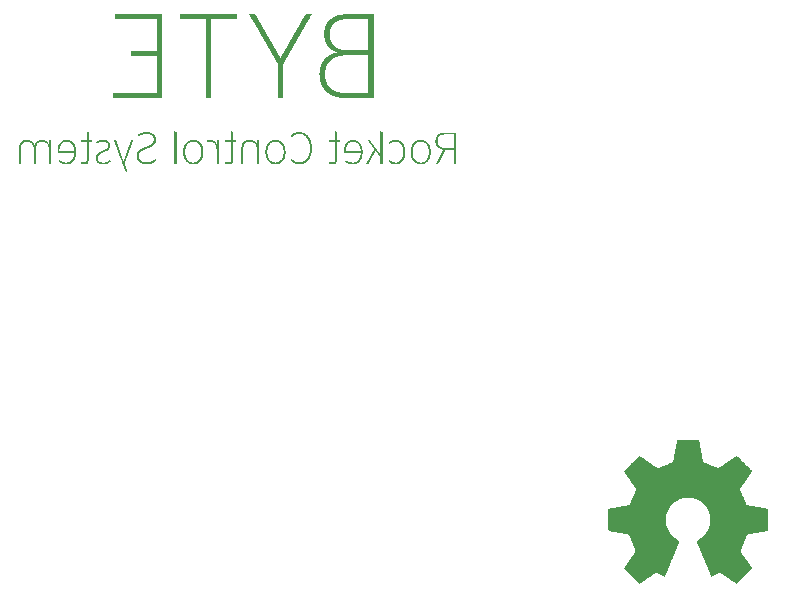
<source format=gbo>
G04*
G04 #@! TF.GenerationSoftware,Altium Limited,Altium Designer,21.3.2 (30)*
G04*
G04 Layer_Color=32896*
%FSLAX44Y44*%
%MOMM*%
G71*
G04*
G04 #@! TF.SameCoordinates,4244C718-2E5F-4D70-85F9-B0E7FB749B1B*
G04*
G04*
G04 #@! TF.FilePolarity,Positive*
G04*
G01*
G75*
G36*
X582779Y-398471D02*
X560779D01*
Y-465118D01*
X556088D01*
Y-414971D01*
Y-414809D01*
Y-398471D01*
X534088D01*
Y-394265D01*
X582779D01*
Y-398471D01*
D02*
G37*
G36*
X519529Y-465118D02*
X477794D01*
Y-460912D01*
X514677D01*
Y-429529D01*
X493324D01*
Y-429368D01*
X493162D01*
Y-429044D01*
X493324D01*
Y-425647D01*
X493162D01*
Y-425485D01*
X493324D01*
Y-425162D01*
X514677D01*
Y-398471D01*
X479250D01*
Y-394265D01*
X519529D01*
Y-465118D01*
D02*
G37*
G36*
X418103Y-500706D02*
X419235D01*
Y-500868D01*
X419882D01*
Y-501029D01*
X420206D01*
Y-501191D01*
X420529D01*
Y-501353D01*
X420853D01*
Y-501515D01*
X421015D01*
Y-501676D01*
X421338D01*
Y-501838D01*
X421500D01*
Y-502000D01*
X421824D01*
Y-502162D01*
X421985D01*
Y-502323D01*
X422147D01*
Y-502485D01*
X422309D01*
Y-502647D01*
X422471D01*
Y-502971D01*
X422632D01*
Y-503132D01*
X422794D01*
Y-503456D01*
X422956D01*
Y-503779D01*
X423118D01*
Y-503941D01*
X423279D01*
Y-501029D01*
X424897D01*
Y-501191D01*
X425059D01*
Y-520765D01*
X423603D01*
Y-520927D01*
X423441D01*
Y-520765D01*
X423279D01*
Y-516721D01*
Y-516559D01*
Y-507338D01*
X423118D01*
Y-506368D01*
X422956D01*
Y-506044D01*
X422794D01*
Y-505397D01*
X422632D01*
Y-505074D01*
X422471D01*
Y-504750D01*
X422309D01*
Y-504426D01*
X422147D01*
Y-504265D01*
X421985D01*
Y-503941D01*
X421824D01*
Y-503779D01*
X421662D01*
Y-503618D01*
X421500D01*
Y-503456D01*
X421338D01*
Y-503294D01*
X421176D01*
Y-503132D01*
X420853D01*
Y-502971D01*
X420691D01*
Y-502809D01*
X420368D01*
Y-502647D01*
X420044D01*
Y-502485D01*
X419559D01*
Y-502323D01*
X419235D01*
Y-502162D01*
X416162D01*
Y-502323D01*
X415676D01*
Y-502485D01*
X415191D01*
Y-502647D01*
X414868D01*
Y-502809D01*
X414706D01*
Y-502971D01*
X414382D01*
Y-503132D01*
X414221D01*
Y-503294D01*
X414059D01*
Y-503456D01*
X413897D01*
Y-503618D01*
X413735D01*
Y-503779D01*
X413573D01*
Y-504103D01*
X413412D01*
Y-504265D01*
X413250D01*
Y-504588D01*
X413088D01*
Y-504750D01*
X412926D01*
Y-505397D01*
X412765D01*
Y-505721D01*
X412603D01*
Y-506368D01*
X412441D01*
Y-507662D01*
X412279D01*
Y-520765D01*
X410985D01*
Y-520927D01*
X410824D01*
Y-520765D01*
X410662D01*
Y-508309D01*
X410500D01*
Y-507015D01*
X410338D01*
Y-506206D01*
X410177D01*
Y-505721D01*
X410015D01*
Y-505397D01*
X409853D01*
Y-504912D01*
X409691D01*
Y-504588D01*
X409529D01*
Y-504426D01*
X409368D01*
Y-504103D01*
X409206D01*
Y-503941D01*
X409044D01*
Y-503779D01*
X408882D01*
Y-503618D01*
X408721D01*
Y-503456D01*
X408559D01*
Y-503294D01*
X408397D01*
Y-503132D01*
X408235D01*
Y-502971D01*
X407912D01*
Y-502809D01*
X407750D01*
Y-502647D01*
X407426D01*
Y-502485D01*
X406779D01*
Y-502323D01*
X406456D01*
Y-502162D01*
X403382D01*
Y-502323D01*
X403059D01*
Y-502485D01*
X402574D01*
Y-502647D01*
X402250D01*
Y-502809D01*
X401926D01*
Y-502971D01*
X401765D01*
Y-503132D01*
X401603D01*
Y-503294D01*
X401279D01*
Y-503456D01*
X401118D01*
Y-503779D01*
X400956D01*
Y-503941D01*
X400794D01*
Y-504103D01*
X400632D01*
Y-504426D01*
X400471D01*
Y-504750D01*
X400309D01*
Y-505235D01*
X400147D01*
Y-505397D01*
X399985D01*
Y-506206D01*
X399823D01*
Y-507015D01*
X399662D01*
Y-520765D01*
X399338D01*
Y-520927D01*
X399176D01*
Y-520765D01*
X398206D01*
Y-520927D01*
X398044D01*
Y-520765D01*
X397882D01*
Y-507177D01*
X398044D01*
Y-506206D01*
X398206D01*
Y-505235D01*
X398368D01*
Y-504912D01*
X398529D01*
Y-504426D01*
X398691D01*
Y-503941D01*
X398853D01*
Y-503779D01*
X399015D01*
Y-503456D01*
X399176D01*
Y-503132D01*
X399338D01*
Y-502971D01*
X399500D01*
Y-502647D01*
X399662D01*
Y-502485D01*
X399823D01*
Y-502323D01*
X399985D01*
Y-502162D01*
X400147D01*
Y-502000D01*
X400309D01*
Y-501838D01*
X400471D01*
Y-501676D01*
X400794D01*
Y-501515D01*
X401118D01*
Y-501353D01*
X401279D01*
Y-501191D01*
X401765D01*
Y-501029D01*
X402088D01*
Y-500868D01*
X402735D01*
Y-500706D01*
X404029D01*
Y-500544D01*
X405323D01*
Y-500706D01*
X406618D01*
Y-500868D01*
X407265D01*
Y-501029D01*
X407588D01*
Y-501191D01*
X408074D01*
Y-501353D01*
X408397D01*
Y-501515D01*
X408559D01*
Y-501676D01*
X408882D01*
Y-501838D01*
X409044D01*
Y-502000D01*
X409368D01*
Y-502162D01*
X409529D01*
Y-502323D01*
X409691D01*
Y-502485D01*
X409853D01*
Y-502647D01*
X410015D01*
Y-502971D01*
X410177D01*
Y-503132D01*
X410338D01*
Y-503294D01*
X410500D01*
Y-503618D01*
X410662D01*
Y-503941D01*
X410824D01*
Y-504265D01*
X410985D01*
Y-504588D01*
X411147D01*
Y-504750D01*
X411471D01*
Y-504103D01*
X411632D01*
Y-503779D01*
X411794D01*
Y-503618D01*
X411956D01*
Y-503294D01*
X412118D01*
Y-502971D01*
X412279D01*
Y-502809D01*
X412441D01*
Y-502647D01*
X412603D01*
Y-502485D01*
X412765D01*
Y-502323D01*
X412926D01*
Y-502162D01*
X413088D01*
Y-502000D01*
X413250D01*
Y-501838D01*
X413412D01*
Y-501676D01*
X413735D01*
Y-501515D01*
X413897D01*
Y-501353D01*
X414221D01*
Y-501191D01*
X414706D01*
Y-501029D01*
X415029D01*
Y-500868D01*
X415515D01*
Y-500706D01*
X416647D01*
Y-500544D01*
X418103D01*
Y-500706D01*
D02*
G37*
G36*
X494618Y-501353D02*
X494456D01*
Y-502000D01*
X494294D01*
Y-502323D01*
X494132D01*
Y-502809D01*
X493971D01*
Y-503294D01*
X493809D01*
Y-503618D01*
X493647D01*
Y-504103D01*
X493485D01*
Y-504588D01*
X493324D01*
Y-504912D01*
X493162D01*
Y-505397D01*
X493000D01*
Y-505882D01*
X492838D01*
Y-506368D01*
X492677D01*
Y-506853D01*
X492515D01*
Y-507177D01*
X492353D01*
Y-507662D01*
X492191D01*
Y-508147D01*
X492029D01*
Y-508471D01*
X491868D01*
Y-508956D01*
X491706D01*
Y-509441D01*
X491544D01*
Y-509765D01*
X491382D01*
Y-510412D01*
X491221D01*
Y-510735D01*
X491059D01*
Y-511221D01*
X490897D01*
Y-511706D01*
X490735D01*
Y-512029D01*
X490574D01*
Y-512515D01*
X490412D01*
Y-513000D01*
X490250D01*
Y-513324D01*
X490088D01*
Y-513971D01*
X489926D01*
Y-514294D01*
X489765D01*
Y-514779D01*
X489603D01*
Y-515265D01*
X489441D01*
Y-515588D01*
X489279D01*
Y-516073D01*
X489118D01*
Y-516559D01*
X488956D01*
Y-516882D01*
X488794D01*
Y-517368D01*
X488632D01*
Y-517853D01*
X488471D01*
Y-518176D01*
X488309D01*
Y-518824D01*
X488147D01*
Y-519147D01*
X487985D01*
Y-519632D01*
X487823D01*
Y-520118D01*
X487662D01*
Y-520441D01*
X487500D01*
Y-520927D01*
X487662D01*
Y-521412D01*
X487823D01*
Y-521735D01*
X487985D01*
Y-522382D01*
X488147D01*
Y-522706D01*
X488309D01*
Y-523191D01*
X488471D01*
Y-523515D01*
X488632D01*
Y-524000D01*
X488794D01*
Y-524485D01*
X488956D01*
Y-524809D01*
X489118D01*
Y-525294D01*
X489279D01*
Y-525779D01*
X489441D01*
Y-526103D01*
X489603D01*
Y-526588D01*
X489765D01*
Y-527074D01*
X489926D01*
Y-527397D01*
X490088D01*
Y-527721D01*
X489926D01*
Y-527882D01*
X488632D01*
Y-527721D01*
X488309D01*
Y-527235D01*
X488147D01*
Y-526912D01*
X487985D01*
Y-526427D01*
X487823D01*
Y-525941D01*
X487662D01*
Y-525618D01*
X487500D01*
Y-525132D01*
X487338D01*
Y-524647D01*
X487177D01*
Y-524162D01*
X487015D01*
Y-523676D01*
X486853D01*
Y-523353D01*
X486691D01*
Y-522868D01*
X486529D01*
Y-522382D01*
X486368D01*
Y-522059D01*
X486206D01*
Y-521573D01*
X486044D01*
Y-521250D01*
X485882D01*
Y-520765D01*
X485721D01*
Y-520279D01*
X485559D01*
Y-519956D01*
X485397D01*
Y-519471D01*
X485235D01*
Y-518985D01*
X485074D01*
Y-518662D01*
X484912D01*
Y-518015D01*
X484750D01*
Y-517691D01*
X484588D01*
Y-517368D01*
X484426D01*
Y-516721D01*
X484265D01*
Y-516397D01*
X484103D01*
Y-515912D01*
X483941D01*
Y-515426D01*
X483779D01*
Y-515103D01*
X483618D01*
Y-514618D01*
X483456D01*
Y-514132D01*
X483294D01*
Y-513809D01*
X483132D01*
Y-513162D01*
X482971D01*
Y-513000D01*
X482809D01*
Y-512353D01*
X482647D01*
Y-512029D01*
X482485D01*
Y-511544D01*
X482323D01*
Y-511059D01*
X482162D01*
Y-510735D01*
X482000D01*
Y-510250D01*
X481838D01*
Y-509765D01*
X481676D01*
Y-509441D01*
X481515D01*
Y-508956D01*
X481353D01*
Y-508471D01*
X481191D01*
Y-508147D01*
X481029D01*
Y-507662D01*
X480868D01*
Y-507177D01*
X480706D01*
Y-506691D01*
X480544D01*
Y-506206D01*
X480382D01*
Y-505882D01*
X480221D01*
Y-505397D01*
X480059D01*
Y-504912D01*
X479897D01*
Y-504588D01*
X479735D01*
Y-504103D01*
X479574D01*
Y-503779D01*
X479412D01*
Y-503294D01*
X479250D01*
Y-502809D01*
X479088D01*
Y-502485D01*
X478927D01*
Y-502000D01*
X478765D01*
Y-501515D01*
X478603D01*
Y-501029D01*
X480221D01*
Y-501191D01*
X480382D01*
Y-501353D01*
X480544D01*
Y-501838D01*
X480706D01*
Y-502323D01*
X480868D01*
Y-502647D01*
X481029D01*
Y-503294D01*
X481191D01*
Y-503779D01*
X481353D01*
Y-503941D01*
Y-504103D01*
X481515D01*
Y-504750D01*
X481676D01*
Y-505074D01*
X481838D01*
Y-505559D01*
X482000D01*
Y-506044D01*
X482162D01*
Y-506368D01*
X482323D01*
Y-507015D01*
X482485D01*
Y-507338D01*
X482647D01*
Y-507823D01*
X482809D01*
Y-508309D01*
X482971D01*
Y-508632D01*
X483132D01*
Y-509279D01*
X483294D01*
Y-509603D01*
X483456D01*
Y-510088D01*
X483618D01*
Y-510574D01*
X483779D01*
Y-511059D01*
X483941D01*
Y-511382D01*
X484103D01*
Y-512029D01*
X484265D01*
Y-512353D01*
X484426D01*
Y-512838D01*
X484588D01*
Y-513324D01*
X484750D01*
Y-513809D01*
X484912D01*
Y-514294D01*
X485074D01*
Y-514618D01*
X485235D01*
Y-515103D01*
X485397D01*
Y-515588D01*
X485559D01*
Y-515912D01*
X485721D01*
Y-516559D01*
X485882D01*
Y-517044D01*
X486044D01*
Y-517368D01*
X486206D01*
Y-517853D01*
X486368D01*
Y-518500D01*
X486529D01*
Y-518662D01*
X486691D01*
Y-518338D01*
X486853D01*
Y-517853D01*
X487015D01*
Y-517368D01*
X487177D01*
Y-516882D01*
X487338D01*
Y-516559D01*
X487500D01*
Y-515912D01*
X487662D01*
Y-515588D01*
X487823D01*
Y-515103D01*
X487985D01*
Y-514618D01*
X488147D01*
Y-514294D01*
X488309D01*
Y-513647D01*
X488471D01*
Y-513162D01*
X488632D01*
Y-512838D01*
X488794D01*
Y-512191D01*
X488956D01*
Y-511868D01*
X489118D01*
Y-511382D01*
X489279D01*
Y-510897D01*
X489441D01*
Y-510574D01*
X489603D01*
Y-509926D01*
X489765D01*
Y-509603D01*
X489926D01*
Y-509118D01*
X490088D01*
Y-508632D01*
X490250D01*
Y-508309D01*
X490412D01*
Y-507823D01*
X490574D01*
Y-507177D01*
X490735D01*
Y-506853D01*
X490897D01*
Y-506368D01*
X491059D01*
Y-505882D01*
X491221D01*
Y-505559D01*
X491382D01*
Y-504912D01*
X491544D01*
Y-504588D01*
X491706D01*
Y-504103D01*
X491868D01*
Y-503618D01*
X492029D01*
Y-503294D01*
X492191D01*
Y-502647D01*
X492353D01*
Y-502323D01*
X492515D01*
Y-501838D01*
X492677D01*
Y-501353D01*
X492838D01*
Y-501029D01*
X494618D01*
Y-501353D01*
D02*
G37*
G36*
X578088Y-493588D02*
X578412D01*
Y-493750D01*
X578573D01*
Y-493912D01*
X578897D01*
Y-494073D01*
X579221D01*
Y-494235D01*
X579382D01*
Y-501029D01*
X581971D01*
Y-502323D01*
X581809D01*
Y-502485D01*
X579382D01*
Y-518500D01*
X579221D01*
Y-518985D01*
X579059D01*
Y-519471D01*
X578897D01*
Y-519794D01*
X578735D01*
Y-519956D01*
X578573D01*
Y-520279D01*
X578412D01*
Y-520441D01*
X578250D01*
Y-520603D01*
X577926D01*
Y-520765D01*
X577603D01*
Y-520927D01*
X577441D01*
Y-521088D01*
X576309D01*
Y-521250D01*
X575500D01*
Y-521088D01*
X574044D01*
Y-520927D01*
X573397D01*
Y-520765D01*
X573074D01*
Y-520603D01*
X572588D01*
Y-520441D01*
X572426D01*
Y-518985D01*
X572750D01*
Y-519147D01*
X572912D01*
Y-519309D01*
X573559D01*
Y-519471D01*
X574368D01*
Y-519632D01*
X576147D01*
Y-519471D01*
X576632D01*
Y-519309D01*
X576956D01*
Y-519147D01*
X577118D01*
Y-518985D01*
X577279D01*
Y-518662D01*
X577441D01*
Y-518338D01*
X577603D01*
Y-502485D01*
X572426D01*
Y-501029D01*
X577603D01*
Y-493427D01*
X578088D01*
Y-493588D01*
D02*
G37*
G36*
X455956D02*
X456118D01*
Y-493750D01*
X456441D01*
Y-493912D01*
X456765D01*
Y-494073D01*
X456926D01*
Y-494235D01*
X457250D01*
Y-501029D01*
X459677D01*
Y-501191D01*
X459838D01*
Y-502323D01*
X459677D01*
Y-502485D01*
X457250D01*
Y-518176D01*
X457088D01*
Y-518824D01*
X456926D01*
Y-519471D01*
X456765D01*
Y-519794D01*
X456603D01*
Y-519956D01*
X456441D01*
Y-520279D01*
X456279D01*
Y-520441D01*
X456118D01*
Y-520603D01*
X455794D01*
Y-520765D01*
X455471D01*
Y-520927D01*
X455147D01*
Y-521088D01*
X454176D01*
Y-521250D01*
X453368D01*
Y-521088D01*
X451912D01*
Y-520927D01*
X451265D01*
Y-520765D01*
X450779D01*
Y-520603D01*
X450294D01*
Y-519471D01*
X450132D01*
Y-519147D01*
X450294D01*
Y-518985D01*
X450456D01*
Y-519147D01*
X450779D01*
Y-519309D01*
X451427D01*
Y-519471D01*
X452235D01*
Y-519632D01*
X454015D01*
Y-519471D01*
X454500D01*
Y-519309D01*
X454662D01*
Y-519147D01*
X454823D01*
Y-518985D01*
X454985D01*
Y-518824D01*
X455147D01*
Y-518500D01*
X455309D01*
Y-518176D01*
X455471D01*
Y-502485D01*
X450294D01*
Y-501029D01*
X455309D01*
Y-500868D01*
X455471D01*
Y-493427D01*
X455956D01*
Y-493588D01*
D02*
G37*
G36*
X438971Y-500706D02*
X440265D01*
Y-500868D01*
X440912D01*
Y-501029D01*
X441235D01*
Y-501191D01*
X441721D01*
Y-501353D01*
X442044D01*
Y-501515D01*
X442206D01*
Y-501676D01*
X442529D01*
Y-501838D01*
X442691D01*
Y-502000D01*
X443015D01*
Y-502162D01*
X443176D01*
Y-502323D01*
X443338D01*
Y-502485D01*
X443500D01*
Y-502647D01*
X443662D01*
Y-502809D01*
X443824D01*
Y-502971D01*
X443985D01*
Y-503132D01*
X444147D01*
Y-503294D01*
X444309D01*
Y-503456D01*
X444471D01*
Y-503779D01*
X444632D01*
Y-503941D01*
X444794D01*
Y-504265D01*
X444956D01*
Y-504426D01*
X445118D01*
Y-504750D01*
X445279D01*
Y-505235D01*
X445441D01*
Y-505397D01*
X445603D01*
Y-505882D01*
X445765D01*
Y-506368D01*
X445927D01*
Y-506691D01*
X446088D01*
Y-507500D01*
X446250D01*
Y-508147D01*
X446412D01*
Y-509441D01*
X446573D01*
Y-512353D01*
X446412D01*
Y-513647D01*
X446250D01*
Y-514456D01*
X446088D01*
Y-515103D01*
X445927D01*
Y-515588D01*
X445765D01*
Y-516073D01*
X445603D01*
Y-516559D01*
X445441D01*
Y-516721D01*
X445279D01*
Y-517206D01*
X445118D01*
Y-517368D01*
X444956D01*
Y-517691D01*
X444794D01*
Y-518015D01*
X444632D01*
Y-518176D01*
X444471D01*
Y-518338D01*
X444309D01*
Y-518662D01*
X444147D01*
Y-518824D01*
X443985D01*
Y-518985D01*
X443824D01*
Y-519147D01*
X443662D01*
Y-519309D01*
X443500D01*
Y-519471D01*
X443338D01*
Y-519632D01*
X443176D01*
Y-519794D01*
X442853D01*
Y-519956D01*
X442691D01*
Y-520118D01*
X442368D01*
Y-520279D01*
X442044D01*
Y-520441D01*
X441882D01*
Y-520603D01*
X441397D01*
Y-520765D01*
X441073D01*
Y-520927D01*
X440588D01*
Y-521088D01*
X439618D01*
Y-521250D01*
X437191D01*
Y-521088D01*
X435735D01*
Y-520927D01*
X435250D01*
Y-520765D01*
X434765D01*
Y-520603D01*
X434118D01*
Y-520441D01*
X433956D01*
Y-520279D01*
X433471D01*
Y-520118D01*
X433147D01*
Y-519956D01*
X432985D01*
Y-519794D01*
X432500D01*
Y-519632D01*
X432338D01*
Y-519471D01*
X432015D01*
Y-519309D01*
X431853D01*
Y-518824D01*
X432015D01*
Y-518662D01*
X432177D01*
Y-518338D01*
X432338D01*
Y-518015D01*
X432823D01*
Y-518176D01*
X432985D01*
Y-518338D01*
X433309D01*
Y-518500D01*
X433632D01*
Y-518662D01*
X433956D01*
Y-518824D01*
X434279D01*
Y-518985D01*
X434603D01*
Y-519147D01*
X434926D01*
Y-519309D01*
X435574D01*
Y-519471D01*
X436382D01*
Y-519632D01*
X437353D01*
Y-519794D01*
X439132D01*
Y-519632D01*
X439941D01*
Y-519471D01*
X440426D01*
Y-519309D01*
X440912D01*
Y-519147D01*
X441073D01*
Y-518985D01*
X441397D01*
Y-518824D01*
X441721D01*
Y-518662D01*
X441882D01*
Y-518500D01*
X442206D01*
Y-518338D01*
X442368D01*
Y-518176D01*
X442529D01*
Y-518015D01*
X442691D01*
Y-517691D01*
X442853D01*
Y-517529D01*
X443015D01*
Y-517368D01*
X443176D01*
Y-517044D01*
X443338D01*
Y-516882D01*
X443500D01*
Y-516559D01*
X443662D01*
Y-516397D01*
X443824D01*
Y-515912D01*
X443985D01*
Y-515588D01*
X444147D01*
Y-515103D01*
X444309D01*
Y-514618D01*
X444471D01*
Y-513809D01*
X444632D01*
Y-513000D01*
X444794D01*
Y-511382D01*
X430721D01*
Y-508471D01*
X430882D01*
Y-507338D01*
X431044D01*
Y-506529D01*
X431206D01*
Y-506206D01*
X431368D01*
Y-505721D01*
X431529D01*
Y-505235D01*
X431691D01*
Y-504912D01*
X431853D01*
Y-504588D01*
X432015D01*
Y-504265D01*
X432177D01*
Y-503941D01*
X432338D01*
Y-503779D01*
X432500D01*
Y-503618D01*
X432662D01*
Y-503294D01*
X432823D01*
Y-503132D01*
X432985D01*
Y-502971D01*
X433147D01*
Y-502809D01*
X433309D01*
Y-502647D01*
X433471D01*
Y-502485D01*
X433632D01*
Y-502323D01*
X433794D01*
Y-502162D01*
X433956D01*
Y-502000D01*
X434118D01*
Y-501838D01*
X434441D01*
Y-501676D01*
X434603D01*
Y-501515D01*
X434926D01*
Y-501353D01*
X435250D01*
Y-501191D01*
X435735D01*
Y-501029D01*
X436059D01*
Y-500868D01*
X436706D01*
Y-500706D01*
X438162D01*
Y-500544D01*
X438971D01*
Y-500706D01*
D02*
G37*
G36*
X530206Y-493588D02*
X530529D01*
Y-493750D01*
X530691D01*
Y-493912D01*
X531015D01*
Y-494073D01*
X531176D01*
Y-494235D01*
X531500D01*
Y-506044D01*
Y-506206D01*
Y-520765D01*
X529721D01*
Y-493427D01*
X530206D01*
Y-493588D01*
D02*
G37*
G36*
X560456Y-500706D02*
X561427D01*
Y-500868D01*
X562074D01*
Y-501029D01*
X562235D01*
Y-501191D01*
X562721D01*
Y-501353D01*
X562882D01*
Y-501515D01*
X563206D01*
Y-501676D01*
X563529D01*
Y-501838D01*
X563691D01*
Y-502000D01*
X563853D01*
Y-502162D01*
X564015D01*
Y-502323D01*
X564176D01*
Y-502485D01*
X564338D01*
Y-502647D01*
X564500D01*
Y-502809D01*
X564662D01*
Y-503132D01*
X564823D01*
Y-503456D01*
X564985D01*
Y-503618D01*
X565147D01*
Y-504103D01*
X565309D01*
Y-503941D01*
X565471D01*
Y-501029D01*
X567088D01*
Y-520765D01*
X565794D01*
Y-520927D01*
X565632D01*
Y-520765D01*
X565471D01*
Y-508147D01*
X565309D01*
Y-507177D01*
X565147D01*
Y-506206D01*
X564985D01*
Y-505721D01*
X564823D01*
Y-505397D01*
X564662D01*
Y-504912D01*
X564500D01*
Y-504750D01*
X564338D01*
Y-504426D01*
X564176D01*
Y-504103D01*
X564015D01*
Y-503941D01*
X563853D01*
Y-503779D01*
X563691D01*
Y-503618D01*
X563529D01*
Y-503456D01*
X563368D01*
Y-503294D01*
X563206D01*
Y-503132D01*
X563044D01*
Y-502971D01*
X562721D01*
Y-502809D01*
X562397D01*
Y-502647D01*
X562074D01*
Y-502485D01*
X561588D01*
Y-502323D01*
X561103D01*
Y-502162D01*
X559000D01*
Y-502323D01*
X558353D01*
Y-502485D01*
X557706D01*
Y-502647D01*
X557059D01*
Y-502162D01*
X556897D01*
Y-501515D01*
X556735D01*
Y-501191D01*
X556897D01*
Y-501029D01*
X557059D01*
Y-500868D01*
X557706D01*
Y-500706D01*
X559000D01*
Y-500544D01*
X560456D01*
Y-500706D01*
D02*
G37*
G36*
X546221D02*
X547515D01*
Y-500868D01*
X548162D01*
Y-501029D01*
X548485D01*
Y-501191D01*
X548971D01*
Y-501353D01*
X549294D01*
Y-501515D01*
X549618D01*
Y-501676D01*
X549941D01*
Y-501838D01*
X550103D01*
Y-502000D01*
X550426D01*
Y-502162D01*
X550588D01*
Y-502323D01*
X550750D01*
Y-502485D01*
X551073D01*
Y-502647D01*
X551235D01*
Y-502809D01*
X551397D01*
Y-502971D01*
X551559D01*
Y-503132D01*
X551721D01*
Y-503456D01*
X551882D01*
Y-503618D01*
X552044D01*
Y-503779D01*
X552206D01*
Y-503941D01*
X552368D01*
Y-504265D01*
X552529D01*
Y-504426D01*
X552691D01*
Y-504750D01*
X552853D01*
Y-505074D01*
X553015D01*
Y-505397D01*
X553176D01*
Y-505721D01*
X553338D01*
Y-506044D01*
X553500D01*
Y-506691D01*
X553662D01*
Y-507177D01*
X553824D01*
Y-507823D01*
X553985D01*
Y-508956D01*
X554147D01*
Y-510574D01*
X554309D01*
Y-510897D01*
X554147D01*
Y-511221D01*
X554309D01*
Y-511382D01*
X554147D01*
Y-513000D01*
X553985D01*
Y-514132D01*
X553824D01*
Y-514779D01*
X553662D01*
Y-515265D01*
X553500D01*
Y-515750D01*
X553338D01*
Y-516073D01*
X553176D01*
Y-516559D01*
X553015D01*
Y-516882D01*
X552853D01*
Y-517206D01*
X552691D01*
Y-517529D01*
X552529D01*
Y-517691D01*
X552368D01*
Y-517853D01*
X552206D01*
Y-518176D01*
X552044D01*
Y-518338D01*
X551882D01*
Y-518500D01*
X551721D01*
Y-518662D01*
X551559D01*
Y-518824D01*
X551397D01*
Y-518985D01*
X551235D01*
Y-519147D01*
X551073D01*
Y-519309D01*
X550912D01*
Y-519471D01*
X550750D01*
Y-519632D01*
X550588D01*
Y-519794D01*
X550265D01*
Y-519956D01*
X550103D01*
Y-520118D01*
X549779D01*
Y-520279D01*
X549456D01*
Y-520441D01*
X549294D01*
Y-520603D01*
X548809D01*
Y-520765D01*
X548324D01*
Y-520927D01*
X547838D01*
Y-521088D01*
X546868D01*
Y-521250D01*
X544603D01*
Y-521088D01*
X543632D01*
Y-520927D01*
X542985D01*
Y-520765D01*
X542662D01*
Y-520603D01*
X542177D01*
Y-520441D01*
X541853D01*
Y-520279D01*
X541529D01*
Y-520118D01*
X541368D01*
Y-519956D01*
X541044D01*
Y-519794D01*
X540882D01*
Y-519632D01*
X540559D01*
Y-519471D01*
X540397D01*
Y-519309D01*
X540235D01*
Y-519147D01*
X540074D01*
Y-518985D01*
X539912D01*
Y-518824D01*
X539750D01*
Y-518662D01*
X539588D01*
Y-518500D01*
X539426D01*
Y-518338D01*
X539265D01*
Y-518015D01*
X539103D01*
Y-517853D01*
X538941D01*
Y-517691D01*
X538779D01*
Y-517368D01*
X538618D01*
Y-517044D01*
X538456D01*
Y-516721D01*
X538294D01*
Y-516397D01*
X538132D01*
Y-516073D01*
X537971D01*
Y-515588D01*
X537809D01*
Y-515265D01*
X537647D01*
Y-514618D01*
X537485D01*
Y-513809D01*
X537323D01*
Y-513324D01*
X537162D01*
Y-511221D01*
X537000D01*
Y-510574D01*
X537162D01*
Y-508471D01*
X537323D01*
Y-507823D01*
X537485D01*
Y-507015D01*
X537647D01*
Y-506368D01*
X537809D01*
Y-506044D01*
X537971D01*
Y-505559D01*
X538132D01*
Y-505235D01*
X538294D01*
Y-504912D01*
X538456D01*
Y-504588D01*
X538618D01*
Y-504426D01*
X538779D01*
Y-504103D01*
X538941D01*
Y-503779D01*
X539103D01*
Y-503618D01*
X539265D01*
Y-503456D01*
X539426D01*
Y-503294D01*
X539588D01*
Y-503132D01*
X539750D01*
Y-502971D01*
X539912D01*
Y-502809D01*
X540074D01*
Y-502647D01*
X540235D01*
Y-502485D01*
X540397D01*
Y-502323D01*
X540559D01*
Y-502162D01*
X540721D01*
Y-502000D01*
X541044D01*
Y-501838D01*
X541206D01*
Y-501676D01*
X541529D01*
Y-501515D01*
X541853D01*
Y-501353D01*
X542177D01*
Y-501191D01*
X542662D01*
Y-501029D01*
X542985D01*
Y-500868D01*
X543794D01*
Y-500706D01*
X545088D01*
Y-500544D01*
X546221D01*
Y-500706D01*
D02*
G37*
G36*
X506912Y-494073D02*
X508044D01*
Y-494235D01*
X508853D01*
Y-494397D01*
X509500D01*
Y-494559D01*
X509823D01*
Y-494721D01*
X510147D01*
Y-494882D01*
X510632D01*
Y-495044D01*
X510794D01*
Y-495206D01*
X511118D01*
Y-495368D01*
X511279D01*
Y-495529D01*
X511603D01*
Y-495691D01*
X511765D01*
Y-495853D01*
X511926D01*
Y-496015D01*
X512088D01*
Y-496176D01*
X512250D01*
Y-496338D01*
X512412D01*
Y-496500D01*
X512574D01*
Y-496662D01*
X512735D01*
Y-496824D01*
X512897D01*
Y-497147D01*
X513059D01*
Y-497471D01*
X513221D01*
Y-497632D01*
X513382D01*
Y-498118D01*
X513544D01*
Y-498441D01*
X513706D01*
Y-499088D01*
X513868D01*
Y-502162D01*
X513706D01*
Y-502809D01*
X513544D01*
Y-503132D01*
X513382D01*
Y-503618D01*
X513221D01*
Y-503779D01*
X513059D01*
Y-504103D01*
X512897D01*
Y-504265D01*
X512735D01*
Y-504426D01*
X512574D01*
Y-504588D01*
X512412D01*
Y-504750D01*
X512250D01*
Y-504912D01*
X512088D01*
Y-505074D01*
X511926D01*
Y-505235D01*
X511765D01*
Y-505397D01*
X511603D01*
Y-505559D01*
X511279D01*
Y-505721D01*
X511118D01*
Y-505882D01*
X510794D01*
Y-506044D01*
X510471D01*
Y-506206D01*
X510309D01*
Y-506368D01*
X509985D01*
Y-506529D01*
X509662D01*
Y-506691D01*
X509338D01*
Y-506853D01*
X508853D01*
Y-507015D01*
X508691D01*
Y-507177D01*
X508206D01*
Y-507338D01*
X507721D01*
Y-507500D01*
X507559D01*
Y-507662D01*
X507074D01*
Y-507823D01*
X506588D01*
Y-507985D01*
X506265D01*
Y-508147D01*
X505618D01*
Y-508309D01*
X505294D01*
Y-508471D01*
X504971D01*
Y-508632D01*
X504485D01*
Y-508794D01*
X504162D01*
Y-508956D01*
X503838D01*
Y-509118D01*
X503515D01*
Y-509279D01*
X503191D01*
Y-509441D01*
X502868D01*
Y-509603D01*
X502544D01*
Y-509765D01*
X502221D01*
Y-509926D01*
X502059D01*
Y-510088D01*
X501897D01*
Y-510250D01*
X501573D01*
Y-510412D01*
X501412D01*
Y-510574D01*
X501250D01*
Y-510735D01*
X500927D01*
Y-510897D01*
X500765D01*
Y-511221D01*
X500603D01*
Y-511382D01*
X500441D01*
Y-511544D01*
X500279D01*
Y-511868D01*
X500118D01*
Y-512029D01*
X499956D01*
Y-512515D01*
X499794D01*
Y-513000D01*
X499632D01*
Y-515588D01*
X499794D01*
Y-515912D01*
X499956D01*
Y-516559D01*
X500118D01*
Y-516882D01*
X500279D01*
Y-517044D01*
X500441D01*
Y-517368D01*
X500603D01*
Y-517529D01*
X500765D01*
Y-517691D01*
X500927D01*
Y-517853D01*
X501088D01*
Y-518015D01*
X501250D01*
Y-518176D01*
X501412D01*
Y-518338D01*
X501573D01*
Y-518500D01*
X501897D01*
Y-518662D01*
X502221D01*
Y-518824D01*
X502544D01*
Y-518985D01*
X502868D01*
Y-519147D01*
X503191D01*
Y-519309D01*
X504000D01*
Y-519471D01*
X504809D01*
Y-519632D01*
X507397D01*
Y-519471D01*
X508206D01*
Y-519309D01*
X509015D01*
Y-519147D01*
X509500D01*
Y-518985D01*
X509985D01*
Y-518824D01*
X510309D01*
Y-518662D01*
X510632D01*
Y-518500D01*
X510956D01*
Y-518338D01*
X511279D01*
Y-518176D01*
X511441D01*
Y-518015D01*
X511765D01*
Y-517853D01*
X512088D01*
Y-517691D01*
X512250D01*
Y-517529D01*
X512574D01*
Y-517368D01*
X512735D01*
Y-517206D01*
X512897D01*
Y-517044D01*
X513059D01*
Y-516882D01*
X513544D01*
Y-517044D01*
X513706D01*
Y-517206D01*
X513868D01*
Y-517368D01*
X514029D01*
Y-517529D01*
X514191D01*
Y-517691D01*
X514353D01*
Y-517853D01*
X514515D01*
Y-518176D01*
X514353D01*
Y-518338D01*
X514191D01*
Y-518500D01*
X514029D01*
Y-518662D01*
X513706D01*
Y-518824D01*
X513544D01*
Y-518985D01*
X513221D01*
Y-519147D01*
X513059D01*
Y-519309D01*
X512897D01*
Y-519471D01*
X512574D01*
Y-519632D01*
X512250D01*
Y-519794D01*
X511926D01*
Y-519956D01*
X511603D01*
Y-520118D01*
X511279D01*
Y-520279D01*
X510794D01*
Y-520441D01*
X510471D01*
Y-520603D01*
X509985D01*
Y-520765D01*
X509338D01*
Y-520927D01*
X508853D01*
Y-521088D01*
X507559D01*
Y-521250D01*
X504647D01*
Y-521088D01*
X503515D01*
Y-520927D01*
X503029D01*
Y-520765D01*
X502544D01*
Y-520603D01*
X502059D01*
Y-520441D01*
X501735D01*
Y-520279D01*
X501412D01*
Y-520118D01*
X501088D01*
Y-519956D01*
X500927D01*
Y-519794D01*
X500603D01*
Y-519632D01*
X500441D01*
Y-519471D01*
X500118D01*
Y-519309D01*
X499956D01*
Y-519147D01*
X499794D01*
Y-518985D01*
X499632D01*
Y-518824D01*
X499471D01*
Y-518662D01*
X499309D01*
Y-518500D01*
X499147D01*
Y-518176D01*
X498985D01*
Y-518015D01*
X498824D01*
Y-517691D01*
X498662D01*
Y-517368D01*
X498500D01*
Y-517206D01*
X498338D01*
Y-516721D01*
X498176D01*
Y-516073D01*
X498015D01*
Y-515588D01*
X497853D01*
Y-512677D01*
X498015D01*
Y-512029D01*
X498176D01*
Y-511544D01*
X498338D01*
Y-511059D01*
X498500D01*
Y-510897D01*
X498662D01*
Y-510574D01*
X498824D01*
Y-510250D01*
X498985D01*
Y-510088D01*
X499147D01*
Y-509926D01*
X499309D01*
Y-509765D01*
X499471D01*
Y-509603D01*
X499632D01*
Y-509441D01*
X499794D01*
Y-509279D01*
X499956D01*
Y-509118D01*
X500118D01*
Y-508956D01*
X500441D01*
Y-508794D01*
X500603D01*
Y-508632D01*
X500927D01*
Y-508471D01*
X501088D01*
Y-508309D01*
X501250D01*
Y-508147D01*
X501735D01*
Y-507985D01*
X501897D01*
Y-507823D01*
X502221D01*
Y-507662D01*
X502544D01*
Y-507500D01*
X502868D01*
Y-507338D01*
X503353D01*
Y-507177D01*
X503676D01*
Y-507015D01*
X504000D01*
Y-506853D01*
X504485D01*
Y-506691D01*
X504809D01*
Y-506529D01*
X505294D01*
Y-506368D01*
X505779D01*
Y-506206D01*
X506103D01*
Y-506044D01*
X506588D01*
Y-505882D01*
X506912D01*
Y-505721D01*
X507397D01*
Y-505559D01*
X507721D01*
Y-505397D01*
X508044D01*
Y-505235D01*
X508368D01*
Y-505074D01*
X508853D01*
Y-504912D01*
X509015D01*
Y-504750D01*
X509338D01*
Y-504588D01*
X509662D01*
Y-504426D01*
X509823D01*
Y-504265D01*
X510147D01*
Y-504103D01*
X510309D01*
Y-503941D01*
X510632D01*
Y-503779D01*
X510794D01*
Y-503618D01*
X510956D01*
Y-503456D01*
X511118D01*
Y-503294D01*
X511279D01*
Y-503132D01*
X511441D01*
Y-502971D01*
X511603D01*
Y-502647D01*
X511765D01*
Y-502162D01*
X511926D01*
Y-501838D01*
X512088D01*
Y-499250D01*
X511926D01*
Y-498765D01*
X511765D01*
Y-498441D01*
X511603D01*
Y-497956D01*
X511441D01*
Y-497794D01*
X511279D01*
Y-497632D01*
X511118D01*
Y-497471D01*
X510956D01*
Y-497309D01*
X510794D01*
Y-496985D01*
X510471D01*
Y-496824D01*
X510309D01*
Y-496662D01*
X510147D01*
Y-496500D01*
X509823D01*
Y-496338D01*
X509500D01*
Y-496176D01*
X509015D01*
Y-496015D01*
X508529D01*
Y-495853D01*
X508044D01*
Y-495691D01*
X506265D01*
Y-495529D01*
X505941D01*
Y-495691D01*
X504000D01*
Y-495853D01*
X503353D01*
Y-496015D01*
X502706D01*
Y-496176D01*
X502221D01*
Y-496338D01*
X502059D01*
Y-496500D01*
X501573D01*
Y-496662D01*
X501250D01*
Y-496824D01*
X500927D01*
Y-496985D01*
X500603D01*
Y-497147D01*
X500441D01*
Y-497309D01*
X500118D01*
Y-497471D01*
X499956D01*
Y-497632D01*
X499794D01*
Y-497794D01*
X499309D01*
Y-497632D01*
X499147D01*
Y-497471D01*
X498985D01*
Y-497309D01*
X498824D01*
Y-496985D01*
X498662D01*
Y-496824D01*
X498500D01*
Y-496662D01*
X498338D01*
Y-496500D01*
X498500D01*
Y-496338D01*
X498662D01*
Y-496176D01*
X498824D01*
Y-496015D01*
X499147D01*
Y-495853D01*
X499309D01*
Y-495691D01*
X499632D01*
Y-495529D01*
X499956D01*
Y-495368D01*
X500279D01*
Y-495206D01*
X500603D01*
Y-495044D01*
X500927D01*
Y-494882D01*
X501250D01*
Y-494721D01*
X501735D01*
Y-494559D01*
X502059D01*
Y-494397D01*
X502868D01*
Y-494235D01*
X503838D01*
Y-494073D01*
X504809D01*
Y-493912D01*
X506912D01*
Y-494073D01*
D02*
G37*
G36*
X470029Y-500706D02*
X471324D01*
Y-500868D01*
X471971D01*
Y-501029D01*
X472294D01*
Y-501191D01*
X472618D01*
Y-501353D01*
X472941D01*
Y-501515D01*
X473103D01*
Y-501676D01*
X473427D01*
Y-501838D01*
X473588D01*
Y-502000D01*
X473750D01*
Y-502162D01*
X474073D01*
Y-502485D01*
X474235D01*
Y-502647D01*
X474397D01*
Y-502809D01*
X474559D01*
Y-503132D01*
X474721D01*
Y-503294D01*
X474882D01*
Y-503618D01*
X475044D01*
Y-504265D01*
X475206D01*
Y-506691D01*
X475044D01*
Y-507338D01*
X474882D01*
Y-507662D01*
X474721D01*
Y-507985D01*
X474559D01*
Y-508147D01*
X474397D01*
Y-508471D01*
X474235D01*
Y-508632D01*
X474073D01*
Y-508794D01*
X473912D01*
Y-508956D01*
X473750D01*
Y-509118D01*
X473427D01*
Y-509279D01*
X473265D01*
Y-509441D01*
X473103D01*
Y-509603D01*
X472779D01*
Y-509765D01*
X472456D01*
Y-509926D01*
X472294D01*
Y-510088D01*
X471971D01*
Y-510250D01*
X471647D01*
Y-510412D01*
X471324D01*
Y-510574D01*
X471000D01*
Y-510735D01*
X470515D01*
Y-510897D01*
X470191D01*
Y-511059D01*
X469868D01*
Y-511221D01*
X469382D01*
Y-511382D01*
X469221D01*
Y-511544D01*
X468735D01*
Y-511706D01*
X468412D01*
Y-511868D01*
X468088D01*
Y-512029D01*
X467765D01*
Y-512191D01*
X467441D01*
Y-512353D01*
X467118D01*
Y-512515D01*
X466794D01*
Y-512677D01*
X466632D01*
Y-512838D01*
X466309D01*
Y-513000D01*
X466147D01*
Y-513162D01*
X465985D01*
Y-513324D01*
X465824D01*
Y-513485D01*
X465662D01*
Y-513647D01*
X465500D01*
Y-513809D01*
X465338D01*
Y-513971D01*
X465177D01*
Y-514132D01*
X465015D01*
Y-514618D01*
X464853D01*
Y-514779D01*
X464691D01*
Y-517206D01*
X464853D01*
Y-517529D01*
X465015D01*
Y-517853D01*
X465177D01*
Y-518176D01*
X465338D01*
Y-518338D01*
X465500D01*
Y-518500D01*
X465662D01*
Y-518662D01*
X465824D01*
Y-518824D01*
X465985D01*
Y-518985D01*
X466309D01*
Y-519147D01*
X466471D01*
Y-519309D01*
X466956D01*
Y-519471D01*
X467441D01*
Y-519632D01*
X468088D01*
Y-519794D01*
X470676D01*
Y-519632D01*
X471324D01*
Y-519471D01*
X471971D01*
Y-519309D01*
X472456D01*
Y-519147D01*
X472779D01*
Y-518985D01*
X473103D01*
Y-518824D01*
X473427D01*
Y-518662D01*
X473588D01*
Y-518500D01*
X473912D01*
Y-518338D01*
X474235D01*
Y-518176D01*
X474397D01*
Y-518015D01*
X474559D01*
Y-517853D01*
X475044D01*
Y-518015D01*
X475206D01*
Y-518176D01*
X475368D01*
Y-518500D01*
X475529D01*
Y-518662D01*
X475691D01*
Y-518824D01*
X475853D01*
Y-518985D01*
X475691D01*
Y-519147D01*
X475529D01*
Y-519309D01*
X475206D01*
Y-519471D01*
X475044D01*
Y-519632D01*
X474721D01*
Y-519794D01*
X474559D01*
Y-519956D01*
X474235D01*
Y-520118D01*
X473912D01*
Y-520279D01*
X473588D01*
Y-520441D01*
X473265D01*
Y-520603D01*
X472779D01*
Y-520765D01*
X472294D01*
Y-520927D01*
X471809D01*
Y-521088D01*
X470676D01*
Y-521250D01*
X468088D01*
Y-521088D01*
X467118D01*
Y-520927D01*
X466632D01*
Y-520765D01*
X466309D01*
Y-520603D01*
X465824D01*
Y-520441D01*
X465500D01*
Y-520279D01*
X465177D01*
Y-520118D01*
X465015D01*
Y-519956D01*
X464853D01*
Y-519794D01*
X464529D01*
Y-519632D01*
X464368D01*
Y-519471D01*
X464206D01*
Y-519309D01*
X464044D01*
Y-518985D01*
X463882D01*
Y-518824D01*
X463721D01*
Y-518500D01*
X463559D01*
Y-518176D01*
X463397D01*
Y-517853D01*
X463235D01*
Y-517206D01*
X463074D01*
Y-516235D01*
X462912D01*
Y-515588D01*
X463074D01*
Y-514618D01*
X463235D01*
Y-513971D01*
X463397D01*
Y-513485D01*
X463559D01*
Y-513324D01*
X463721D01*
Y-513000D01*
X463882D01*
Y-512838D01*
X464044D01*
Y-512677D01*
X464206D01*
Y-512515D01*
X464368D01*
Y-512353D01*
X464529D01*
Y-512191D01*
X464691D01*
Y-512029D01*
X464853D01*
Y-511868D01*
X465015D01*
Y-511706D01*
X465338D01*
Y-511544D01*
X465500D01*
Y-511382D01*
X465824D01*
Y-511221D01*
X465985D01*
Y-511059D01*
X466309D01*
Y-510897D01*
X466632D01*
Y-510735D01*
X466956D01*
Y-510574D01*
X467279D01*
Y-510412D01*
X467603D01*
Y-510250D01*
X468088D01*
Y-510088D01*
X468412D01*
Y-509926D01*
X468735D01*
Y-509765D01*
X469059D01*
Y-509603D01*
X469382D01*
Y-509441D01*
X469868D01*
Y-509279D01*
X470191D01*
Y-509118D01*
X470515D01*
Y-508956D01*
X470838D01*
Y-508794D01*
X471162D01*
Y-508632D01*
X471485D01*
Y-508471D01*
X471647D01*
Y-508309D01*
X471971D01*
Y-508147D01*
X472132D01*
Y-507985D01*
X472456D01*
Y-507823D01*
X472618D01*
Y-507662D01*
X472779D01*
Y-507500D01*
X472941D01*
Y-507177D01*
X473103D01*
Y-507015D01*
X473265D01*
Y-506529D01*
X473427D01*
Y-506206D01*
X473588D01*
Y-504426D01*
X473427D01*
Y-504103D01*
X473265D01*
Y-503779D01*
X473103D01*
Y-503456D01*
X472941D01*
Y-503294D01*
X472779D01*
Y-503132D01*
X472618D01*
Y-502971D01*
X472294D01*
Y-502809D01*
X472132D01*
Y-502647D01*
X471971D01*
Y-502485D01*
X471485D01*
Y-502323D01*
X471162D01*
Y-502162D01*
X470029D01*
Y-502000D01*
X468897D01*
Y-502162D01*
X467603D01*
Y-502323D01*
X467118D01*
Y-502485D01*
X466471D01*
Y-502647D01*
X466147D01*
Y-502809D01*
X465824D01*
Y-502971D01*
X465500D01*
Y-503132D01*
X465177D01*
Y-503294D01*
X465015D01*
Y-503456D01*
X464691D01*
Y-503618D01*
X464529D01*
Y-503779D01*
X464206D01*
Y-503456D01*
X464044D01*
Y-503294D01*
X463882D01*
Y-503132D01*
X463721D01*
Y-502809D01*
X463559D01*
Y-502647D01*
X463397D01*
Y-502485D01*
X463559D01*
Y-502323D01*
X463721D01*
Y-502162D01*
X464044D01*
Y-502000D01*
X464368D01*
Y-501838D01*
X464529D01*
Y-501676D01*
X464853D01*
Y-501515D01*
X465177D01*
Y-501353D01*
X465662D01*
Y-501191D01*
X466147D01*
Y-501029D01*
X466471D01*
Y-500868D01*
X467279D01*
Y-500706D01*
X468897D01*
Y-500544D01*
X470029D01*
Y-500706D01*
D02*
G37*
G36*
X645868Y-394750D02*
X645706D01*
Y-394912D01*
X645544D01*
Y-395235D01*
X645382D01*
Y-395559D01*
X645221D01*
Y-395721D01*
X645059D01*
Y-396044D01*
X644897D01*
Y-396368D01*
X644735D01*
Y-396691D01*
X644574D01*
Y-396853D01*
X644412D01*
Y-397176D01*
X644250D01*
Y-397500D01*
X644088D01*
Y-397823D01*
X643926D01*
Y-397985D01*
X643765D01*
Y-398309D01*
X643603D01*
Y-398632D01*
X643441D01*
Y-398794D01*
X643279D01*
Y-399118D01*
X643118D01*
Y-399441D01*
X642956D01*
Y-399765D01*
X642794D01*
Y-400088D01*
X642632D01*
Y-400250D01*
X642471D01*
Y-400574D01*
X642309D01*
Y-400897D01*
X642147D01*
Y-401059D01*
X641985D01*
Y-401382D01*
X641824D01*
Y-401706D01*
X641662D01*
Y-401868D01*
X641500D01*
Y-402353D01*
X641338D01*
Y-402515D01*
X641177D01*
Y-402838D01*
X641015D01*
Y-403162D01*
X640853D01*
Y-403324D01*
X640691D01*
Y-403647D01*
X640529D01*
Y-403971D01*
X640368D01*
Y-404132D01*
X640206D01*
Y-404456D01*
X640044D01*
Y-404779D01*
X639882D01*
Y-405103D01*
X639721D01*
Y-405426D01*
X639559D01*
Y-405588D01*
X639397D01*
Y-405912D01*
X639235D01*
Y-406235D01*
X639073D01*
Y-406397D01*
X638912D01*
Y-406721D01*
X638750D01*
Y-407044D01*
X638588D01*
Y-407368D01*
X638427D01*
Y-407691D01*
X638265D01*
Y-407853D01*
X638103D01*
Y-408176D01*
X637941D01*
Y-408500D01*
X637779D01*
Y-408662D01*
X637618D01*
Y-408985D01*
X637456D01*
Y-409309D01*
X637294D01*
Y-409471D01*
X637132D01*
Y-409794D01*
X636971D01*
Y-410118D01*
X636809D01*
Y-410441D01*
X636647D01*
Y-410765D01*
X636485D01*
Y-410927D01*
X636324D01*
Y-411250D01*
X636162D01*
Y-411412D01*
X636000D01*
Y-411735D01*
X635838D01*
Y-412059D01*
X635676D01*
Y-412382D01*
X635515D01*
Y-412706D01*
X635353D01*
Y-412868D01*
X635191D01*
Y-413191D01*
X635029D01*
Y-413515D01*
X634868D01*
Y-413676D01*
X634706D01*
Y-414000D01*
X634544D01*
Y-414324D01*
X634382D01*
Y-414485D01*
X634221D01*
Y-414971D01*
X634059D01*
Y-415132D01*
X633897D01*
Y-415456D01*
X633735D01*
Y-415779D01*
X633573D01*
Y-415941D01*
X633412D01*
Y-416265D01*
X633250D01*
Y-416588D01*
X633088D01*
Y-416750D01*
X632926D01*
Y-417074D01*
X632765D01*
Y-417397D01*
X632603D01*
Y-417721D01*
X632441D01*
Y-418044D01*
X632279D01*
Y-418206D01*
X632118D01*
Y-418529D01*
X631956D01*
Y-418853D01*
X631794D01*
Y-419015D01*
X631632D01*
Y-419338D01*
X631471D01*
Y-419662D01*
X631309D01*
Y-419985D01*
X631147D01*
Y-420309D01*
X630985D01*
Y-420471D01*
X630824D01*
Y-420794D01*
X630662D01*
Y-420956D01*
Y-421118D01*
X630500D01*
Y-421279D01*
X630338D01*
Y-421603D01*
X630177D01*
Y-421926D01*
X630015D01*
Y-422088D01*
X629853D01*
Y-422574D01*
X629691D01*
Y-422735D01*
X629529D01*
Y-423059D01*
X629368D01*
Y-423382D01*
X629206D01*
Y-423544D01*
X629044D01*
Y-423868D01*
X628882D01*
Y-424191D01*
X628721D01*
Y-424353D01*
X628559D01*
Y-424677D01*
X628397D01*
Y-425000D01*
X628235D01*
Y-425323D01*
X628074D01*
Y-425647D01*
X627912D01*
Y-425809D01*
X627750D01*
Y-426132D01*
X627588D01*
Y-426456D01*
X627426D01*
Y-426618D01*
X627265D01*
Y-426941D01*
X627103D01*
Y-427265D01*
X626941D01*
Y-427426D01*
X626779D01*
Y-427912D01*
X626618D01*
Y-428074D01*
X626456D01*
Y-428397D01*
X626294D01*
Y-428721D01*
X626132D01*
Y-428882D01*
X625971D01*
Y-429206D01*
X625809D01*
Y-429529D01*
X625647D01*
Y-429691D01*
X625485D01*
Y-430015D01*
X625323D01*
Y-430338D01*
X625162D01*
Y-430662D01*
X625000D01*
Y-430824D01*
X624838D01*
Y-431147D01*
X624677D01*
Y-431471D01*
X624515D01*
Y-431632D01*
X624353D01*
Y-431956D01*
X624191D01*
Y-432279D01*
X624029D01*
Y-432603D01*
X623868D01*
Y-432926D01*
X623706D01*
Y-433088D01*
X623544D01*
Y-433412D01*
X623382D01*
Y-433735D01*
X623221D01*
Y-433897D01*
X623059D01*
Y-434221D01*
X622897D01*
Y-434544D01*
X622735D01*
Y-434706D01*
X622574D01*
Y-435191D01*
X622412D01*
Y-435353D01*
X622250D01*
Y-435676D01*
X622088D01*
Y-436000D01*
X621926D01*
Y-465118D01*
X617235D01*
Y-435838D01*
X617074D01*
Y-435676D01*
X616912D01*
Y-435353D01*
X616750D01*
Y-435029D01*
X616588D01*
Y-434868D01*
X616427D01*
Y-434544D01*
X616265D01*
Y-434221D01*
X616103D01*
Y-433897D01*
X615941D01*
Y-433573D01*
X615779D01*
Y-433412D01*
X615618D01*
Y-433088D01*
X615456D01*
Y-432926D01*
X615294D01*
Y-432603D01*
X615132D01*
Y-432279D01*
X614971D01*
Y-431956D01*
X614809D01*
Y-431794D01*
X614647D01*
Y-431471D01*
X614485D01*
Y-431147D01*
X614324D01*
Y-430824D01*
X614162D01*
Y-430662D01*
X614000D01*
Y-430338D01*
X613838D01*
Y-430015D01*
X613676D01*
Y-429853D01*
X613515D01*
Y-429529D01*
X613353D01*
Y-429206D01*
X613191D01*
Y-429044D01*
X613029D01*
Y-428559D01*
X612868D01*
Y-428397D01*
X612706D01*
Y-428074D01*
X612544D01*
Y-427750D01*
X612382D01*
Y-427588D01*
X612221D01*
Y-427265D01*
X612059D01*
Y-426941D01*
X611897D01*
Y-426779D01*
X611735D01*
Y-426456D01*
X611573D01*
Y-426132D01*
X611412D01*
Y-425809D01*
X611250D01*
Y-425485D01*
X611088D01*
Y-425323D01*
X610927D01*
Y-425000D01*
X610765D01*
Y-424677D01*
X610603D01*
Y-424515D01*
X610441D01*
Y-424191D01*
X610279D01*
Y-423868D01*
X610118D01*
Y-423706D01*
X609956D01*
Y-423382D01*
X609794D01*
Y-423059D01*
X609632D01*
Y-422735D01*
X609471D01*
Y-422574D01*
X609309D01*
Y-422250D01*
X609147D01*
Y-421926D01*
X608985D01*
Y-421765D01*
X608824D01*
Y-421441D01*
X608662D01*
Y-421118D01*
X608500D01*
Y-420956D01*
X608338D01*
Y-420632D01*
X608176D01*
Y-420309D01*
X608015D01*
Y-419985D01*
X607853D01*
Y-419662D01*
X607691D01*
Y-419500D01*
X607529D01*
Y-419176D01*
X607368D01*
Y-418853D01*
X607206D01*
Y-418691D01*
X607044D01*
Y-418368D01*
X606882D01*
Y-418044D01*
X606721D01*
Y-417882D01*
X606559D01*
Y-417397D01*
X606397D01*
Y-417235D01*
X606235D01*
Y-416912D01*
X606073D01*
Y-416588D01*
X605912D01*
Y-416426D01*
X605750D01*
Y-416103D01*
X605588D01*
Y-415779D01*
X605426D01*
Y-415618D01*
X605265D01*
Y-415294D01*
X605103D01*
Y-414971D01*
X604941D01*
Y-414809D01*
X604779D01*
Y-414485D01*
X604618D01*
Y-414162D01*
X604456D01*
Y-413838D01*
X604294D01*
Y-413515D01*
X604132D01*
Y-413353D01*
X603971D01*
Y-413029D01*
X603809D01*
Y-412706D01*
X603647D01*
Y-412544D01*
X603485D01*
Y-412221D01*
X603324D01*
Y-411897D01*
X603162D01*
Y-411573D01*
X603000D01*
Y-411412D01*
X602838D01*
Y-411088D01*
X602677D01*
Y-410765D01*
X602515D01*
Y-410603D01*
X602353D01*
Y-410279D01*
X602191D01*
Y-409956D01*
X602029D01*
Y-409794D01*
X601868D01*
Y-409471D01*
X601706D01*
Y-409147D01*
X601544D01*
Y-408824D01*
X601382D01*
Y-408500D01*
X601221D01*
Y-408338D01*
X601059D01*
Y-408015D01*
X600897D01*
Y-407691D01*
X600735D01*
Y-407529D01*
X600574D01*
Y-407206D01*
X600412D01*
Y-406882D01*
X600250D01*
Y-406721D01*
X600088D01*
Y-406235D01*
X599926D01*
Y-406073D01*
X599765D01*
Y-405750D01*
X599603D01*
Y-405426D01*
X599441D01*
Y-405265D01*
X599279D01*
Y-404941D01*
X599118D01*
Y-404618D01*
X598956D01*
Y-404456D01*
X598794D01*
Y-404132D01*
X598632D01*
Y-403809D01*
X598471D01*
Y-403647D01*
X598309D01*
Y-403324D01*
X598147D01*
Y-403000D01*
X597985D01*
Y-402677D01*
X597823D01*
Y-402353D01*
X597662D01*
Y-402191D01*
X597500D01*
Y-401868D01*
X597338D01*
Y-401544D01*
X597177D01*
Y-401382D01*
X597015D01*
Y-401059D01*
X596853D01*
Y-400735D01*
X596691D01*
Y-400412D01*
X596529D01*
Y-400250D01*
X596368D01*
Y-399926D01*
X596206D01*
Y-399603D01*
X596044D01*
Y-399441D01*
X595882D01*
Y-399118D01*
X595721D01*
Y-398794D01*
X595559D01*
Y-398632D01*
X595397D01*
Y-398309D01*
X595235D01*
Y-397985D01*
X595074D01*
Y-397823D01*
X594912D01*
Y-397338D01*
X594750D01*
Y-397176D01*
X594588D01*
Y-396853D01*
X594426D01*
Y-396529D01*
X594265D01*
Y-396368D01*
X594103D01*
Y-396044D01*
X593941D01*
Y-395721D01*
X593779D01*
Y-395559D01*
X593618D01*
Y-395235D01*
X593456D01*
Y-394912D01*
X593294D01*
Y-394588D01*
X593132D01*
Y-394265D01*
X598309D01*
Y-394588D01*
X598471D01*
Y-394912D01*
X598632D01*
Y-395074D01*
X598794D01*
Y-395397D01*
X598956D01*
Y-395721D01*
X599118D01*
Y-395882D01*
X599279D01*
Y-396206D01*
X599441D01*
Y-396529D01*
X599603D01*
Y-396853D01*
X599765D01*
Y-397176D01*
X599926D01*
Y-397338D01*
X600088D01*
Y-397662D01*
X600250D01*
Y-397985D01*
X600412D01*
Y-398147D01*
X600574D01*
Y-398471D01*
X600735D01*
Y-398794D01*
X600897D01*
Y-399118D01*
X601059D01*
Y-399279D01*
X601221D01*
Y-399603D01*
X601382D01*
Y-399926D01*
X601544D01*
Y-400088D01*
X601706D01*
Y-400412D01*
X601868D01*
Y-400735D01*
X602029D01*
Y-401059D01*
X602191D01*
Y-401382D01*
X602353D01*
Y-401706D01*
X602515D01*
Y-401868D01*
X602677D01*
Y-402191D01*
X602838D01*
Y-402353D01*
X603000D01*
Y-402677D01*
X603162D01*
Y-403000D01*
X603324D01*
Y-403324D01*
X603485D01*
Y-403647D01*
X603647D01*
Y-403809D01*
X603809D01*
Y-404132D01*
X603971D01*
Y-404456D01*
X604132D01*
Y-404618D01*
X604294D01*
Y-404941D01*
X604456D01*
Y-405265D01*
X604618D01*
Y-405588D01*
X604779D01*
Y-405912D01*
X604941D01*
Y-406073D01*
X605103D01*
Y-406397D01*
X605265D01*
Y-406721D01*
X605426D01*
Y-406882D01*
X605588D01*
Y-407206D01*
X605750D01*
Y-407529D01*
X605912D01*
Y-407853D01*
X606073D01*
Y-408015D01*
X606235D01*
Y-408338D01*
X606397D01*
Y-408662D01*
X606559D01*
Y-408985D01*
X606721D01*
Y-409147D01*
X606882D01*
Y-409471D01*
X607044D01*
Y-409794D01*
X607206D01*
Y-409956D01*
X607368D01*
Y-410279D01*
X607529D01*
Y-410603D01*
X607691D01*
Y-410927D01*
X607853D01*
Y-411250D01*
X608015D01*
Y-411412D01*
X608176D01*
Y-411735D01*
X608338D01*
Y-412059D01*
X608500D01*
Y-412221D01*
X608662D01*
Y-412544D01*
X608824D01*
Y-412868D01*
X608985D01*
Y-413191D01*
X609147D01*
Y-413515D01*
X609309D01*
Y-413676D01*
X609471D01*
Y-414000D01*
X609632D01*
Y-414324D01*
X609794D01*
Y-414485D01*
X609956D01*
Y-414809D01*
X610118D01*
Y-415132D01*
X610279D01*
Y-415456D01*
X610441D01*
Y-415779D01*
X610603D01*
Y-415941D01*
X610765D01*
Y-416265D01*
X610927D01*
Y-416588D01*
X611088D01*
Y-416750D01*
X611250D01*
Y-417074D01*
X611412D01*
Y-417397D01*
X611573D01*
Y-417721D01*
X611735D01*
Y-418044D01*
X611897D01*
Y-418206D01*
X612059D01*
Y-418529D01*
X612221D01*
Y-418853D01*
X612382D01*
Y-419015D01*
X612544D01*
Y-419338D01*
X612706D01*
Y-419662D01*
X612868D01*
Y-419823D01*
X613029D01*
Y-420309D01*
X613191D01*
Y-420471D01*
X613353D01*
Y-420794D01*
X613515D01*
Y-421118D01*
X613676D01*
Y-421279D01*
X613838D01*
Y-421603D01*
X614000D01*
Y-421926D01*
X614162D01*
Y-422088D01*
X614324D01*
Y-422574D01*
X614485D01*
Y-422735D01*
X614647D01*
Y-423059D01*
X614809D01*
Y-423382D01*
X614971D01*
Y-423544D01*
X615132D01*
Y-423868D01*
X615294D01*
Y-424191D01*
X615456D01*
Y-424353D01*
X615618D01*
Y-424677D01*
X615779D01*
Y-425000D01*
X615941D01*
Y-425323D01*
X616103D01*
Y-425647D01*
X616265D01*
Y-425809D01*
X616427D01*
Y-426132D01*
X616588D01*
Y-426456D01*
X616750D01*
Y-426618D01*
X616912D01*
Y-426941D01*
X617074D01*
Y-427265D01*
X617235D01*
Y-427588D01*
X617397D01*
Y-427912D01*
X617559D01*
Y-428074D01*
X617721D01*
Y-428397D01*
X617882D01*
Y-428721D01*
X618044D01*
Y-428882D01*
X618206D01*
Y-429206D01*
X618368D01*
Y-429529D01*
X618529D01*
Y-429853D01*
X618691D01*
Y-430177D01*
X618853D01*
Y-430338D01*
X619015D01*
Y-430662D01*
X619176D01*
Y-430985D01*
X619338D01*
Y-431147D01*
X619500D01*
Y-430985D01*
X619662D01*
Y-430824D01*
X619823D01*
Y-430500D01*
X619985D01*
Y-430177D01*
X620147D01*
Y-430015D01*
X620309D01*
Y-429691D01*
X620471D01*
Y-429368D01*
X620632D01*
Y-429206D01*
X620794D01*
Y-428721D01*
X620956D01*
Y-428559D01*
X621118D01*
Y-428235D01*
X621279D01*
Y-427912D01*
X621441D01*
Y-427750D01*
X621603D01*
Y-427426D01*
X621765D01*
Y-427103D01*
X621926D01*
Y-426779D01*
X622088D01*
Y-426456D01*
X622250D01*
Y-426294D01*
X622412D01*
Y-425971D01*
X622574D01*
Y-425647D01*
X622735D01*
Y-425485D01*
X622897D01*
Y-425162D01*
X623059D01*
Y-424838D01*
X623221D01*
Y-424677D01*
X623382D01*
Y-424191D01*
X623544D01*
Y-424029D01*
X623706D01*
Y-423706D01*
X623868D01*
Y-423382D01*
X624029D01*
Y-423221D01*
X624191D01*
Y-422897D01*
X624353D01*
Y-422574D01*
X624515D01*
Y-422412D01*
X624677D01*
Y-422088D01*
X624838D01*
Y-421765D01*
X625000D01*
Y-421441D01*
X625162D01*
Y-421118D01*
X625323D01*
Y-420956D01*
X625485D01*
Y-420632D01*
X625647D01*
Y-420309D01*
X625809D01*
Y-420147D01*
X625971D01*
Y-419662D01*
X626132D01*
Y-419500D01*
X626294D01*
Y-419176D01*
X626456D01*
Y-418853D01*
X626618D01*
Y-418691D01*
X626779D01*
Y-418368D01*
X626941D01*
Y-418044D01*
X627103D01*
Y-417882D01*
X627265D01*
Y-417559D01*
X627426D01*
Y-417235D01*
X627588D01*
Y-416912D01*
X627750D01*
Y-416588D01*
X627912D01*
Y-416426D01*
X628074D01*
Y-416103D01*
X628235D01*
Y-415779D01*
X628397D01*
Y-415618D01*
X628559D01*
Y-415294D01*
X628721D01*
Y-414971D01*
X628882D01*
Y-414809D01*
X629044D01*
Y-414324D01*
X629206D01*
Y-414162D01*
X629368D01*
Y-413838D01*
X629529D01*
Y-413515D01*
X629691D01*
Y-413353D01*
X629853D01*
Y-413029D01*
X630015D01*
Y-412706D01*
X630177D01*
Y-412544D01*
X630338D01*
Y-412221D01*
X630500D01*
Y-411897D01*
X630662D01*
Y-411573D01*
X630824D01*
Y-411250D01*
X630985D01*
Y-411088D01*
X631147D01*
Y-410765D01*
X631309D01*
Y-410441D01*
X631471D01*
Y-410279D01*
X631632D01*
Y-409956D01*
X631794D01*
Y-409632D01*
X631956D01*
Y-409309D01*
X632118D01*
Y-408985D01*
X632279D01*
Y-408824D01*
X632441D01*
Y-408500D01*
X632603D01*
Y-408176D01*
X632765D01*
Y-408015D01*
X632926D01*
Y-407691D01*
X633088D01*
Y-407368D01*
X633250D01*
Y-407044D01*
X633412D01*
Y-406721D01*
X633573D01*
Y-406559D01*
X633735D01*
Y-406235D01*
X633897D01*
Y-406073D01*
X634059D01*
Y-405750D01*
X634221D01*
Y-405426D01*
X634382D01*
Y-405103D01*
X634544D01*
Y-404779D01*
X634706D01*
Y-404618D01*
X634868D01*
Y-404294D01*
X635029D01*
Y-403971D01*
X635191D01*
Y-403809D01*
X635353D01*
Y-403485D01*
X635515D01*
Y-403162D01*
X635676D01*
Y-402838D01*
X635838D01*
Y-402515D01*
X636000D01*
Y-402353D01*
X636162D01*
Y-402029D01*
X636324D01*
Y-401706D01*
X636485D01*
Y-401544D01*
X636647D01*
Y-401221D01*
X636809D01*
Y-400897D01*
X636971D01*
Y-400574D01*
X637132D01*
Y-400250D01*
X637294D01*
Y-400088D01*
X637456D01*
Y-399765D01*
X637618D01*
Y-399441D01*
X637779D01*
Y-399279D01*
X637941D01*
Y-398956D01*
X638103D01*
Y-398632D01*
X638265D01*
Y-398471D01*
X638427D01*
Y-397985D01*
X638588D01*
Y-397823D01*
X638750D01*
Y-397500D01*
X638912D01*
Y-397176D01*
X639073D01*
Y-397015D01*
X639235D01*
Y-396691D01*
X639397D01*
Y-396368D01*
X639559D01*
Y-396206D01*
X639721D01*
Y-395882D01*
X639882D01*
Y-395559D01*
X640044D01*
Y-395235D01*
X640206D01*
Y-394912D01*
X640368D01*
Y-394750D01*
X640529D01*
Y-394426D01*
X640691D01*
Y-394265D01*
X645868D01*
Y-394750D01*
D02*
G37*
G36*
X698279Y-465118D02*
X671588D01*
Y-464956D01*
X670132D01*
Y-464794D01*
X669324D01*
Y-464632D01*
X668353D01*
Y-464471D01*
X667544D01*
Y-464309D01*
X666897D01*
Y-464147D01*
X666250D01*
Y-463985D01*
X665765D01*
Y-463824D01*
X665279D01*
Y-463662D01*
X664632D01*
Y-463500D01*
X664471D01*
Y-463338D01*
X663823D01*
Y-463176D01*
X663500D01*
Y-463015D01*
X663176D01*
Y-462853D01*
X662691D01*
Y-462691D01*
X662529D01*
Y-462529D01*
X662206D01*
Y-462368D01*
X661882D01*
Y-462206D01*
X661559D01*
Y-462044D01*
X661235D01*
Y-461882D01*
X661074D01*
Y-461721D01*
X660750D01*
Y-461559D01*
X660426D01*
Y-461397D01*
X660265D01*
Y-461235D01*
X660103D01*
Y-461073D01*
X659779D01*
Y-460912D01*
X659618D01*
Y-460750D01*
X659294D01*
Y-460588D01*
X659132D01*
Y-460426D01*
X658971D01*
Y-460265D01*
X658809D01*
Y-460103D01*
X658647D01*
Y-459941D01*
X658324D01*
Y-459779D01*
X658162D01*
Y-459618D01*
X658000D01*
Y-459456D01*
X657838D01*
Y-459294D01*
X657676D01*
Y-459132D01*
X657515D01*
Y-458971D01*
X657353D01*
Y-458809D01*
X657191D01*
Y-458647D01*
X657029D01*
Y-458324D01*
X656868D01*
Y-458162D01*
X656706D01*
Y-458000D01*
X656544D01*
Y-457677D01*
X656382D01*
Y-457515D01*
X656221D01*
Y-457353D01*
X656059D01*
Y-457029D01*
X655897D01*
Y-456868D01*
X655735D01*
Y-456544D01*
X655574D01*
Y-456382D01*
X655412D01*
Y-456059D01*
X655250D01*
Y-455735D01*
X655088D01*
Y-455574D01*
X654927D01*
Y-455250D01*
X654765D01*
Y-454926D01*
X654603D01*
Y-454603D01*
X654441D01*
Y-454118D01*
X654279D01*
Y-453794D01*
X654118D01*
Y-453471D01*
X653956D01*
Y-452985D01*
X653794D01*
Y-452500D01*
X653632D01*
Y-452015D01*
X653471D01*
Y-451368D01*
X653309D01*
Y-450882D01*
X653147D01*
Y-449912D01*
X652985D01*
Y-449265D01*
X652823D01*
Y-448294D01*
X652662D01*
Y-445382D01*
X652500D01*
Y-443927D01*
X652662D01*
Y-441500D01*
X652823D01*
Y-440529D01*
X652985D01*
Y-439882D01*
X653147D01*
Y-439073D01*
X653309D01*
Y-438588D01*
X653471D01*
Y-438103D01*
X653632D01*
Y-437618D01*
X653794D01*
Y-437294D01*
X653956D01*
Y-436809D01*
X654118D01*
Y-436485D01*
X654279D01*
Y-436162D01*
X654441D01*
Y-435676D01*
X654603D01*
Y-435515D01*
X654765D01*
Y-435191D01*
X654927D01*
Y-434868D01*
X655088D01*
Y-434706D01*
X655250D01*
Y-434382D01*
X655412D01*
Y-434059D01*
X655574D01*
Y-433897D01*
X655735D01*
Y-433573D01*
X655897D01*
Y-433412D01*
X656059D01*
Y-433250D01*
X656221D01*
Y-432926D01*
X656382D01*
Y-432765D01*
X656544D01*
Y-432603D01*
X656706D01*
Y-432441D01*
X656868D01*
Y-432279D01*
X657029D01*
Y-432118D01*
X657191D01*
Y-431956D01*
X657353D01*
Y-431794D01*
X657515D01*
Y-431632D01*
X657676D01*
Y-431471D01*
X657838D01*
Y-431309D01*
X658000D01*
Y-431147D01*
X658162D01*
Y-430985D01*
X658324D01*
Y-430824D01*
X658485D01*
Y-430662D01*
X658647D01*
Y-430500D01*
X658809D01*
Y-430338D01*
X659132D01*
Y-430177D01*
X659294D01*
Y-430015D01*
X659456D01*
Y-429853D01*
X659618D01*
Y-429691D01*
X659941D01*
Y-429529D01*
X660265D01*
Y-429368D01*
X660426D01*
Y-429206D01*
X660750D01*
Y-429044D01*
X660912D01*
Y-428882D01*
X661235D01*
Y-428721D01*
X661559D01*
Y-428559D01*
X661721D01*
Y-428397D01*
X662206D01*
Y-428235D01*
X662529D01*
Y-428074D01*
X662853D01*
Y-427912D01*
X663176D01*
Y-427750D01*
X663500D01*
Y-427588D01*
X663985D01*
Y-427426D01*
X664471D01*
Y-427265D01*
X664794D01*
Y-427103D01*
X665441D01*
Y-426941D01*
X666088D01*
Y-426779D01*
X666573D01*
Y-426618D01*
X667544D01*
Y-426456D01*
X667382D01*
Y-426294D01*
X666897D01*
Y-426132D01*
X666412D01*
Y-425971D01*
X666088D01*
Y-425809D01*
X665441D01*
Y-425647D01*
X665118D01*
Y-425485D01*
X664794D01*
Y-425323D01*
X664471D01*
Y-425162D01*
X664147D01*
Y-425000D01*
X663823D01*
Y-424838D01*
X663500D01*
Y-424677D01*
X663338D01*
Y-424515D01*
X663015D01*
Y-424353D01*
X662691D01*
Y-424191D01*
X662529D01*
Y-424029D01*
X662368D01*
Y-423868D01*
X662044D01*
Y-423706D01*
X661882D01*
Y-423544D01*
X661721D01*
Y-423382D01*
X661559D01*
Y-423221D01*
X661397D01*
Y-423059D01*
X661074D01*
Y-422897D01*
X660912D01*
Y-422735D01*
X660750D01*
Y-422574D01*
X660588D01*
Y-422412D01*
X660426D01*
Y-422088D01*
X660265D01*
Y-421926D01*
X660103D01*
Y-421765D01*
X659941D01*
Y-421603D01*
X659779D01*
Y-421441D01*
X659618D01*
Y-421118D01*
X659456D01*
Y-420956D01*
X659294D01*
Y-420794D01*
X659132D01*
Y-420471D01*
X658971D01*
Y-420309D01*
X658809D01*
Y-419985D01*
X658647D01*
Y-419662D01*
X658485D01*
Y-419500D01*
X658324D01*
Y-419015D01*
X658162D01*
Y-418853D01*
X658000D01*
Y-418529D01*
X657838D01*
Y-418044D01*
X657676D01*
Y-417721D01*
X657515D01*
Y-417235D01*
X657353D01*
Y-416588D01*
X657191D01*
Y-416265D01*
X657029D01*
Y-415294D01*
X656868D01*
Y-414647D01*
X656706D01*
Y-413515D01*
X656544D01*
Y-408662D01*
X656706D01*
Y-407368D01*
X656868D01*
Y-406721D01*
X657029D01*
Y-405912D01*
X657191D01*
Y-405426D01*
X657353D01*
Y-404779D01*
X657515D01*
Y-404294D01*
X657676D01*
Y-403971D01*
X657838D01*
Y-403485D01*
X658000D01*
Y-403162D01*
X658162D01*
Y-403000D01*
X658324D01*
Y-402515D01*
X658485D01*
Y-402353D01*
X658647D01*
Y-402029D01*
X658809D01*
Y-401706D01*
X658971D01*
Y-401544D01*
X659132D01*
Y-401221D01*
X659294D01*
Y-401059D01*
X659456D01*
Y-400735D01*
X659618D01*
Y-400574D01*
X659779D01*
Y-400412D01*
X659941D01*
Y-400088D01*
X660103D01*
Y-399926D01*
X660265D01*
Y-399765D01*
X660426D01*
Y-399603D01*
X660588D01*
Y-399441D01*
X660750D01*
Y-399279D01*
X660912D01*
Y-399118D01*
X661074D01*
Y-398956D01*
X661235D01*
Y-398794D01*
X661397D01*
Y-398632D01*
X661559D01*
Y-398471D01*
X661721D01*
Y-398309D01*
X662044D01*
Y-398147D01*
X662206D01*
Y-397985D01*
X662368D01*
Y-397823D01*
X662691D01*
Y-397662D01*
X662853D01*
Y-397500D01*
X663015D01*
Y-397338D01*
X663338D01*
Y-397176D01*
X663662D01*
Y-397015D01*
X663823D01*
Y-396853D01*
X664147D01*
Y-396691D01*
X664471D01*
Y-396529D01*
X664794D01*
Y-396368D01*
X665118D01*
Y-396206D01*
X665441D01*
Y-396044D01*
X665927D01*
Y-395882D01*
X666250D01*
Y-395721D01*
X666573D01*
Y-395559D01*
X667221D01*
Y-395397D01*
X667544D01*
Y-395235D01*
X668029D01*
Y-395074D01*
X668838D01*
Y-394912D01*
X669324D01*
Y-394750D01*
X670132D01*
Y-394588D01*
X671265D01*
Y-394426D01*
X672235D01*
Y-394265D01*
X698279D01*
Y-465118D01*
D02*
G37*
G36*
X704588Y-493588D02*
X704750D01*
Y-493750D01*
X705073D01*
Y-493912D01*
X705397D01*
Y-494073D01*
X705559D01*
Y-494235D01*
X705882D01*
Y-520765D01*
X704426D01*
Y-520927D01*
X704265D01*
Y-520765D01*
X704103D01*
Y-515103D01*
X703941D01*
Y-514941D01*
X703779D01*
Y-514779D01*
X703618D01*
Y-514456D01*
X703456D01*
Y-514294D01*
X703294D01*
Y-514132D01*
X703132D01*
Y-513809D01*
X702971D01*
Y-513647D01*
X702809D01*
Y-513485D01*
X702647D01*
Y-513162D01*
X702485D01*
Y-513000D01*
X702324D01*
Y-512838D01*
X702162D01*
Y-512515D01*
X702000D01*
Y-512353D01*
X701838D01*
Y-512191D01*
X701676D01*
Y-512029D01*
X701515D01*
Y-511706D01*
X701353D01*
Y-511544D01*
X701191D01*
Y-511382D01*
X701029D01*
Y-511059D01*
X700868D01*
Y-510897D01*
X700706D01*
Y-510735D01*
X700544D01*
Y-510412D01*
X700382D01*
Y-510250D01*
X700221D01*
Y-509926D01*
X700059D01*
Y-510088D01*
X699897D01*
Y-510250D01*
X699735D01*
Y-510574D01*
X699574D01*
Y-510897D01*
X699412D01*
Y-511059D01*
X699250D01*
Y-511382D01*
X699088D01*
Y-511706D01*
X698926D01*
Y-512029D01*
X698765D01*
Y-512353D01*
X698603D01*
Y-512515D01*
X698441D01*
Y-512838D01*
X698279D01*
Y-513162D01*
X698118D01*
Y-513485D01*
X697956D01*
Y-513809D01*
X697794D01*
Y-513971D01*
X697632D01*
Y-514294D01*
X697471D01*
Y-514618D01*
X697309D01*
Y-514779D01*
X697147D01*
Y-515265D01*
X696985D01*
Y-515426D01*
X696824D01*
Y-515750D01*
X696662D01*
Y-516073D01*
X696500D01*
Y-516235D01*
X696338D01*
Y-516559D01*
X696177D01*
Y-516882D01*
X696015D01*
Y-517206D01*
X695853D01*
Y-517529D01*
X695691D01*
Y-517691D01*
X695529D01*
Y-518015D01*
X695368D01*
Y-518338D01*
X695206D01*
Y-518500D01*
X695044D01*
Y-518985D01*
X694882D01*
Y-519147D01*
X694721D01*
Y-519471D01*
X694559D01*
Y-519794D01*
X694397D01*
Y-519956D01*
X694235D01*
Y-520279D01*
X694073D01*
Y-520603D01*
X693912D01*
Y-520765D01*
X692132D01*
Y-520441D01*
X692294D01*
Y-520118D01*
X692456D01*
Y-519794D01*
X692618D01*
Y-519632D01*
X692779D01*
Y-519309D01*
X692941D01*
Y-518985D01*
X693103D01*
Y-518824D01*
X693265D01*
Y-518338D01*
X693427D01*
Y-518176D01*
X693588D01*
Y-517853D01*
X693750D01*
Y-517529D01*
X693912D01*
Y-517368D01*
X694073D01*
Y-517044D01*
X694235D01*
Y-516721D01*
X694397D01*
Y-516397D01*
X694559D01*
Y-516073D01*
X694721D01*
Y-515912D01*
X694882D01*
Y-515588D01*
X695044D01*
Y-515265D01*
X695206D01*
Y-514941D01*
X695368D01*
Y-514618D01*
X695529D01*
Y-514456D01*
X695691D01*
Y-514132D01*
X695853D01*
Y-513809D01*
X696015D01*
Y-513485D01*
X696177D01*
Y-513324D01*
X696338D01*
Y-512838D01*
X696500D01*
Y-512677D01*
X696662D01*
Y-512353D01*
X696824D01*
Y-512029D01*
X696985D01*
Y-511868D01*
X697147D01*
Y-511544D01*
X697309D01*
Y-511221D01*
X697471D01*
Y-510897D01*
X697632D01*
Y-510574D01*
X697794D01*
Y-510412D01*
X697956D01*
Y-510088D01*
X698118D01*
Y-509765D01*
X698279D01*
Y-509603D01*
X698441D01*
Y-509118D01*
X698603D01*
Y-508956D01*
X698765D01*
Y-508632D01*
X698926D01*
Y-508309D01*
X698765D01*
Y-508147D01*
X698603D01*
Y-507823D01*
X698441D01*
Y-507662D01*
X698279D01*
Y-507500D01*
X698118D01*
Y-507338D01*
X697956D01*
Y-507015D01*
X697794D01*
Y-506853D01*
X697632D01*
Y-506529D01*
X697471D01*
Y-506368D01*
X697309D01*
Y-506206D01*
X697147D01*
Y-505882D01*
X696985D01*
Y-505721D01*
X696824D01*
Y-505559D01*
X696662D01*
Y-505235D01*
X696500D01*
Y-505074D01*
X696338D01*
Y-504912D01*
X696177D01*
Y-504750D01*
X696015D01*
Y-504426D01*
X695853D01*
Y-504265D01*
X695691D01*
Y-504103D01*
X695529D01*
Y-503779D01*
X695368D01*
Y-503618D01*
X695206D01*
Y-503456D01*
X695044D01*
Y-503132D01*
X694882D01*
Y-502971D01*
X694721D01*
Y-502809D01*
X694559D01*
Y-502485D01*
X694397D01*
Y-502323D01*
X694235D01*
Y-502162D01*
X694073D01*
Y-501838D01*
X693912D01*
Y-501676D01*
X693750D01*
Y-501515D01*
X693588D01*
Y-501191D01*
X693427D01*
Y-501029D01*
X695206D01*
Y-501191D01*
X695368D01*
Y-501353D01*
X695529D01*
Y-501515D01*
X695691D01*
Y-501676D01*
X695853D01*
Y-502000D01*
X696015D01*
Y-502162D01*
X696177D01*
Y-502323D01*
X696338D01*
Y-502647D01*
X696500D01*
Y-502809D01*
X696662D01*
Y-502971D01*
X696824D01*
Y-503294D01*
X696985D01*
Y-503456D01*
X697147D01*
Y-503779D01*
X697309D01*
Y-503941D01*
X697471D01*
Y-504103D01*
X697632D01*
Y-504426D01*
X697794D01*
Y-504588D01*
X697956D01*
Y-504750D01*
X698118D01*
Y-505074D01*
X698279D01*
Y-505235D01*
X698441D01*
Y-505397D01*
X698603D01*
Y-505721D01*
X698765D01*
Y-505882D01*
X698926D01*
Y-506044D01*
X699088D01*
Y-506368D01*
X699250D01*
Y-506529D01*
X699412D01*
Y-506691D01*
X699574D01*
Y-507015D01*
X699735D01*
Y-507177D01*
X699897D01*
Y-507338D01*
X700059D01*
Y-507662D01*
X700221D01*
Y-507823D01*
X700382D01*
Y-507985D01*
X700544D01*
Y-508309D01*
X700706D01*
Y-508471D01*
X700868D01*
Y-508632D01*
X701029D01*
Y-508956D01*
X701191D01*
Y-509118D01*
X701353D01*
Y-509441D01*
X701515D01*
Y-509603D01*
X701676D01*
Y-509765D01*
X701838D01*
Y-510088D01*
X702000D01*
Y-510250D01*
X702162D01*
Y-510412D01*
X702324D01*
Y-510735D01*
X702485D01*
Y-510897D01*
X702647D01*
Y-511059D01*
X702809D01*
Y-511382D01*
X702971D01*
Y-511544D01*
X703132D01*
Y-511706D01*
X703294D01*
Y-512029D01*
X703456D01*
Y-512191D01*
X703618D01*
Y-512353D01*
X703779D01*
Y-512677D01*
X703941D01*
Y-512838D01*
X704103D01*
Y-507177D01*
Y-507015D01*
Y-493427D01*
X704588D01*
Y-493588D01*
D02*
G37*
G36*
X666088D02*
X666412D01*
Y-493750D01*
X666573D01*
Y-493912D01*
X666897D01*
Y-494073D01*
X667221D01*
Y-494235D01*
X667382D01*
Y-501029D01*
X669971D01*
Y-502323D01*
X669809D01*
Y-502485D01*
X667382D01*
Y-518500D01*
X667221D01*
Y-518985D01*
X667059D01*
Y-519471D01*
X666897D01*
Y-519794D01*
X666735D01*
Y-519956D01*
X666573D01*
Y-520279D01*
X666412D01*
Y-520441D01*
X666250D01*
Y-520603D01*
X665927D01*
Y-520765D01*
X665603D01*
Y-520927D01*
X665441D01*
Y-521088D01*
X664309D01*
Y-521250D01*
X663500D01*
Y-521088D01*
X662044D01*
Y-520927D01*
X661397D01*
Y-520765D01*
X661074D01*
Y-520603D01*
X660588D01*
Y-520441D01*
X660426D01*
Y-518985D01*
X660750D01*
Y-519147D01*
X660912D01*
Y-519309D01*
X661559D01*
Y-519471D01*
X662368D01*
Y-519632D01*
X664147D01*
Y-519471D01*
X664632D01*
Y-519309D01*
X664956D01*
Y-519147D01*
X665118D01*
Y-518985D01*
X665279D01*
Y-518662D01*
X665441D01*
Y-518338D01*
X665603D01*
Y-517529D01*
Y-517368D01*
Y-502485D01*
X660426D01*
Y-501029D01*
X665603D01*
Y-493427D01*
X666088D01*
Y-493588D01*
D02*
G37*
G36*
X636324Y-494073D02*
X637294D01*
Y-494235D01*
X637941D01*
Y-494397D01*
X638588D01*
Y-494559D01*
X638912D01*
Y-494721D01*
X639397D01*
Y-494882D01*
X639721D01*
Y-495044D01*
X640044D01*
Y-495206D01*
X640368D01*
Y-495368D01*
X640529D01*
Y-495529D01*
X640853D01*
Y-495691D01*
X641177D01*
Y-495853D01*
X641338D01*
Y-496015D01*
X641500D01*
Y-496176D01*
X641662D01*
Y-496338D01*
X641824D01*
Y-496500D01*
X641985D01*
Y-496662D01*
X642309D01*
Y-496824D01*
X642471D01*
Y-496985D01*
X642632D01*
Y-497309D01*
X642794D01*
Y-497471D01*
X642956D01*
Y-497632D01*
X643118D01*
Y-497794D01*
X643279D01*
Y-498118D01*
X643441D01*
Y-498279D01*
X643603D01*
Y-498441D01*
X643765D01*
Y-498765D01*
X643926D01*
Y-498927D01*
X644088D01*
Y-499250D01*
X644250D01*
Y-499574D01*
X644412D01*
Y-499897D01*
X644574D01*
Y-500221D01*
X644735D01*
Y-500544D01*
X644897D01*
Y-501029D01*
X645059D01*
Y-501353D01*
X645221D01*
Y-501838D01*
X645382D01*
Y-502485D01*
X645544D01*
Y-502971D01*
X645706D01*
Y-503779D01*
X645868D01*
Y-504750D01*
X646029D01*
Y-505882D01*
X646191D01*
Y-509441D01*
X646029D01*
Y-510574D01*
X645868D01*
Y-511706D01*
X645706D01*
Y-512353D01*
X645544D01*
Y-512838D01*
X645382D01*
Y-513485D01*
X645221D01*
Y-513809D01*
X645059D01*
Y-514294D01*
X644897D01*
Y-514779D01*
X644735D01*
Y-515103D01*
X644574D01*
Y-515426D01*
X644412D01*
Y-515750D01*
X644250D01*
Y-516073D01*
X644088D01*
Y-516397D01*
X643926D01*
Y-516559D01*
X643765D01*
Y-516882D01*
X643603D01*
Y-517044D01*
X643441D01*
Y-517206D01*
X643279D01*
Y-517529D01*
X643118D01*
Y-517691D01*
X642956D01*
Y-517853D01*
X642794D01*
Y-518015D01*
X642632D01*
Y-518176D01*
X642471D01*
Y-518500D01*
X642147D01*
Y-518662D01*
X641985D01*
Y-518824D01*
X641824D01*
Y-518985D01*
X641662D01*
Y-519147D01*
X641500D01*
Y-519309D01*
X641177D01*
Y-519471D01*
X641015D01*
Y-519632D01*
X640853D01*
Y-519794D01*
X640529D01*
Y-519956D01*
X640368D01*
Y-520118D01*
X640044D01*
Y-520279D01*
X639559D01*
Y-520441D01*
X639397D01*
Y-520603D01*
X638912D01*
Y-520765D01*
X638427D01*
Y-520927D01*
X637779D01*
Y-521088D01*
X636809D01*
Y-521250D01*
X634221D01*
Y-521088D01*
X633088D01*
Y-520927D01*
X632603D01*
Y-520765D01*
X632118D01*
Y-520603D01*
X631471D01*
Y-520441D01*
X631309D01*
Y-520279D01*
X630824D01*
Y-520118D01*
X630500D01*
Y-519956D01*
X630338D01*
Y-519794D01*
X630015D01*
Y-519632D01*
X629691D01*
Y-519471D01*
X629529D01*
Y-519309D01*
X629368D01*
Y-519147D01*
X629044D01*
Y-518985D01*
X628882D01*
Y-518824D01*
X628721D01*
Y-518662D01*
X628559D01*
Y-518500D01*
X628397D01*
Y-518338D01*
X628235D01*
Y-518176D01*
X628074D01*
Y-518015D01*
X627912D01*
Y-517853D01*
X627750D01*
Y-517368D01*
X627912D01*
Y-517206D01*
X628074D01*
Y-517044D01*
X628235D01*
Y-516882D01*
X628397D01*
Y-516721D01*
X628559D01*
Y-516559D01*
X629044D01*
Y-516721D01*
X629206D01*
Y-516882D01*
X629368D01*
Y-517206D01*
X629691D01*
Y-517368D01*
X629853D01*
Y-517529D01*
X630015D01*
Y-517691D01*
X630177D01*
Y-517853D01*
X630338D01*
Y-518015D01*
X630662D01*
Y-518176D01*
X630824D01*
Y-518338D01*
X631147D01*
Y-518500D01*
X631471D01*
Y-518662D01*
X631632D01*
Y-518824D01*
X631956D01*
Y-518985D01*
X632441D01*
Y-519147D01*
X632765D01*
Y-519309D01*
X633412D01*
Y-519471D01*
X634382D01*
Y-519632D01*
X636485D01*
Y-519471D01*
X637294D01*
Y-519309D01*
X637941D01*
Y-519147D01*
X638265D01*
Y-518985D01*
X638750D01*
Y-518824D01*
X639073D01*
Y-518662D01*
X639397D01*
Y-518500D01*
X639559D01*
Y-518338D01*
X639882D01*
Y-518176D01*
X640044D01*
Y-518015D01*
X640368D01*
Y-517853D01*
X640529D01*
Y-517691D01*
X640691D01*
Y-517529D01*
X640853D01*
Y-517368D01*
X641015D01*
Y-517206D01*
X641177D01*
Y-517044D01*
X641338D01*
Y-516882D01*
X641500D01*
Y-516721D01*
X641662D01*
Y-516397D01*
X641824D01*
Y-516235D01*
X641985D01*
Y-515912D01*
X642147D01*
Y-515750D01*
X642309D01*
Y-515588D01*
X642471D01*
Y-515265D01*
X642632D01*
Y-514941D01*
X642794D01*
Y-514618D01*
X642956D01*
Y-514294D01*
X643118D01*
Y-513971D01*
X643279D01*
Y-513485D01*
X643441D01*
Y-513162D01*
X643603D01*
Y-512515D01*
X643765D01*
Y-511868D01*
X643926D01*
Y-511382D01*
X644088D01*
Y-510250D01*
X644250D01*
Y-509279D01*
X644412D01*
Y-506044D01*
X644250D01*
Y-504912D01*
X644088D01*
Y-503779D01*
X643926D01*
Y-503132D01*
X643765D01*
Y-502647D01*
X643603D01*
Y-502000D01*
X643441D01*
Y-501676D01*
X643279D01*
Y-501191D01*
X643118D01*
Y-500868D01*
X642956D01*
Y-500706D01*
Y-500544D01*
X642794D01*
Y-500221D01*
X642632D01*
Y-499897D01*
X642471D01*
Y-499735D01*
X642309D01*
Y-499412D01*
X642147D01*
Y-499250D01*
X641985D01*
Y-498927D01*
X641824D01*
Y-498765D01*
X641662D01*
Y-498603D01*
X641500D01*
Y-498279D01*
X641338D01*
Y-498118D01*
X641177D01*
Y-497956D01*
X641015D01*
Y-497794D01*
X640853D01*
Y-497632D01*
X640691D01*
Y-497471D01*
X640529D01*
Y-497309D01*
X640206D01*
Y-497147D01*
X640044D01*
Y-496985D01*
X639721D01*
Y-496824D01*
X639559D01*
Y-496662D01*
X639235D01*
Y-496500D01*
X638912D01*
Y-496338D01*
X638588D01*
Y-496176D01*
X638265D01*
Y-496015D01*
X637618D01*
Y-495853D01*
X637294D01*
Y-495691D01*
X635676D01*
Y-495529D01*
X635353D01*
Y-495691D01*
X633412D01*
Y-495853D01*
X632926D01*
Y-496015D01*
X632279D01*
Y-496176D01*
X631956D01*
Y-496338D01*
X631794D01*
Y-496500D01*
X631309D01*
Y-496662D01*
X631147D01*
Y-496824D01*
X630824D01*
Y-496985D01*
X630662D01*
Y-497147D01*
X630500D01*
Y-497309D01*
X630177D01*
Y-497471D01*
X630015D01*
Y-497632D01*
X629853D01*
Y-497794D01*
X629691D01*
Y-497956D01*
X629529D01*
Y-498118D01*
X629368D01*
Y-498441D01*
X628882D01*
Y-498279D01*
X628721D01*
Y-498118D01*
X628559D01*
Y-497956D01*
X628397D01*
Y-497794D01*
X628235D01*
Y-497632D01*
X628074D01*
Y-497471D01*
X627912D01*
Y-497309D01*
X628074D01*
Y-496985D01*
X628235D01*
Y-496824D01*
X628397D01*
Y-496662D01*
X628559D01*
Y-496500D01*
X628721D01*
Y-496338D01*
X628882D01*
Y-496176D01*
X629044D01*
Y-496015D01*
X629368D01*
Y-495853D01*
X629529D01*
Y-495691D01*
X629691D01*
Y-495529D01*
X630015D01*
Y-495368D01*
X630177D01*
Y-495206D01*
X630500D01*
Y-495044D01*
X630824D01*
Y-494882D01*
X631147D01*
Y-494721D01*
X631632D01*
Y-494559D01*
X631956D01*
Y-494397D01*
X632603D01*
Y-494235D01*
X633412D01*
Y-494073D01*
X634544D01*
Y-493912D01*
X636324D01*
Y-494073D01*
D02*
G37*
G36*
X717529Y-500706D02*
X718823D01*
Y-500868D01*
X719471D01*
Y-501029D01*
X719794D01*
Y-501191D01*
X720279D01*
Y-501353D01*
X720603D01*
Y-501515D01*
X720765D01*
Y-501676D01*
X721088D01*
Y-501838D01*
X721412D01*
Y-502000D01*
X721573D01*
Y-502162D01*
X721897D01*
Y-502323D01*
X722059D01*
Y-502485D01*
X722221D01*
Y-502647D01*
X722382D01*
Y-502809D01*
X722544D01*
Y-502971D01*
X722706D01*
Y-503132D01*
X722868D01*
Y-503294D01*
X723029D01*
Y-503618D01*
X723191D01*
Y-503779D01*
X723353D01*
Y-503941D01*
X723515D01*
Y-504265D01*
X723677D01*
Y-504426D01*
X723838D01*
Y-504750D01*
X724000D01*
Y-505074D01*
X724162D01*
Y-505397D01*
X724324D01*
Y-505882D01*
X724485D01*
Y-506206D01*
X724647D01*
Y-506691D01*
X724809D01*
Y-507500D01*
X724971D01*
Y-507985D01*
X725132D01*
Y-509279D01*
X725294D01*
Y-512515D01*
X725132D01*
Y-513971D01*
X724971D01*
Y-514618D01*
X724809D01*
Y-515265D01*
X724647D01*
Y-515750D01*
X724485D01*
Y-516073D01*
X724324D01*
Y-516559D01*
X724162D01*
Y-516882D01*
X724000D01*
Y-517206D01*
X723838D01*
Y-517529D01*
X723677D01*
Y-517691D01*
X723515D01*
Y-518015D01*
X723353D01*
Y-518176D01*
X723191D01*
Y-518338D01*
X723029D01*
Y-518662D01*
X722868D01*
Y-518824D01*
X722706D01*
Y-518985D01*
X722544D01*
Y-519147D01*
X722382D01*
Y-519309D01*
X722221D01*
Y-519471D01*
X722059D01*
Y-519632D01*
X721735D01*
Y-519794D01*
X721573D01*
Y-519956D01*
X721412D01*
Y-520118D01*
X721088D01*
Y-520279D01*
X720765D01*
Y-520441D01*
X720441D01*
Y-520603D01*
X720118D01*
Y-520765D01*
X719632D01*
Y-520927D01*
X719147D01*
Y-521088D01*
X718338D01*
Y-521250D01*
X715912D01*
Y-521088D01*
X714779D01*
Y-520927D01*
X714294D01*
Y-520765D01*
X713809D01*
Y-520603D01*
X713324D01*
Y-520441D01*
X713162D01*
Y-520279D01*
X712838D01*
Y-520118D01*
X712515D01*
Y-519956D01*
X712353D01*
Y-519794D01*
X712029D01*
Y-519632D01*
X711868D01*
Y-519471D01*
X711706D01*
Y-519309D01*
X711382D01*
Y-519147D01*
X711221D01*
Y-518985D01*
X711059D01*
Y-518500D01*
X711221D01*
Y-518338D01*
X711382D01*
Y-518176D01*
X711544D01*
Y-518015D01*
X711706D01*
Y-517853D01*
X711868D01*
Y-517691D01*
X712029D01*
Y-517853D01*
X712191D01*
Y-518015D01*
X712515D01*
Y-518176D01*
X712676D01*
Y-518338D01*
X712838D01*
Y-518500D01*
X713162D01*
Y-518662D01*
X713324D01*
Y-518824D01*
X713647D01*
Y-518985D01*
X713971D01*
Y-519147D01*
X714294D01*
Y-519309D01*
X714779D01*
Y-519471D01*
X715426D01*
Y-519632D01*
X716235D01*
Y-519794D01*
X717853D01*
Y-519632D01*
X718500D01*
Y-519471D01*
X718985D01*
Y-519309D01*
X719471D01*
Y-519147D01*
X719794D01*
Y-518985D01*
X720118D01*
Y-518824D01*
X720279D01*
Y-518662D01*
X720603D01*
Y-518500D01*
X720765D01*
Y-518338D01*
X720927D01*
Y-518176D01*
X721088D01*
Y-518015D01*
X721250D01*
Y-517853D01*
X721412D01*
Y-517691D01*
X721573D01*
Y-517529D01*
X721735D01*
Y-517206D01*
X721897D01*
Y-517044D01*
X722059D01*
Y-516721D01*
X722221D01*
Y-516397D01*
X722382D01*
Y-516235D01*
X722544D01*
Y-515750D01*
X722706D01*
Y-515426D01*
X722868D01*
Y-515103D01*
X723029D01*
Y-514294D01*
X723191D01*
Y-513809D01*
X723353D01*
Y-512838D01*
X723515D01*
Y-508956D01*
X723353D01*
Y-507823D01*
X723191D01*
Y-507338D01*
X723029D01*
Y-506853D01*
X722868D01*
Y-506368D01*
X722706D01*
Y-506044D01*
X722544D01*
Y-505559D01*
X722382D01*
Y-505397D01*
X722221D01*
Y-505074D01*
X722059D01*
Y-504750D01*
X721897D01*
Y-504588D01*
X721735D01*
Y-504426D01*
X721573D01*
Y-504103D01*
X721412D01*
Y-503941D01*
X721250D01*
Y-503779D01*
X721088D01*
Y-503618D01*
X720927D01*
Y-503456D01*
X720603D01*
Y-503294D01*
X720441D01*
Y-503132D01*
X720279D01*
Y-502971D01*
X719956D01*
Y-502809D01*
X719632D01*
Y-502647D01*
X719309D01*
Y-502485D01*
X718823D01*
Y-502323D01*
X718500D01*
Y-502162D01*
X715426D01*
Y-502323D01*
X714941D01*
Y-502485D01*
X714294D01*
Y-502647D01*
X713971D01*
Y-502809D01*
X713647D01*
Y-502971D01*
X713324D01*
Y-503132D01*
X713162D01*
Y-503294D01*
X712838D01*
Y-503456D01*
X712676D01*
Y-503618D01*
X712515D01*
Y-503779D01*
X712191D01*
Y-503941D01*
X711868D01*
Y-503779D01*
X711706D01*
Y-503618D01*
X711544D01*
Y-503456D01*
X711382D01*
Y-503294D01*
X711221D01*
Y-503132D01*
X711059D01*
Y-502647D01*
X711221D01*
Y-502485D01*
X711382D01*
Y-502323D01*
X711544D01*
Y-502162D01*
X711868D01*
Y-502000D01*
X712191D01*
Y-501838D01*
X712353D01*
Y-501676D01*
X712676D01*
Y-501515D01*
X713000D01*
Y-501353D01*
X713324D01*
Y-501191D01*
X713809D01*
Y-501029D01*
X714132D01*
Y-500868D01*
X714941D01*
Y-500706D01*
X716397D01*
Y-500544D01*
X717529D01*
Y-500706D01*
D02*
G37*
G36*
X681618D02*
X682750D01*
Y-500868D01*
X683397D01*
Y-501029D01*
X683721D01*
Y-501191D01*
X684206D01*
Y-501353D01*
X684529D01*
Y-501515D01*
X684691D01*
Y-501676D01*
X685015D01*
Y-501838D01*
X685338D01*
Y-502000D01*
X685500D01*
Y-502162D01*
X685662D01*
Y-502323D01*
X685824D01*
Y-502485D01*
X685985D01*
Y-502647D01*
X686147D01*
Y-502809D01*
X686309D01*
Y-502971D01*
X686471D01*
Y-503132D01*
X686632D01*
Y-503294D01*
X686794D01*
Y-503456D01*
X686956D01*
Y-503618D01*
X687118D01*
Y-503941D01*
X687279D01*
Y-504265D01*
X687441D01*
Y-504426D01*
X687603D01*
Y-504750D01*
X687765D01*
Y-505074D01*
X687926D01*
Y-505397D01*
X688088D01*
Y-505882D01*
X688250D01*
Y-506206D01*
X688412D01*
Y-506691D01*
X688574D01*
Y-507338D01*
X688735D01*
Y-507985D01*
X688897D01*
Y-509279D01*
X689059D01*
Y-512515D01*
X688897D01*
Y-513971D01*
X688735D01*
Y-514456D01*
X688574D01*
Y-515265D01*
X688412D01*
Y-515750D01*
X688250D01*
Y-516073D01*
X688088D01*
Y-516559D01*
X687926D01*
Y-516882D01*
X687765D01*
Y-517206D01*
X687603D01*
Y-517529D01*
X687441D01*
Y-517691D01*
X687279D01*
Y-518015D01*
X687118D01*
Y-518176D01*
X686956D01*
Y-518500D01*
X686794D01*
Y-518662D01*
X686632D01*
Y-518824D01*
X686471D01*
Y-518985D01*
X686309D01*
Y-519147D01*
X686147D01*
Y-519309D01*
X685985D01*
Y-519471D01*
X685824D01*
Y-519632D01*
X685662D01*
Y-519794D01*
X685338D01*
Y-519956D01*
X685176D01*
Y-520118D01*
X685015D01*
Y-520279D01*
X684691D01*
Y-520441D01*
X684368D01*
Y-520603D01*
X684044D01*
Y-520765D01*
X683559D01*
Y-520927D01*
X683235D01*
Y-521088D01*
X682265D01*
Y-521250D01*
X679677D01*
Y-521088D01*
X678382D01*
Y-520927D01*
X677897D01*
Y-520765D01*
X677250D01*
Y-520603D01*
X676765D01*
Y-520441D01*
X676441D01*
Y-520279D01*
X675956D01*
Y-520118D01*
X675632D01*
Y-519956D01*
X675471D01*
Y-519794D01*
X674985D01*
Y-519632D01*
X674824D01*
Y-519471D01*
X674500D01*
Y-519309D01*
X674338D01*
Y-518985D01*
X674500D01*
Y-518662D01*
X674662D01*
Y-518500D01*
X674824D01*
Y-518176D01*
X674985D01*
Y-518015D01*
X675309D01*
Y-518176D01*
X675471D01*
Y-518338D01*
X675794D01*
Y-518500D01*
X676118D01*
Y-518662D01*
X676441D01*
Y-518824D01*
X676765D01*
Y-518985D01*
X677250D01*
Y-519147D01*
X677573D01*
Y-519309D01*
X678059D01*
Y-519471D01*
X678868D01*
Y-519632D01*
X679838D01*
Y-519794D01*
X681779D01*
Y-519632D01*
X682427D01*
Y-519471D01*
X682912D01*
Y-519309D01*
X683397D01*
Y-519147D01*
X683721D01*
Y-518985D01*
X684044D01*
Y-518824D01*
X684206D01*
Y-518662D01*
X684368D01*
Y-518500D01*
X684691D01*
Y-518338D01*
X684853D01*
Y-518176D01*
X685015D01*
Y-518015D01*
X685176D01*
Y-517853D01*
X685338D01*
Y-517691D01*
X685500D01*
Y-517368D01*
X685662D01*
Y-517206D01*
X685824D01*
Y-516882D01*
X685985D01*
Y-516559D01*
X686147D01*
Y-516397D01*
X686309D01*
Y-516073D01*
X686471D01*
Y-515588D01*
X686632D01*
Y-515265D01*
X686794D01*
Y-514618D01*
X686956D01*
Y-514132D01*
X687118D01*
Y-513162D01*
X687279D01*
Y-511382D01*
X673206D01*
Y-508794D01*
X673368D01*
Y-507338D01*
X673529D01*
Y-506853D01*
X673691D01*
Y-506368D01*
X673853D01*
Y-505721D01*
X674015D01*
Y-505397D01*
X674176D01*
Y-504912D01*
X674338D01*
Y-504588D01*
X674500D01*
Y-504426D01*
X674662D01*
Y-504103D01*
X674824D01*
Y-503779D01*
X674985D01*
Y-503618D01*
X675147D01*
Y-503294D01*
X675309D01*
Y-503132D01*
X675471D01*
Y-502971D01*
X675632D01*
Y-502809D01*
X675794D01*
Y-502647D01*
X675956D01*
Y-502485D01*
X676118D01*
Y-502323D01*
X676279D01*
Y-502162D01*
X676441D01*
Y-502000D01*
X676765D01*
Y-501838D01*
X676926D01*
Y-501676D01*
X677250D01*
Y-501515D01*
X677412D01*
Y-501353D01*
X677735D01*
Y-501191D01*
X678221D01*
Y-501029D01*
X678544D01*
Y-500868D01*
X679191D01*
Y-500706D01*
X680647D01*
Y-500544D01*
X681618D01*
Y-500706D01*
D02*
G37*
G36*
X768000Y-494559D02*
X768162D01*
Y-494721D01*
X768000D01*
Y-520441D01*
X768162D01*
Y-520603D01*
X768000D01*
Y-520765D01*
X766221D01*
Y-509118D01*
X759103D01*
Y-509279D01*
X758941D01*
Y-509603D01*
X758779D01*
Y-510088D01*
X758618D01*
Y-510250D01*
X758456D01*
Y-510574D01*
X758294D01*
Y-510897D01*
X758132D01*
Y-511221D01*
X757971D01*
Y-511544D01*
X757809D01*
Y-511868D01*
X757647D01*
Y-512191D01*
X757485D01*
Y-512515D01*
X757324D01*
Y-512838D01*
X757162D01*
Y-513162D01*
X757000D01*
Y-513485D01*
X756838D01*
Y-513809D01*
X756676D01*
Y-514132D01*
X756515D01*
Y-514456D01*
X756353D01*
Y-514779D01*
X756191D01*
Y-515103D01*
X756029D01*
Y-515426D01*
X755868D01*
Y-515750D01*
X755706D01*
Y-516073D01*
X755544D01*
Y-516397D01*
X755382D01*
Y-516721D01*
X755221D01*
Y-517044D01*
X755059D01*
Y-517368D01*
X754897D01*
Y-517691D01*
X754735D01*
Y-518015D01*
X754574D01*
Y-518338D01*
X754412D01*
Y-518662D01*
X754250D01*
Y-518985D01*
X754088D01*
Y-519309D01*
X753926D01*
Y-519632D01*
X753765D01*
Y-519956D01*
X753603D01*
Y-520279D01*
X753441D01*
Y-520441D01*
X753279D01*
Y-520765D01*
X751177D01*
Y-520603D01*
X751338D01*
Y-520441D01*
X751500D01*
Y-519956D01*
X751662D01*
Y-519794D01*
X751824D01*
Y-519309D01*
X751985D01*
Y-518985D01*
X752147D01*
Y-518824D01*
X752309D01*
Y-518338D01*
X752471D01*
Y-518015D01*
X752632D01*
Y-517853D01*
X752794D01*
Y-517368D01*
X752956D01*
Y-517206D01*
X753118D01*
Y-516882D01*
X753279D01*
Y-516559D01*
X753441D01*
Y-516235D01*
X753603D01*
Y-515912D01*
X753765D01*
Y-515588D01*
X753926D01*
Y-515265D01*
X754088D01*
Y-514941D01*
X754250D01*
Y-514618D01*
X754412D01*
Y-514294D01*
X754574D01*
Y-513971D01*
X754735D01*
Y-513647D01*
X754897D01*
Y-513324D01*
X755059D01*
Y-513000D01*
X755221D01*
Y-512677D01*
X755382D01*
Y-512353D01*
X755544D01*
Y-512029D01*
X755706D01*
Y-511706D01*
X755868D01*
Y-511382D01*
X756029D01*
Y-511059D01*
X756191D01*
Y-510735D01*
X756353D01*
Y-510412D01*
X756515D01*
Y-510250D01*
X756676D01*
Y-509765D01*
X756838D01*
Y-509603D01*
X757000D01*
Y-509279D01*
X757162D01*
Y-508956D01*
X757000D01*
Y-508794D01*
X756515D01*
Y-508632D01*
X755706D01*
Y-508471D01*
X755382D01*
Y-508309D01*
X755059D01*
Y-508147D01*
X754574D01*
Y-507985D01*
X754250D01*
Y-507823D01*
X753926D01*
Y-507662D01*
X753603D01*
Y-507500D01*
X753441D01*
Y-507338D01*
X753279D01*
Y-507177D01*
X752956D01*
Y-507015D01*
X752794D01*
Y-506853D01*
X752632D01*
Y-506691D01*
X752471D01*
Y-506529D01*
X752309D01*
Y-506206D01*
X752147D01*
Y-506044D01*
X751985D01*
Y-505882D01*
X751824D01*
Y-505559D01*
X751662D01*
Y-505397D01*
X751500D01*
Y-504912D01*
X751338D01*
Y-504750D01*
X751177D01*
Y-504265D01*
X751015D01*
Y-503456D01*
X750853D01*
Y-502809D01*
X750691D01*
Y-500382D01*
X750853D01*
Y-499735D01*
X751015D01*
Y-498927D01*
X751177D01*
Y-498441D01*
X751338D01*
Y-498118D01*
X751500D01*
Y-497794D01*
X751662D01*
Y-497632D01*
X751824D01*
Y-497309D01*
X751985D01*
Y-497147D01*
X752147D01*
Y-496985D01*
X752309D01*
Y-496662D01*
X752471D01*
Y-496500D01*
X752632D01*
Y-496338D01*
X752794D01*
Y-496176D01*
X753118D01*
Y-496015D01*
X753279D01*
Y-495853D01*
X753441D01*
Y-495691D01*
X753765D01*
Y-495529D01*
X754088D01*
Y-495368D01*
X754412D01*
Y-495206D01*
X754897D01*
Y-495044D01*
X755221D01*
Y-494882D01*
X755706D01*
Y-494721D01*
X756515D01*
Y-494559D01*
X757324D01*
Y-494397D01*
X768000D01*
Y-494559D01*
D02*
G37*
G36*
X593941Y-500706D02*
X595235D01*
Y-500868D01*
X595882D01*
Y-501029D01*
X596206D01*
Y-501191D01*
X596691D01*
Y-501353D01*
X597015D01*
Y-501515D01*
X597177D01*
Y-501676D01*
X597500D01*
Y-501838D01*
X597662D01*
Y-502000D01*
X597985D01*
Y-502162D01*
X598147D01*
Y-502323D01*
X598309D01*
Y-502485D01*
X598471D01*
Y-502647D01*
X598632D01*
Y-502809D01*
X598794D01*
Y-503132D01*
X598956D01*
Y-503294D01*
X599118D01*
Y-503618D01*
X599279D01*
Y-503941D01*
X599603D01*
Y-501029D01*
X601221D01*
Y-520765D01*
X599926D01*
Y-520927D01*
X599765D01*
Y-520765D01*
X599603D01*
Y-507823D01*
X599441D01*
Y-507015D01*
X599279D01*
Y-506206D01*
X599118D01*
Y-505721D01*
X598956D01*
Y-505397D01*
X598794D01*
Y-504912D01*
X598632D01*
Y-504750D01*
X598471D01*
Y-504426D01*
X598309D01*
Y-504265D01*
X598147D01*
Y-504103D01*
X597985D01*
Y-503779D01*
X597823D01*
Y-503618D01*
X597662D01*
Y-503456D01*
X597500D01*
Y-503294D01*
X597177D01*
Y-503132D01*
X597015D01*
Y-502971D01*
X596691D01*
Y-502809D01*
X596529D01*
Y-502647D01*
X596044D01*
Y-502485D01*
X595559D01*
Y-502323D01*
X595074D01*
Y-502162D01*
X592000D01*
Y-502323D01*
X591515D01*
Y-502485D01*
X591029D01*
Y-502647D01*
X590706D01*
Y-502809D01*
X590382D01*
Y-502971D01*
X590221D01*
Y-503132D01*
X590059D01*
Y-503294D01*
X589735D01*
Y-503456D01*
X589574D01*
Y-503618D01*
X589412D01*
Y-503779D01*
X589250D01*
Y-504103D01*
X589088D01*
Y-504265D01*
X588927D01*
Y-504588D01*
X588765D01*
Y-504912D01*
X588603D01*
Y-505235D01*
X588441D01*
Y-505882D01*
X588279D01*
Y-506368D01*
X588118D01*
Y-507177D01*
X587956D01*
Y-510250D01*
Y-510412D01*
Y-520765D01*
X587794D01*
Y-520927D01*
X587632D01*
Y-520765D01*
X586176D01*
Y-508309D01*
X586338D01*
Y-508147D01*
X586176D01*
Y-507985D01*
X586338D01*
Y-506368D01*
X586500D01*
Y-505721D01*
X586662D01*
Y-504912D01*
X586824D01*
Y-504588D01*
X586985D01*
Y-504265D01*
X587147D01*
Y-503779D01*
X587309D01*
Y-503618D01*
X587471D01*
Y-503294D01*
X587632D01*
Y-502971D01*
X587794D01*
Y-502809D01*
X587956D01*
Y-502647D01*
X588118D01*
Y-502485D01*
X588279D01*
Y-502323D01*
X588441D01*
Y-502162D01*
X588603D01*
Y-502000D01*
X588765D01*
Y-501838D01*
X588927D01*
Y-501676D01*
X589250D01*
Y-501515D01*
X589574D01*
Y-501353D01*
X589897D01*
Y-501191D01*
X590221D01*
Y-501029D01*
X590706D01*
Y-500868D01*
X591353D01*
Y-500706D01*
X592647D01*
Y-500544D01*
X593941D01*
Y-500706D01*
D02*
G37*
G36*
X738721D02*
X740015D01*
Y-500868D01*
X740824D01*
Y-501029D01*
X741147D01*
Y-501191D01*
X741632D01*
Y-501353D01*
X741956D01*
Y-501515D01*
X742118D01*
Y-501676D01*
X742603D01*
Y-501838D01*
X742765D01*
Y-502000D01*
X742926D01*
Y-502162D01*
X743250D01*
Y-502323D01*
X743412D01*
Y-502485D01*
X743574D01*
Y-502647D01*
X743735D01*
Y-502809D01*
X743897D01*
Y-502971D01*
X744059D01*
Y-503132D01*
X744221D01*
Y-503294D01*
X744382D01*
Y-503456D01*
X744544D01*
Y-503618D01*
X744706D01*
Y-503941D01*
X744868D01*
Y-504103D01*
X745029D01*
Y-504426D01*
X745191D01*
Y-504588D01*
X745353D01*
Y-504912D01*
X745515D01*
Y-505235D01*
X745676D01*
Y-505559D01*
X745838D01*
Y-506044D01*
X746000D01*
Y-506368D01*
X746162D01*
Y-506853D01*
X746323D01*
Y-507662D01*
X746485D01*
Y-508309D01*
X746647D01*
Y-509603D01*
X746809D01*
Y-512353D01*
X746647D01*
Y-513647D01*
X746485D01*
Y-514294D01*
X746323D01*
Y-515103D01*
X746162D01*
Y-515426D01*
X746000D01*
Y-515912D01*
X745838D01*
Y-516397D01*
X745676D01*
Y-516559D01*
X745515D01*
Y-517044D01*
X745353D01*
Y-517368D01*
X745191D01*
Y-517529D01*
X745029D01*
Y-517853D01*
X744868D01*
Y-518015D01*
X744706D01*
Y-518176D01*
X744544D01*
Y-518500D01*
X744382D01*
Y-518662D01*
X744221D01*
Y-518824D01*
X744059D01*
Y-518985D01*
X743897D01*
Y-519147D01*
X743735D01*
Y-519309D01*
X743574D01*
Y-519471D01*
X743250D01*
Y-519632D01*
X743088D01*
Y-519794D01*
X742926D01*
Y-519956D01*
X742603D01*
Y-520118D01*
X742441D01*
Y-520279D01*
X742118D01*
Y-520441D01*
X741794D01*
Y-520603D01*
X741309D01*
Y-520765D01*
X740824D01*
Y-520927D01*
X740338D01*
Y-521088D01*
X739368D01*
Y-521250D01*
X737103D01*
Y-521088D01*
X736132D01*
Y-520927D01*
X735647D01*
Y-520765D01*
X735162D01*
Y-520603D01*
X734677D01*
Y-520441D01*
X734515D01*
Y-520279D01*
X734191D01*
Y-520118D01*
X733868D01*
Y-519956D01*
X733706D01*
Y-519794D01*
X733382D01*
Y-519632D01*
X733221D01*
Y-519471D01*
X733059D01*
Y-519309D01*
X732735D01*
Y-519147D01*
X732573D01*
Y-518985D01*
X732412D01*
Y-518824D01*
X732250D01*
Y-518662D01*
X732088D01*
Y-518338D01*
X731926D01*
Y-518176D01*
X731765D01*
Y-518015D01*
X731603D01*
Y-517691D01*
X731441D01*
Y-517529D01*
X731279D01*
Y-517206D01*
X731118D01*
Y-516882D01*
X730956D01*
Y-516721D01*
X730794D01*
Y-516235D01*
X730632D01*
Y-515912D01*
X730471D01*
Y-515588D01*
X730309D01*
Y-514941D01*
X730147D01*
Y-514456D01*
X729985D01*
Y-513647D01*
X729824D01*
Y-512353D01*
X729662D01*
Y-509279D01*
X729824D01*
Y-507985D01*
X729985D01*
Y-507177D01*
X730147D01*
Y-506691D01*
X730309D01*
Y-506206D01*
X730471D01*
Y-505721D01*
X730632D01*
Y-505397D01*
X730794D01*
Y-504912D01*
X730956D01*
Y-504750D01*
X731118D01*
Y-504426D01*
X731279D01*
Y-504103D01*
X731441D01*
Y-503941D01*
X731603D01*
Y-503779D01*
X731765D01*
Y-503456D01*
X731926D01*
Y-503294D01*
X732088D01*
Y-503132D01*
X732250D01*
Y-502971D01*
X732412D01*
Y-502809D01*
X732573D01*
Y-502647D01*
X732735D01*
Y-502485D01*
X732897D01*
Y-502323D01*
X733059D01*
Y-502162D01*
X733382D01*
Y-502000D01*
X733544D01*
Y-501838D01*
X733706D01*
Y-501676D01*
X734191D01*
Y-501515D01*
X734353D01*
Y-501353D01*
X734677D01*
Y-501191D01*
X735162D01*
Y-501029D01*
X735485D01*
Y-500868D01*
X736294D01*
Y-500706D01*
X737588D01*
Y-500544D01*
X738721D01*
Y-500706D01*
D02*
G37*
G36*
X615779D02*
X617074D01*
Y-500868D01*
X617882D01*
Y-501029D01*
X618206D01*
Y-501191D01*
X618691D01*
Y-501353D01*
X619015D01*
Y-501515D01*
X619176D01*
Y-501676D01*
X619662D01*
Y-501838D01*
X619823D01*
Y-502000D01*
X619985D01*
Y-502162D01*
X620309D01*
Y-502323D01*
X620471D01*
Y-502485D01*
X620632D01*
Y-502647D01*
X620794D01*
Y-502809D01*
X620956D01*
Y-502971D01*
X621118D01*
Y-503132D01*
X621279D01*
Y-503294D01*
X621441D01*
Y-503456D01*
X621603D01*
Y-503618D01*
X621765D01*
Y-503941D01*
X621926D01*
Y-504103D01*
X622088D01*
Y-504265D01*
Y-504426D01*
X622250D01*
Y-504588D01*
X622412D01*
Y-504912D01*
X622574D01*
Y-505235D01*
X622735D01*
Y-505559D01*
X622897D01*
Y-506044D01*
X623059D01*
Y-506368D01*
X623221D01*
Y-506853D01*
X623382D01*
Y-507662D01*
X623544D01*
Y-508309D01*
X623706D01*
Y-509603D01*
X623868D01*
Y-512353D01*
X623706D01*
Y-513647D01*
X623544D01*
Y-514294D01*
X623382D01*
Y-515103D01*
X623221D01*
Y-515426D01*
X623059D01*
Y-515912D01*
X622897D01*
Y-516397D01*
X622735D01*
Y-516559D01*
X622574D01*
Y-517044D01*
X622412D01*
Y-517368D01*
X622250D01*
Y-517529D01*
X622088D01*
Y-517853D01*
X621926D01*
Y-518015D01*
X621765D01*
Y-518176D01*
X621603D01*
Y-518500D01*
X621441D01*
Y-518662D01*
X621279D01*
Y-518824D01*
X621118D01*
Y-518985D01*
X620956D01*
Y-519147D01*
X620794D01*
Y-519309D01*
X620632D01*
Y-519471D01*
X620309D01*
Y-519632D01*
X620147D01*
Y-519794D01*
X619985D01*
Y-519956D01*
X619662D01*
Y-520118D01*
X619500D01*
Y-520279D01*
X619176D01*
Y-520441D01*
X618853D01*
Y-520603D01*
X618368D01*
Y-520765D01*
X617882D01*
Y-520927D01*
X617397D01*
Y-521088D01*
X616427D01*
Y-521250D01*
X614162D01*
Y-521088D01*
X613191D01*
Y-520927D01*
X612706D01*
Y-520765D01*
X612221D01*
Y-520603D01*
X611735D01*
Y-520441D01*
X611573D01*
Y-520279D01*
X611250D01*
Y-520118D01*
X610927D01*
Y-519956D01*
X610765D01*
Y-519794D01*
X610441D01*
Y-519632D01*
X610279D01*
Y-519471D01*
X610118D01*
Y-519309D01*
X609794D01*
Y-519147D01*
X609632D01*
Y-518985D01*
X609471D01*
Y-518824D01*
X609309D01*
Y-518662D01*
X609147D01*
Y-518338D01*
X608985D01*
Y-518176D01*
X608824D01*
Y-518015D01*
X608662D01*
Y-517691D01*
X608500D01*
Y-517529D01*
X608338D01*
Y-517206D01*
X608176D01*
Y-516882D01*
X608015D01*
Y-516721D01*
X607853D01*
Y-516235D01*
X607691D01*
Y-515912D01*
X607529D01*
Y-515588D01*
X607368D01*
Y-514941D01*
X607206D01*
Y-514456D01*
X607044D01*
Y-513647D01*
X606882D01*
Y-512515D01*
X606721D01*
Y-509279D01*
X606882D01*
Y-507985D01*
X607044D01*
Y-507177D01*
X607206D01*
Y-506691D01*
X607368D01*
Y-506206D01*
X607529D01*
Y-505721D01*
X607691D01*
Y-505397D01*
X607853D01*
Y-504912D01*
X608015D01*
Y-504750D01*
X608176D01*
Y-504426D01*
X608338D01*
Y-504103D01*
X608500D01*
Y-503941D01*
X608662D01*
Y-503779D01*
X608824D01*
Y-503456D01*
X608985D01*
Y-503294D01*
X609147D01*
Y-503132D01*
X609309D01*
Y-502971D01*
X609471D01*
Y-502809D01*
X609632D01*
Y-502647D01*
X609794D01*
Y-502485D01*
X609956D01*
Y-502323D01*
X610118D01*
Y-502162D01*
X610441D01*
Y-502000D01*
X610603D01*
Y-501838D01*
X610765D01*
Y-501676D01*
X611250D01*
Y-501515D01*
X611412D01*
Y-501353D01*
X611735D01*
Y-501191D01*
X612221D01*
Y-501029D01*
X612544D01*
Y-500868D01*
X613353D01*
Y-500706D01*
X614647D01*
Y-500544D01*
X615779D01*
Y-500706D01*
D02*
G37*
G36*
X973420Y-755013D02*
X973644D01*
Y-755238D01*
X973869D01*
Y-755462D01*
X974093D01*
Y-756359D01*
X974317D01*
Y-757705D01*
X974542D01*
Y-758827D01*
X974766D01*
Y-759949D01*
X974990D01*
Y-761071D01*
X975215D01*
Y-762417D01*
X975439D01*
Y-763539D01*
X975663D01*
Y-764885D01*
X975888D01*
Y-766007D01*
X976112D01*
Y-767353D01*
X976337D01*
Y-768475D01*
X976561D01*
Y-769821D01*
X976785D01*
Y-770943D01*
X977010D01*
Y-772064D01*
X977234D01*
Y-772962D01*
X977458D01*
Y-773186D01*
X977683D01*
Y-773410D01*
X977907D01*
Y-773635D01*
X978356D01*
Y-773859D01*
X978804D01*
Y-774084D01*
X979477D01*
Y-774308D01*
X979926D01*
Y-774532D01*
X980599D01*
Y-774757D01*
X981048D01*
Y-774981D01*
X981721D01*
Y-775205D01*
X982170D01*
Y-775430D01*
X982619D01*
Y-775654D01*
X983292D01*
Y-775879D01*
X983740D01*
Y-776103D01*
X984413D01*
Y-776327D01*
X984862D01*
Y-776552D01*
X985535D01*
Y-776776D01*
X985984D01*
Y-777000D01*
X986657D01*
Y-777225D01*
X987106D01*
Y-777449D01*
X987554D01*
Y-777673D01*
X988227D01*
Y-777898D01*
X988676D01*
Y-778122D01*
X989349D01*
Y-778346D01*
X990022D01*
Y-778571D01*
X990247D01*
Y-778346D01*
X990920D01*
Y-778122D01*
X991144D01*
Y-777898D01*
X991593D01*
Y-777673D01*
X991817D01*
Y-777449D01*
X992266D01*
Y-777225D01*
X992490D01*
Y-777000D01*
X992939D01*
Y-776776D01*
X993163D01*
Y-776552D01*
X993612D01*
Y-776327D01*
X993837D01*
Y-776103D01*
X994061D01*
Y-775879D01*
X994510D01*
Y-775654D01*
X994734D01*
Y-775430D01*
X995183D01*
Y-775205D01*
X995407D01*
Y-774981D01*
X995856D01*
Y-774757D01*
X996080D01*
Y-774532D01*
X996529D01*
Y-774308D01*
X996753D01*
Y-774084D01*
X997202D01*
Y-773859D01*
X997426D01*
Y-773635D01*
X997875D01*
Y-773410D01*
X998099D01*
Y-773186D01*
X998324D01*
Y-772962D01*
X998772D01*
Y-772738D01*
X998997D01*
Y-772513D01*
X999445D01*
Y-772289D01*
X999670D01*
Y-772064D01*
X1000118D01*
Y-771840D01*
X1000343D01*
Y-771616D01*
X1000567D01*
Y-771391D01*
X1001016D01*
Y-771167D01*
X1001240D01*
Y-770943D01*
X1001689D01*
Y-770718D01*
X1001913D01*
Y-770494D01*
X1002362D01*
Y-770269D01*
X1002811D01*
Y-770045D01*
X1003035D01*
Y-769821D01*
X1003260D01*
Y-769596D01*
X1003708D01*
Y-769372D01*
X1003933D01*
Y-769148D01*
X1004381D01*
Y-768923D01*
X1004606D01*
Y-768699D01*
X1005054D01*
Y-768475D01*
X1005503D01*
Y-768250D01*
X1005952D01*
Y-768475D01*
X1006401D01*
Y-768699D01*
X1006625D01*
Y-768923D01*
X1006849D01*
Y-769148D01*
X1007074D01*
Y-769372D01*
X1007298D01*
Y-769596D01*
X1007522D01*
Y-769821D01*
X1007747D01*
Y-770045D01*
X1007971D01*
Y-770269D01*
X1008195D01*
Y-770494D01*
X1008420D01*
Y-770718D01*
X1008644D01*
Y-770943D01*
X1008869D01*
Y-771167D01*
X1009093D01*
Y-771391D01*
X1009317D01*
Y-771616D01*
X1009542D01*
Y-771840D01*
X1009766D01*
Y-772064D01*
X1009990D01*
Y-772289D01*
X1010215D01*
Y-772513D01*
X1010439D01*
Y-772738D01*
X1010663D01*
Y-772962D01*
X1010888D01*
Y-773186D01*
X1011112D01*
Y-773410D01*
X1011337D01*
Y-773635D01*
X1011561D01*
Y-773859D01*
X1011785D01*
Y-774084D01*
X1012010D01*
Y-774308D01*
X1012234D01*
Y-774532D01*
X1012458D01*
Y-774757D01*
X1012683D01*
Y-774981D01*
X1012907D01*
Y-775205D01*
X1013131D01*
Y-775430D01*
X1013356D01*
Y-775654D01*
X1013580D01*
Y-775879D01*
X1013804D01*
Y-776103D01*
X1014029D01*
Y-776327D01*
X1014253D01*
Y-776552D01*
X1014477D01*
Y-776776D01*
X1014702D01*
Y-777000D01*
X1014926D01*
Y-777225D01*
X1015151D01*
Y-777449D01*
X1015375D01*
Y-777673D01*
X1015599D01*
Y-777898D01*
X1015824D01*
Y-778122D01*
X1016048D01*
Y-778346D01*
X1016272D01*
Y-778571D01*
X1016497D01*
Y-778795D01*
X1016721D01*
Y-779019D01*
X1016945D01*
Y-779244D01*
X1017170D01*
Y-779468D01*
X1017394D01*
Y-779693D01*
X1017619D01*
Y-779917D01*
X1017843D01*
Y-780141D01*
X1018067D01*
Y-780366D01*
X1018292D01*
Y-780590D01*
X1018516D01*
Y-781936D01*
X1018292D01*
Y-782160D01*
X1018067D01*
Y-782609D01*
X1017843D01*
Y-782834D01*
X1017619D01*
Y-783282D01*
X1017394D01*
Y-783507D01*
X1017170D01*
Y-783955D01*
X1016945D01*
Y-784180D01*
X1016721D01*
Y-784629D01*
X1016497D01*
Y-784853D01*
X1016272D01*
Y-785302D01*
X1016048D01*
Y-785526D01*
X1015824D01*
Y-785750D01*
X1015599D01*
Y-786199D01*
X1015375D01*
Y-786423D01*
X1015151D01*
Y-786872D01*
X1014926D01*
Y-787096D01*
X1014702D01*
Y-787545D01*
X1014477D01*
Y-787769D01*
X1014253D01*
Y-788218D01*
X1014029D01*
Y-788443D01*
X1013804D01*
Y-788667D01*
X1013580D01*
Y-789116D01*
X1013356D01*
Y-789564D01*
X1013131D01*
Y-789789D01*
X1012907D01*
Y-790013D01*
X1012683D01*
Y-790462D01*
X1012458D01*
Y-790686D01*
X1012234D01*
Y-791135D01*
X1012010D01*
Y-791359D01*
X1011785D01*
Y-791808D01*
X1011561D01*
Y-792032D01*
X1011337D01*
Y-792481D01*
X1011112D01*
Y-792705D01*
X1010888D01*
Y-793154D01*
X1010663D01*
Y-793379D01*
X1010439D01*
Y-793603D01*
X1010215D01*
Y-794052D01*
X1009990D01*
Y-794276D01*
X1009766D01*
Y-794725D01*
X1009542D01*
Y-794949D01*
X1009317D01*
Y-795398D01*
X1009093D01*
Y-795622D01*
X1008869D01*
Y-796071D01*
X1008644D01*
Y-796968D01*
X1008869D01*
Y-797641D01*
X1009093D01*
Y-798090D01*
X1009317D01*
Y-798763D01*
X1009542D01*
Y-799212D01*
X1009766D01*
Y-799660D01*
X1009990D01*
Y-800109D01*
X1010215D01*
Y-800782D01*
X1010439D01*
Y-801231D01*
X1010663D01*
Y-801680D01*
X1010888D01*
Y-802353D01*
X1011112D01*
Y-802802D01*
X1011337D01*
Y-803250D01*
X1011561D01*
Y-803923D01*
X1011785D01*
Y-804372D01*
X1012010D01*
Y-805045D01*
X1012234D01*
Y-805494D01*
X1012458D01*
Y-805943D01*
X1012683D01*
Y-806616D01*
X1012907D01*
Y-807064D01*
X1013131D01*
Y-807513D01*
X1013356D01*
Y-808186D01*
X1013580D01*
Y-808635D01*
X1013804D01*
Y-809084D01*
X1014029D01*
Y-809308D01*
X1014253D01*
Y-809532D01*
X1014477D01*
Y-809757D01*
X1015151D01*
Y-809981D01*
X1016272D01*
Y-810205D01*
X1017394D01*
Y-810430D01*
X1018740D01*
Y-810654D01*
X1019862D01*
Y-810879D01*
X1021208D01*
Y-811103D01*
X1022330D01*
Y-811327D01*
X1023452D01*
Y-811552D01*
X1024798D01*
Y-811776D01*
X1025920D01*
Y-812000D01*
X1027042D01*
Y-812225D01*
X1028388D01*
Y-812449D01*
X1029510D01*
Y-812673D01*
X1030856D01*
Y-812898D01*
X1031529D01*
Y-813122D01*
X1031753D01*
Y-813346D01*
X1031977D01*
Y-813571D01*
X1032202D01*
Y-831071D01*
X1031977D01*
Y-831519D01*
X1031529D01*
Y-831744D01*
X1030856D01*
Y-831968D01*
X1029734D01*
Y-832193D01*
X1028388D01*
Y-832417D01*
X1027490D01*
Y-832641D01*
X1025920D01*
Y-832866D01*
X1024798D01*
Y-833090D01*
X1023452D01*
Y-833314D01*
X1022330D01*
Y-833539D01*
X1020984D01*
Y-833763D01*
X1019862D01*
Y-833988D01*
X1018740D01*
Y-834212D01*
X1017619D01*
Y-834436D01*
X1016272D01*
Y-834660D01*
X1015375D01*
Y-834885D01*
X1014926D01*
Y-835109D01*
X1014477D01*
Y-835558D01*
X1014253D01*
Y-836007D01*
X1014029D01*
Y-836455D01*
X1013804D01*
Y-837129D01*
X1013580D01*
Y-837577D01*
X1013356D01*
Y-838250D01*
X1013131D01*
Y-838699D01*
X1012907D01*
Y-839372D01*
X1012683D01*
Y-839821D01*
X1012458D01*
Y-840494D01*
X1012234D01*
Y-840943D01*
X1012010D01*
Y-841616D01*
X1011785D01*
Y-842064D01*
X1011561D01*
Y-842738D01*
X1011337D01*
Y-843410D01*
X1011112D01*
Y-843859D01*
X1010888D01*
Y-844532D01*
X1010663D01*
Y-844981D01*
X1010439D01*
Y-845430D01*
X1010215D01*
Y-846103D01*
X1009990D01*
Y-846552D01*
X1009766D01*
Y-847225D01*
X1009542D01*
Y-847673D01*
X1009317D01*
Y-848346D01*
X1009093D01*
Y-849244D01*
X1009317D01*
Y-849693D01*
X1009542D01*
Y-849917D01*
X1009766D01*
Y-850366D01*
X1009990D01*
Y-850590D01*
X1010215D01*
Y-851039D01*
X1010439D01*
Y-851263D01*
X1010663D01*
Y-851712D01*
X1010888D01*
Y-851936D01*
X1011112D01*
Y-852160D01*
X1011337D01*
Y-852609D01*
X1011561D01*
Y-853058D01*
X1011785D01*
Y-853282D01*
X1012010D01*
Y-853507D01*
X1012234D01*
Y-853955D01*
X1012458D01*
Y-854180D01*
X1012683D01*
Y-854629D01*
X1012907D01*
Y-854853D01*
X1013131D01*
Y-855302D01*
X1013356D01*
Y-855526D01*
X1013580D01*
Y-855750D01*
X1013804D01*
Y-856199D01*
X1014029D01*
Y-856423D01*
X1014253D01*
Y-856872D01*
X1014477D01*
Y-857096D01*
X1014702D01*
Y-857545D01*
X1014926D01*
Y-857769D01*
X1015151D01*
Y-858218D01*
X1015375D01*
Y-858443D01*
X1015599D01*
Y-858891D01*
X1015824D01*
Y-859116D01*
X1016048D01*
Y-859564D01*
X1016272D01*
Y-859789D01*
X1016497D01*
Y-860013D01*
X1016721D01*
Y-860462D01*
X1016945D01*
Y-860686D01*
X1017170D01*
Y-861135D01*
X1017394D01*
Y-861359D01*
X1017619D01*
Y-861808D01*
X1017843D01*
Y-862032D01*
X1018067D01*
Y-862481D01*
X1018292D01*
Y-862705D01*
X1018516D01*
Y-864052D01*
X1018292D01*
Y-864276D01*
X1018067D01*
Y-864500D01*
X1017843D01*
Y-864725D01*
X1017619D01*
Y-864949D01*
X1017394D01*
Y-865173D01*
X1017170D01*
Y-865398D01*
X1016945D01*
Y-865622D01*
X1016721D01*
Y-865846D01*
X1016497D01*
Y-866071D01*
X1016272D01*
Y-866295D01*
X1016048D01*
Y-866519D01*
X1015824D01*
Y-866744D01*
X1015599D01*
Y-866968D01*
X1015375D01*
Y-867193D01*
X1015151D01*
Y-867417D01*
X1014926D01*
Y-867641D01*
X1014702D01*
Y-867866D01*
X1014477D01*
Y-868090D01*
X1014253D01*
Y-868314D01*
X1014029D01*
Y-868539D01*
X1013804D01*
Y-868763D01*
X1013580D01*
Y-868988D01*
X1013356D01*
Y-869212D01*
X1013131D01*
Y-869436D01*
X1012907D01*
Y-869660D01*
X1012683D01*
Y-869885D01*
X1012458D01*
Y-870109D01*
X1012234D01*
Y-870334D01*
X1012010D01*
Y-870558D01*
X1011785D01*
Y-870782D01*
X1011561D01*
Y-871007D01*
X1011337D01*
Y-871231D01*
X1011112D01*
Y-871455D01*
X1010888D01*
Y-871680D01*
X1010663D01*
Y-871904D01*
X1010439D01*
Y-872129D01*
X1010215D01*
Y-872353D01*
X1009990D01*
Y-872577D01*
X1009766D01*
Y-872802D01*
X1009542D01*
Y-873026D01*
X1009317D01*
Y-873250D01*
X1009093D01*
Y-873475D01*
X1008869D01*
Y-873699D01*
X1008644D01*
Y-873923D01*
X1008420D01*
Y-874148D01*
X1008195D01*
Y-874372D01*
X1007971D01*
Y-874596D01*
X1007747D01*
Y-874821D01*
X1007522D01*
Y-875045D01*
X1007298D01*
Y-875269D01*
X1007074D01*
Y-875494D01*
X1006849D01*
Y-875718D01*
X1006625D01*
Y-875943D01*
X1006401D01*
Y-876167D01*
X1005952D01*
Y-876391D01*
X1005503D01*
Y-876167D01*
X1005054D01*
Y-875943D01*
X1004606D01*
Y-875718D01*
X1004157D01*
Y-875494D01*
X1003933D01*
Y-875269D01*
X1003708D01*
Y-875045D01*
X1003260D01*
Y-874821D01*
X1002811D01*
Y-874596D01*
X1002587D01*
Y-874372D01*
X1002362D01*
Y-874148D01*
X1001913D01*
Y-873923D01*
X1001689D01*
Y-873699D01*
X1001240D01*
Y-873475D01*
X1001016D01*
Y-873250D01*
X1000792D01*
Y-873026D01*
X1000343D01*
Y-872802D01*
X1000118D01*
Y-872577D01*
X999670D01*
Y-872353D01*
X999445D01*
Y-872129D01*
X998997D01*
Y-871904D01*
X998772D01*
Y-871680D01*
X998324D01*
Y-871455D01*
X998099D01*
Y-871231D01*
X997651D01*
Y-871007D01*
X997426D01*
Y-870782D01*
X996977D01*
Y-870558D01*
X996753D01*
Y-870334D01*
X996304D01*
Y-870109D01*
X996080D01*
Y-869885D01*
X995856D01*
Y-869660D01*
X995407D01*
Y-869436D01*
X995183D01*
Y-869212D01*
X994734D01*
Y-868988D01*
X994510D01*
Y-868763D01*
X994061D01*
Y-868539D01*
X993837D01*
Y-868314D01*
X993612D01*
Y-868090D01*
X993163D01*
Y-867866D01*
X992715D01*
Y-867641D01*
X992490D01*
Y-867417D01*
X992266D01*
Y-867193D01*
X990471D01*
Y-867417D01*
X990247D01*
Y-867641D01*
X989798D01*
Y-867866D01*
X989349D01*
Y-868090D01*
X988901D01*
Y-868314D01*
X988452D01*
Y-868539D01*
X988003D01*
Y-868763D01*
X987554D01*
Y-868988D01*
X987330D01*
Y-869212D01*
X986881D01*
Y-869436D01*
X986433D01*
Y-869660D01*
X985984D01*
Y-869885D01*
X985535D01*
Y-870109D01*
X985087D01*
Y-870334D01*
X984413D01*
Y-870109D01*
X984189D01*
Y-869885D01*
X983965D01*
Y-869436D01*
X983740D01*
Y-868988D01*
X983516D01*
Y-868314D01*
X983292D01*
Y-867866D01*
X983067D01*
Y-867417D01*
X982843D01*
Y-866744D01*
X982619D01*
Y-866295D01*
X982394D01*
Y-865846D01*
X982170D01*
Y-865173D01*
X981945D01*
Y-864725D01*
X981721D01*
Y-864052D01*
X981497D01*
Y-863603D01*
X981272D01*
Y-862930D01*
X981048D01*
Y-862481D01*
X980824D01*
Y-861808D01*
X980599D01*
Y-861359D01*
X980375D01*
Y-860910D01*
X980151D01*
Y-860237D01*
X979926D01*
Y-859789D01*
X979702D01*
Y-859116D01*
X979477D01*
Y-858667D01*
X979253D01*
Y-858218D01*
X979029D01*
Y-857545D01*
X978804D01*
Y-857096D01*
X978580D01*
Y-856423D01*
X978356D01*
Y-855975D01*
X978131D01*
Y-855526D01*
X977907D01*
Y-854853D01*
X977683D01*
Y-854404D01*
X977458D01*
Y-853731D01*
X977234D01*
Y-853282D01*
X977010D01*
Y-852834D01*
X976785D01*
Y-852160D01*
X976561D01*
Y-851712D01*
X976337D01*
Y-851039D01*
X976112D01*
Y-850590D01*
X975888D01*
Y-849917D01*
X975663D01*
Y-849468D01*
X975439D01*
Y-848795D01*
X975215D01*
Y-848346D01*
X974990D01*
Y-847673D01*
X974766D01*
Y-847225D01*
X974542D01*
Y-846776D01*
X974317D01*
Y-846327D01*
X974093D01*
Y-845654D01*
X973869D01*
Y-845205D01*
X973644D01*
Y-844532D01*
X973420D01*
Y-844084D01*
X973195D01*
Y-843635D01*
X972971D01*
Y-842962D01*
X972747D01*
Y-842513D01*
X972522D01*
Y-841840D01*
X972298D01*
Y-841391D01*
X972074D01*
Y-840269D01*
X972298D01*
Y-840045D01*
X972522D01*
Y-839821D01*
X972747D01*
Y-839596D01*
X973195D01*
Y-839372D01*
X973420D01*
Y-839148D01*
X973869D01*
Y-838923D01*
X974093D01*
Y-838699D01*
X974542D01*
Y-838475D01*
X974766D01*
Y-838250D01*
X974990D01*
Y-838026D01*
X975439D01*
Y-837802D01*
X975663D01*
Y-837577D01*
X975888D01*
Y-837353D01*
X976337D01*
Y-837129D01*
X976561D01*
Y-836904D01*
X976785D01*
Y-836680D01*
X977010D01*
Y-836455D01*
X977234D01*
Y-836231D01*
X977458D01*
Y-836007D01*
X977683D01*
Y-835782D01*
X978131D01*
Y-835558D01*
X978356D01*
Y-835334D01*
X978580D01*
Y-834885D01*
X978804D01*
Y-834660D01*
X979029D01*
Y-834436D01*
X979253D01*
Y-834212D01*
X979477D01*
Y-833763D01*
X979702D01*
Y-833539D01*
X979926D01*
Y-833314D01*
X980151D01*
Y-832866D01*
X980375D01*
Y-832641D01*
X980599D01*
Y-832193D01*
X980824D01*
Y-831968D01*
X981048D01*
Y-831519D01*
X981272D01*
Y-831071D01*
X981497D01*
Y-830622D01*
X981721D01*
Y-830173D01*
X981945D01*
Y-829500D01*
X982170D01*
Y-828827D01*
X982394D01*
Y-828379D01*
X982619D01*
Y-827705D01*
X982843D01*
Y-826808D01*
X983067D01*
Y-825686D01*
X983292D01*
Y-823667D01*
X983516D01*
Y-820975D01*
X983292D01*
Y-819180D01*
X983067D01*
Y-818058D01*
X982843D01*
Y-817160D01*
X982619D01*
Y-816487D01*
X982394D01*
Y-815814D01*
X982170D01*
Y-815366D01*
X981945D01*
Y-814693D01*
X981721D01*
Y-814244D01*
X981497D01*
Y-813795D01*
X981272D01*
Y-813346D01*
X981048D01*
Y-812898D01*
X980824D01*
Y-812673D01*
X980599D01*
Y-812225D01*
X980375D01*
Y-811776D01*
X980151D01*
Y-811552D01*
X979926D01*
Y-811327D01*
X979702D01*
Y-810879D01*
X979477D01*
Y-810654D01*
X979253D01*
Y-810430D01*
X979029D01*
Y-810205D01*
X978804D01*
Y-809981D01*
X978580D01*
Y-809532D01*
X978356D01*
Y-809308D01*
X978131D01*
Y-809084D01*
X977907D01*
Y-808859D01*
X977458D01*
Y-808635D01*
X977234D01*
Y-808410D01*
X977010D01*
Y-808186D01*
X976785D01*
Y-807962D01*
X976561D01*
Y-807737D01*
X976337D01*
Y-807513D01*
X976112D01*
Y-807289D01*
X975663D01*
Y-807064D01*
X975439D01*
Y-806840D01*
X975215D01*
Y-806616D01*
X974766D01*
Y-806391D01*
X974317D01*
Y-806167D01*
X973869D01*
Y-805943D01*
X973644D01*
Y-805718D01*
X973195D01*
Y-805494D01*
X972522D01*
Y-805269D01*
X972298D01*
Y-805045D01*
X971625D01*
Y-804821D01*
X970952D01*
Y-804596D01*
X970503D01*
Y-804372D01*
X969606D01*
Y-804148D01*
X968933D01*
Y-803923D01*
X967587D01*
Y-803699D01*
X965119D01*
Y-803475D01*
X963997D01*
Y-803699D01*
X961529D01*
Y-803923D01*
X960407D01*
Y-804148D01*
X959510D01*
Y-804372D01*
X958837D01*
Y-804596D01*
X958163D01*
Y-804821D01*
X957490D01*
Y-805045D01*
X957042D01*
Y-805269D01*
X956593D01*
Y-805494D01*
X956144D01*
Y-805718D01*
X955695D01*
Y-805943D01*
X955247D01*
Y-806167D01*
X954798D01*
Y-806391D01*
X954574D01*
Y-806616D01*
X954125D01*
Y-806840D01*
X953901D01*
Y-807064D01*
X953452D01*
Y-807289D01*
X953227D01*
Y-807513D01*
X953003D01*
Y-807737D01*
X952554D01*
Y-807962D01*
X952330D01*
Y-808186D01*
X952106D01*
Y-808410D01*
X951881D01*
Y-808635D01*
X951657D01*
Y-808859D01*
X951433D01*
Y-809084D01*
X951208D01*
Y-809308D01*
X950984D01*
Y-809532D01*
X950760D01*
Y-809757D01*
X950535D01*
Y-809981D01*
X950311D01*
Y-810205D01*
X950087D01*
Y-810430D01*
X949862D01*
Y-810879D01*
X949638D01*
Y-811103D01*
X949413D01*
Y-811552D01*
X949189D01*
Y-811776D01*
X948965D01*
Y-812000D01*
X948740D01*
Y-812449D01*
X948516D01*
Y-812898D01*
X948292D01*
Y-813122D01*
X948067D01*
Y-813571D01*
X947843D01*
Y-814019D01*
X947619D01*
Y-814468D01*
X947394D01*
Y-814917D01*
X947170D01*
Y-815590D01*
X946945D01*
Y-816039D01*
X946721D01*
Y-816712D01*
X946497D01*
Y-817385D01*
X946272D01*
Y-818507D01*
X946048D01*
Y-819853D01*
X945824D01*
Y-825013D01*
X946048D01*
Y-826135D01*
X946272D01*
Y-827481D01*
X946497D01*
Y-827930D01*
X946721D01*
Y-828827D01*
X946945D01*
Y-829276D01*
X947170D01*
Y-829949D01*
X947394D01*
Y-830398D01*
X947619D01*
Y-830846D01*
X947843D01*
Y-831295D01*
X948067D01*
Y-831744D01*
X948292D01*
Y-831968D01*
X948516D01*
Y-832417D01*
X948740D01*
Y-832641D01*
X948965D01*
Y-833090D01*
X949189D01*
Y-833314D01*
X949413D01*
Y-833763D01*
X949638D01*
Y-833988D01*
X949862D01*
Y-834212D01*
X950087D01*
Y-834660D01*
X950311D01*
Y-834885D01*
X950535D01*
Y-835109D01*
X950760D01*
Y-835334D01*
X950984D01*
Y-835558D01*
X951208D01*
Y-835782D01*
X951433D01*
Y-836007D01*
X951657D01*
Y-836231D01*
X951881D01*
Y-836455D01*
X952106D01*
Y-836680D01*
X952330D01*
Y-836904D01*
X952779D01*
Y-837129D01*
X953003D01*
Y-837353D01*
X953227D01*
Y-837577D01*
X953676D01*
Y-837802D01*
X953901D01*
Y-838026D01*
X954125D01*
Y-838250D01*
X954574D01*
Y-838475D01*
X954798D01*
Y-838699D01*
X955022D01*
Y-838923D01*
X955471D01*
Y-839148D01*
X955695D01*
Y-839372D01*
X956144D01*
Y-839596D01*
X956368D01*
Y-839821D01*
X956817D01*
Y-840045D01*
X957042D01*
Y-840494D01*
X957266D01*
Y-840943D01*
X957042D01*
Y-841616D01*
X956817D01*
Y-842064D01*
X956593D01*
Y-842738D01*
X956368D01*
Y-843186D01*
X956144D01*
Y-843635D01*
X955920D01*
Y-844308D01*
X955695D01*
Y-844757D01*
X955471D01*
Y-845205D01*
X955247D01*
Y-845879D01*
X955022D01*
Y-846552D01*
X954798D01*
Y-847000D01*
X954574D01*
Y-847673D01*
X954349D01*
Y-848122D01*
X954125D01*
Y-848795D01*
X953901D01*
Y-849244D01*
X953676D01*
Y-849693D01*
X953452D01*
Y-850366D01*
X953227D01*
Y-850814D01*
X953003D01*
Y-851263D01*
X952779D01*
Y-851936D01*
X952554D01*
Y-852385D01*
X952330D01*
Y-853058D01*
X952106D01*
Y-853507D01*
X951881D01*
Y-853955D01*
X951657D01*
Y-854629D01*
X951433D01*
Y-855077D01*
X951208D01*
Y-855750D01*
X950984D01*
Y-856199D01*
X950760D01*
Y-856648D01*
X950535D01*
Y-857321D01*
X950311D01*
Y-857769D01*
X950087D01*
Y-858443D01*
X949862D01*
Y-858891D01*
X949638D01*
Y-859564D01*
X949413D01*
Y-860013D01*
X949189D01*
Y-860686D01*
X948965D01*
Y-861135D01*
X948740D01*
Y-861808D01*
X948516D01*
Y-862257D01*
X948292D01*
Y-862705D01*
X948067D01*
Y-863379D01*
X947843D01*
Y-863827D01*
X947619D01*
Y-864276D01*
X947394D01*
Y-864949D01*
X947170D01*
Y-865398D01*
X946945D01*
Y-865846D01*
X946721D01*
Y-866519D01*
X946497D01*
Y-866968D01*
X946272D01*
Y-867641D01*
X946048D01*
Y-868090D01*
X945824D01*
Y-868763D01*
X945599D01*
Y-869212D01*
X945375D01*
Y-869885D01*
X945151D01*
Y-870109D01*
X944926D01*
Y-870334D01*
X944253D01*
Y-870109D01*
X943804D01*
Y-869885D01*
X943356D01*
Y-869660D01*
X942907D01*
Y-869436D01*
X942458D01*
Y-869212D01*
X942010D01*
Y-868988D01*
X941561D01*
Y-868763D01*
X941112D01*
Y-868539D01*
X940663D01*
Y-868314D01*
X940215D01*
Y-868090D01*
X939990D01*
Y-867866D01*
X939542D01*
Y-867641D01*
X939093D01*
Y-867417D01*
X938644D01*
Y-867193D01*
X937074D01*
Y-867417D01*
X936625D01*
Y-867641D01*
X936401D01*
Y-867866D01*
X936176D01*
Y-868090D01*
X935727D01*
Y-868314D01*
X935503D01*
Y-868539D01*
X935054D01*
Y-868763D01*
X934830D01*
Y-868988D01*
X934381D01*
Y-869212D01*
X934157D01*
Y-869436D01*
X933708D01*
Y-869660D01*
X933484D01*
Y-869885D01*
X933035D01*
Y-870109D01*
X932811D01*
Y-870334D01*
X932587D01*
Y-870558D01*
X932138D01*
Y-870782D01*
X931913D01*
Y-871007D01*
X931465D01*
Y-871231D01*
X931240D01*
Y-871455D01*
X930792D01*
Y-871680D01*
X930567D01*
Y-871904D01*
X930119D01*
Y-872129D01*
X929894D01*
Y-872353D01*
X929445D01*
Y-872577D01*
X929221D01*
Y-872802D01*
X928772D01*
Y-873026D01*
X928548D01*
Y-873250D01*
X928099D01*
Y-873475D01*
X927875D01*
Y-873699D01*
X927651D01*
Y-873923D01*
X927202D01*
Y-874148D01*
X926977D01*
Y-874372D01*
X926529D01*
Y-874596D01*
X926304D01*
Y-874821D01*
X926080D01*
Y-875045D01*
X925631D01*
Y-875269D01*
X925183D01*
Y-875494D01*
X924958D01*
Y-875718D01*
X924734D01*
Y-875943D01*
X924285D01*
Y-876167D01*
X923837D01*
Y-876391D01*
X923388D01*
Y-876167D01*
X922939D01*
Y-875943D01*
X922490D01*
Y-875718D01*
X922266D01*
Y-875494D01*
X922042D01*
Y-875269D01*
X921817D01*
Y-875045D01*
X921593D01*
Y-874821D01*
X921369D01*
Y-874596D01*
X921144D01*
Y-874372D01*
X920920D01*
Y-874148D01*
X920695D01*
Y-873923D01*
X920471D01*
Y-873699D01*
X920247D01*
Y-873475D01*
X920022D01*
Y-873250D01*
X919798D01*
Y-873026D01*
X919574D01*
Y-872802D01*
X919349D01*
Y-872577D01*
X919125D01*
Y-872353D01*
X918901D01*
Y-872129D01*
X918676D01*
Y-871904D01*
X918452D01*
Y-871680D01*
X918227D01*
Y-871455D01*
X918003D01*
Y-871231D01*
X917779D01*
Y-871007D01*
X917554D01*
Y-870782D01*
X917330D01*
Y-870558D01*
X917106D01*
Y-870334D01*
X916881D01*
Y-870109D01*
X916657D01*
Y-869885D01*
X916433D01*
Y-869660D01*
X916208D01*
Y-869436D01*
X915984D01*
Y-869212D01*
X915760D01*
Y-868988D01*
X915535D01*
Y-868763D01*
X915311D01*
Y-868539D01*
X915087D01*
Y-868314D01*
X914862D01*
Y-868090D01*
X914638D01*
Y-867866D01*
X914413D01*
Y-867641D01*
X914189D01*
Y-867417D01*
X913965D01*
Y-867193D01*
X913740D01*
Y-866968D01*
X913516D01*
Y-866744D01*
X913292D01*
Y-866519D01*
X913067D01*
Y-866295D01*
X912843D01*
Y-866071D01*
X912618D01*
Y-865846D01*
X912394D01*
Y-865622D01*
X912170D01*
Y-865398D01*
X911945D01*
Y-865173D01*
X911721D01*
Y-864949D01*
X911497D01*
Y-864725D01*
X911272D01*
Y-864500D01*
X911048D01*
Y-864276D01*
X910824D01*
Y-863827D01*
X910599D01*
Y-862930D01*
X910824D01*
Y-862481D01*
X911048D01*
Y-862257D01*
X911272D01*
Y-861808D01*
X911497D01*
Y-861584D01*
X911721D01*
Y-861359D01*
X911945D01*
Y-860910D01*
X912170D01*
Y-860686D01*
X912394D01*
Y-860237D01*
X912618D01*
Y-860013D01*
X912843D01*
Y-859564D01*
X913067D01*
Y-859340D01*
X913292D01*
Y-858891D01*
X913516D01*
Y-858667D01*
X913740D01*
Y-858443D01*
X913965D01*
Y-857994D01*
X914189D01*
Y-857769D01*
X914413D01*
Y-857321D01*
X914638D01*
Y-857096D01*
X914862D01*
Y-856648D01*
X915087D01*
Y-856423D01*
X915311D01*
Y-855975D01*
X915535D01*
Y-855750D01*
X915760D01*
Y-855302D01*
X915984D01*
Y-855077D01*
X916208D01*
Y-854629D01*
X916433D01*
Y-854404D01*
X916657D01*
Y-853955D01*
X916881D01*
Y-853731D01*
X917106D01*
Y-853507D01*
X917330D01*
Y-853058D01*
X917554D01*
Y-852834D01*
X917779D01*
Y-852385D01*
X918003D01*
Y-852160D01*
X918227D01*
Y-851712D01*
X918452D01*
Y-851488D01*
X918676D01*
Y-851039D01*
X918901D01*
Y-850814D01*
X919125D01*
Y-850590D01*
X919349D01*
Y-850141D01*
X919574D01*
Y-849693D01*
X919798D01*
Y-849468D01*
X920022D01*
Y-848122D01*
X919798D01*
Y-847449D01*
X919574D01*
Y-847000D01*
X919349D01*
Y-846327D01*
X919125D01*
Y-845654D01*
X918901D01*
Y-845205D01*
X918676D01*
Y-844532D01*
X918452D01*
Y-844084D01*
X918227D01*
Y-843410D01*
X918003D01*
Y-842962D01*
X917779D01*
Y-842513D01*
X917554D01*
Y-841840D01*
X917330D01*
Y-841391D01*
X917106D01*
Y-840718D01*
X916881D01*
Y-840269D01*
X916657D01*
Y-839596D01*
X916433D01*
Y-839148D01*
X916208D01*
Y-838475D01*
X915984D01*
Y-838026D01*
X915760D01*
Y-837353D01*
X915535D01*
Y-836904D01*
X915311D01*
Y-836231D01*
X915087D01*
Y-835782D01*
X914862D01*
Y-835334D01*
X914638D01*
Y-835109D01*
X914413D01*
Y-834885D01*
X913965D01*
Y-834660D01*
X912843D01*
Y-834436D01*
X911721D01*
Y-834212D01*
X910599D01*
Y-833988D01*
X909253D01*
Y-833763D01*
X908131D01*
Y-833539D01*
X906785D01*
Y-833314D01*
X905663D01*
Y-833090D01*
X904317D01*
Y-832866D01*
X903195D01*
Y-832641D01*
X901849D01*
Y-832417D01*
X900727D01*
Y-832193D01*
X899381D01*
Y-831968D01*
X898260D01*
Y-831744D01*
X897587D01*
Y-831519D01*
X897362D01*
Y-831295D01*
X897138D01*
Y-813346D01*
X897362D01*
Y-813122D01*
X897587D01*
Y-812898D01*
X898484D01*
Y-812673D01*
X899606D01*
Y-812449D01*
X900727D01*
Y-812225D01*
X902074D01*
Y-812000D01*
X903195D01*
Y-811776D01*
X904542D01*
Y-811552D01*
X905663D01*
Y-811327D01*
X906785D01*
Y-811103D01*
X908131D01*
Y-810879D01*
X909253D01*
Y-810654D01*
X910375D01*
Y-810430D01*
X911721D01*
Y-810205D01*
X912843D01*
Y-809981D01*
X914189D01*
Y-809757D01*
X914638D01*
Y-809532D01*
X915087D01*
Y-809308D01*
X915311D01*
Y-808859D01*
X915535D01*
Y-808410D01*
X915760D01*
Y-807737D01*
X915984D01*
Y-807289D01*
X916208D01*
Y-806840D01*
X916433D01*
Y-806167D01*
X916657D01*
Y-805718D01*
X916881D01*
Y-805045D01*
X917106D01*
Y-804596D01*
X917330D01*
Y-804148D01*
X917554D01*
Y-803699D01*
X917779D01*
Y-803026D01*
X918003D01*
Y-802577D01*
X918227D01*
Y-802129D01*
X918452D01*
Y-801680D01*
X918676D01*
Y-801007D01*
X918901D01*
Y-800558D01*
X919125D01*
Y-800109D01*
X919349D01*
Y-799436D01*
X919574D01*
Y-798988D01*
X919798D01*
Y-798314D01*
X920022D01*
Y-797866D01*
X920247D01*
Y-797193D01*
X920471D01*
Y-795846D01*
X920247D01*
Y-795622D01*
X920022D01*
Y-795173D01*
X919798D01*
Y-794725D01*
X919574D01*
Y-794500D01*
X919349D01*
Y-794276D01*
X919125D01*
Y-793827D01*
X918901D01*
Y-793379D01*
X918676D01*
Y-793154D01*
X918452D01*
Y-792930D01*
X918227D01*
Y-792481D01*
X918003D01*
Y-792257D01*
X917779D01*
Y-791808D01*
X917554D01*
Y-791584D01*
X917330D01*
Y-791359D01*
X917106D01*
Y-790910D01*
X916881D01*
Y-790686D01*
X916657D01*
Y-790238D01*
X916433D01*
Y-790013D01*
X916208D01*
Y-789564D01*
X915984D01*
Y-789340D01*
X915760D01*
Y-788891D01*
X915535D01*
Y-788667D01*
X915311D01*
Y-788218D01*
X915087D01*
Y-787994D01*
X914862D01*
Y-787545D01*
X914638D01*
Y-787321D01*
X914413D01*
Y-787096D01*
X914189D01*
Y-786648D01*
X913965D01*
Y-786423D01*
X913740D01*
Y-785975D01*
X913516D01*
Y-785750D01*
X913292D01*
Y-785302D01*
X913067D01*
Y-785077D01*
X912843D01*
Y-784629D01*
X912618D01*
Y-784404D01*
X912394D01*
Y-784180D01*
X912170D01*
Y-783731D01*
X911945D01*
Y-783282D01*
X911721D01*
Y-783058D01*
X911497D01*
Y-782834D01*
X911272D01*
Y-782385D01*
X911048D01*
Y-782160D01*
X910824D01*
Y-781712D01*
X910599D01*
Y-780814D01*
X910824D01*
Y-780590D01*
X911048D01*
Y-780366D01*
X911272D01*
Y-780141D01*
X911497D01*
Y-779917D01*
X911721D01*
Y-779693D01*
X911945D01*
Y-779468D01*
X912170D01*
Y-779244D01*
X912394D01*
Y-779019D01*
X912618D01*
Y-778795D01*
X912843D01*
Y-778571D01*
X913067D01*
Y-778346D01*
X913292D01*
Y-778122D01*
X913516D01*
Y-777898D01*
X913740D01*
Y-777673D01*
X913965D01*
Y-777449D01*
X914189D01*
Y-777225D01*
X914413D01*
Y-777000D01*
X914638D01*
Y-776776D01*
X914862D01*
Y-776552D01*
X915087D01*
Y-776327D01*
X915311D01*
Y-776103D01*
X915535D01*
Y-775879D01*
X915760D01*
Y-775654D01*
X915984D01*
Y-775430D01*
X916208D01*
Y-775205D01*
X916433D01*
Y-774981D01*
X916657D01*
Y-774532D01*
X917106D01*
Y-774308D01*
X917330D01*
Y-774084D01*
X917554D01*
Y-773859D01*
X917779D01*
Y-773635D01*
X918003D01*
Y-773410D01*
X918227D01*
Y-773186D01*
X918452D01*
Y-772962D01*
X918676D01*
Y-772738D01*
X918901D01*
Y-772513D01*
X919125D01*
Y-772289D01*
X919349D01*
Y-772064D01*
X919574D01*
Y-771840D01*
X919798D01*
Y-771616D01*
X920022D01*
Y-771391D01*
X920247D01*
Y-771167D01*
X920471D01*
Y-770943D01*
X920695D01*
Y-770718D01*
X920920D01*
Y-770494D01*
X921144D01*
Y-770269D01*
X921369D01*
Y-770045D01*
X921593D01*
Y-769821D01*
X921817D01*
Y-769596D01*
X922042D01*
Y-769372D01*
X922266D01*
Y-769148D01*
X922490D01*
Y-768923D01*
X922715D01*
Y-768699D01*
X922939D01*
Y-768475D01*
X923388D01*
Y-768250D01*
X923837D01*
Y-768475D01*
X924285D01*
Y-768699D01*
X924510D01*
Y-768923D01*
X924958D01*
Y-769148D01*
X925183D01*
Y-769372D01*
X925631D01*
Y-769596D01*
X925856D01*
Y-769821D01*
X926080D01*
Y-770045D01*
X926529D01*
Y-770269D01*
X926977D01*
Y-770494D01*
X927202D01*
Y-770718D01*
X927426D01*
Y-770943D01*
X927875D01*
Y-771167D01*
X928324D01*
Y-771391D01*
X928548D01*
Y-771616D01*
X928772D01*
Y-771840D01*
X929221D01*
Y-772064D01*
X929445D01*
Y-772289D01*
X929894D01*
Y-772513D01*
X930119D01*
Y-772738D01*
X930567D01*
Y-772962D01*
X930792D01*
Y-773186D01*
X931016D01*
Y-773410D01*
X931465D01*
Y-773635D01*
X931689D01*
Y-773859D01*
X932138D01*
Y-774084D01*
X932362D01*
Y-774308D01*
X932811D01*
Y-774532D01*
X933035D01*
Y-774757D01*
X933484D01*
Y-774981D01*
X933708D01*
Y-775205D01*
X934157D01*
Y-775430D01*
X934381D01*
Y-775654D01*
X934830D01*
Y-775879D01*
X935054D01*
Y-776103D01*
X935279D01*
Y-776327D01*
X935727D01*
Y-776552D01*
X935952D01*
Y-776776D01*
X936401D01*
Y-777000D01*
X936625D01*
Y-777225D01*
X937074D01*
Y-777449D01*
X937298D01*
Y-777673D01*
X937747D01*
Y-777898D01*
X937971D01*
Y-778122D01*
X938420D01*
Y-778346D01*
X939990D01*
Y-778122D01*
X940439D01*
Y-777898D01*
X941112D01*
Y-777673D01*
X941561D01*
Y-777449D01*
X942010D01*
Y-777225D01*
X942683D01*
Y-777000D01*
X943131D01*
Y-776776D01*
X943804D01*
Y-776552D01*
X944253D01*
Y-776327D01*
X944926D01*
Y-776103D01*
X945375D01*
Y-775879D01*
X946048D01*
Y-775654D01*
X946497D01*
Y-775430D01*
X947170D01*
Y-775205D01*
X947619D01*
Y-774981D01*
X948292D01*
Y-774757D01*
X948740D01*
Y-774532D01*
X949189D01*
Y-774308D01*
X949862D01*
Y-774084D01*
X950311D01*
Y-773859D01*
X950984D01*
Y-773635D01*
X951433D01*
Y-773410D01*
X951657D01*
Y-773186D01*
X951881D01*
Y-772513D01*
X952106D01*
Y-771391D01*
X952330D01*
Y-770269D01*
X952554D01*
Y-768923D01*
X952779D01*
Y-767802D01*
X953003D01*
Y-766680D01*
X953227D01*
Y-765558D01*
X953452D01*
Y-764212D01*
X953676D01*
Y-763090D01*
X953901D01*
Y-761968D01*
X954125D01*
Y-760846D01*
X954349D01*
Y-759500D01*
X954574D01*
Y-758379D01*
X954798D01*
Y-757032D01*
X955022D01*
Y-755910D01*
X955247D01*
Y-755238D01*
X955471D01*
Y-755013D01*
X955695D01*
Y-754789D01*
X973420D01*
Y-755013D01*
D02*
G37*
%LPC*%
G36*
X439941Y-502162D02*
X437029D01*
Y-502323D01*
X436706D01*
Y-502485D01*
X436059D01*
Y-502647D01*
X435735D01*
Y-502809D01*
X435574D01*
Y-502971D01*
X435250D01*
Y-503132D01*
X435088D01*
Y-503294D01*
X434926D01*
Y-503456D01*
X434603D01*
Y-503618D01*
X434441D01*
Y-503779D01*
X434279D01*
Y-503941D01*
X434118D01*
Y-504265D01*
X433956D01*
Y-504426D01*
X433794D01*
Y-504588D01*
X433632D01*
Y-504912D01*
X433471D01*
Y-505235D01*
X433309D01*
Y-505559D01*
X433147D01*
Y-506044D01*
X432985D01*
Y-506368D01*
X432823D01*
Y-506853D01*
X432662D01*
Y-507500D01*
X432500D01*
Y-508309D01*
X432338D01*
Y-509926D01*
X444794D01*
Y-508632D01*
X444632D01*
Y-507823D01*
X444471D01*
Y-507177D01*
X444309D01*
Y-506529D01*
X444147D01*
Y-506206D01*
X443985D01*
Y-505721D01*
X443824D01*
Y-505397D01*
X443662D01*
Y-505074D01*
X443500D01*
Y-504750D01*
X443338D01*
Y-504588D01*
X443176D01*
Y-504426D01*
X443015D01*
Y-504103D01*
X442853D01*
Y-503941D01*
X442691D01*
Y-503779D01*
X442529D01*
Y-503618D01*
X442368D01*
Y-503456D01*
X442206D01*
Y-503294D01*
X441882D01*
Y-503132D01*
X441721D01*
Y-502971D01*
X441397D01*
Y-502809D01*
X441235D01*
Y-502647D01*
X440912D01*
Y-502485D01*
X440426D01*
Y-502323D01*
X439941D01*
Y-502162D01*
D02*
G37*
G36*
X547191D02*
X544118D01*
Y-502323D01*
X543632D01*
Y-502485D01*
X543147D01*
Y-502647D01*
X542823D01*
Y-502809D01*
X542500D01*
Y-502971D01*
X542177D01*
Y-503132D01*
X542015D01*
Y-503294D01*
X541691D01*
Y-503456D01*
X541529D01*
Y-503618D01*
X541368D01*
Y-503779D01*
X541206D01*
Y-503941D01*
X541044D01*
Y-504103D01*
X540882D01*
Y-504265D01*
X540721D01*
Y-504426D01*
X540559D01*
Y-504750D01*
X540397D01*
Y-504912D01*
X540235D01*
Y-505235D01*
X540074D01*
Y-505559D01*
X539912D01*
Y-505721D01*
X539750D01*
Y-506206D01*
X539588D01*
Y-506529D01*
X539426D01*
Y-507015D01*
X539265D01*
Y-507662D01*
X539103D01*
Y-508309D01*
X538941D01*
Y-509765D01*
X538779D01*
Y-512029D01*
X538941D01*
Y-513324D01*
X539103D01*
Y-514132D01*
X539265D01*
Y-514779D01*
X539426D01*
Y-515103D01*
X539588D01*
Y-515588D01*
X539750D01*
Y-516073D01*
X539912D01*
Y-516235D01*
X540074D01*
Y-516559D01*
X540235D01*
Y-516882D01*
X540397D01*
Y-517044D01*
X540559D01*
Y-517368D01*
X540721D01*
Y-517529D01*
X540882D01*
Y-517691D01*
X541044D01*
Y-517853D01*
X541206D01*
Y-518015D01*
X541368D01*
Y-518176D01*
X541529D01*
Y-518338D01*
X541691D01*
Y-518500D01*
X542015D01*
Y-518662D01*
X542177D01*
Y-518824D01*
X542338D01*
Y-518985D01*
X542823D01*
Y-519147D01*
X542985D01*
Y-519309D01*
X543471D01*
Y-519471D01*
X544118D01*
Y-519632D01*
X544926D01*
Y-519794D01*
X546544D01*
Y-519632D01*
X547191D01*
Y-519471D01*
X547838D01*
Y-519309D01*
X548324D01*
Y-519147D01*
X548485D01*
Y-518985D01*
X548971D01*
Y-518824D01*
X549132D01*
Y-518662D01*
X549294D01*
Y-518500D01*
X549618D01*
Y-518338D01*
X549779D01*
Y-518176D01*
X549941D01*
Y-518015D01*
X550103D01*
Y-517853D01*
X550265D01*
Y-517691D01*
X550426D01*
Y-517529D01*
X550588D01*
Y-517368D01*
X550750D01*
Y-517044D01*
X550912D01*
Y-516721D01*
X551073D01*
Y-516559D01*
X551235D01*
Y-516235D01*
X551397D01*
Y-515912D01*
X551559D01*
Y-515588D01*
X551721D01*
Y-515103D01*
X551882D01*
Y-514618D01*
X552044D01*
Y-514132D01*
X552206D01*
Y-513162D01*
X552368D01*
Y-512029D01*
X552529D01*
Y-509603D01*
X552368D01*
Y-508632D01*
X552206D01*
Y-507662D01*
X552044D01*
Y-507177D01*
X551882D01*
Y-506691D01*
X551721D01*
Y-506044D01*
X551559D01*
Y-505882D01*
X551397D01*
Y-505559D01*
X551235D01*
Y-505235D01*
X551073D01*
Y-504912D01*
X550912D01*
Y-504750D01*
X550750D01*
Y-504426D01*
X550588D01*
Y-504265D01*
X550426D01*
Y-504103D01*
X550265D01*
Y-503941D01*
X550103D01*
Y-503779D01*
X549941D01*
Y-503618D01*
X549779D01*
Y-503456D01*
X549618D01*
Y-503294D01*
X549294D01*
Y-503132D01*
X549132D01*
Y-502971D01*
X548809D01*
Y-502809D01*
X548485D01*
Y-502647D01*
X548162D01*
Y-502485D01*
X547677D01*
Y-502323D01*
X547191D01*
Y-502162D01*
D02*
G37*
G36*
X693588Y-398471D02*
X674176D01*
Y-398632D01*
X672397D01*
Y-398794D01*
X671588D01*
Y-398956D01*
X670779D01*
Y-399118D01*
X670132D01*
Y-399279D01*
X669647D01*
Y-399441D01*
X669000D01*
Y-399603D01*
X668677D01*
Y-399765D01*
X668353D01*
Y-399926D01*
X667868D01*
Y-400088D01*
X667544D01*
Y-400250D01*
X667221D01*
Y-400412D01*
X666897D01*
Y-400574D01*
X666735D01*
Y-400735D01*
X666412D01*
Y-400897D01*
X666250D01*
Y-401059D01*
X665927D01*
Y-401221D01*
X665603D01*
Y-401382D01*
X665441D01*
Y-401544D01*
X665279D01*
Y-401706D01*
X665118D01*
Y-401868D01*
X664956D01*
Y-402029D01*
X664794D01*
Y-402191D01*
X664632D01*
Y-402353D01*
X664471D01*
Y-402515D01*
X664309D01*
Y-402677D01*
X664147D01*
Y-402838D01*
X663985D01*
Y-403000D01*
X663823D01*
Y-403162D01*
X663662D01*
Y-403324D01*
X663500D01*
Y-403647D01*
X663338D01*
Y-403809D01*
X663176D01*
Y-404132D01*
X663015D01*
Y-404456D01*
X662853D01*
Y-404618D01*
X662691D01*
Y-404941D01*
X662529D01*
Y-405265D01*
X662368D01*
Y-405588D01*
X662206D01*
Y-406073D01*
X662044D01*
Y-406397D01*
X661882D01*
Y-406882D01*
X661721D01*
Y-407529D01*
X661559D01*
Y-408176D01*
X661397D01*
Y-409471D01*
X661235D01*
Y-413191D01*
X661397D01*
Y-414485D01*
X661559D01*
Y-414971D01*
X661721D01*
Y-415779D01*
X661882D01*
Y-416265D01*
X662044D01*
Y-416588D01*
X662206D01*
Y-417074D01*
X662368D01*
Y-417397D01*
X662529D01*
Y-417721D01*
X662691D01*
Y-418206D01*
X662853D01*
Y-418368D01*
X663015D01*
Y-418691D01*
X663176D01*
Y-419015D01*
X663338D01*
Y-419176D01*
X663500D01*
Y-419500D01*
X663662D01*
Y-419662D01*
X663823D01*
Y-419823D01*
X663985D01*
Y-420147D01*
X664309D01*
Y-420471D01*
X664471D01*
Y-420632D01*
X664632D01*
Y-420794D01*
X664794D01*
Y-420956D01*
X664956D01*
Y-421118D01*
X665118D01*
Y-421279D01*
X665279D01*
Y-421441D01*
X665603D01*
Y-421603D01*
X665765D01*
Y-421765D01*
X665927D01*
Y-421926D01*
X666250D01*
Y-422088D01*
X666412D01*
Y-422250D01*
X666573D01*
Y-422412D01*
X666897D01*
Y-422574D01*
X667221D01*
Y-422735D01*
X667544D01*
Y-422897D01*
X667706D01*
Y-423059D01*
X668029D01*
Y-423221D01*
X668515D01*
Y-423382D01*
X668838D01*
Y-423544D01*
X669324D01*
Y-423706D01*
X669809D01*
Y-423868D01*
X670132D01*
Y-424029D01*
X670779D01*
Y-424191D01*
X671426D01*
Y-424353D01*
X672235D01*
Y-424515D01*
X673853D01*
Y-424677D01*
X693750D01*
Y-398632D01*
X693588D01*
Y-398471D01*
D02*
G37*
G36*
Y-428882D02*
X673529D01*
Y-429044D01*
X672397D01*
Y-429206D01*
X670941D01*
Y-429368D01*
X670294D01*
Y-429529D01*
X669647D01*
Y-429691D01*
X668838D01*
Y-429853D01*
X668353D01*
Y-430015D01*
X667868D01*
Y-430177D01*
X667382D01*
Y-430338D01*
X666897D01*
Y-430500D01*
X666412D01*
Y-430662D01*
X666250D01*
Y-430824D01*
X665765D01*
Y-430985D01*
X665441D01*
Y-431147D01*
X665279D01*
Y-431309D01*
X664794D01*
Y-431471D01*
X664632D01*
Y-431632D01*
X664309D01*
Y-431794D01*
X663985D01*
Y-431956D01*
X663823D01*
Y-432118D01*
X663500D01*
Y-432279D01*
X663338D01*
Y-432441D01*
X663176D01*
Y-432603D01*
X662853D01*
Y-432765D01*
X662691D01*
Y-432926D01*
X662529D01*
Y-433088D01*
X662206D01*
Y-433250D01*
X662044D01*
Y-433412D01*
X661882D01*
Y-433573D01*
X661721D01*
Y-433735D01*
X661559D01*
Y-433897D01*
X661397D01*
Y-434059D01*
X661235D01*
Y-434221D01*
X661074D01*
Y-434382D01*
X660912D01*
Y-434544D01*
X660750D01*
Y-434706D01*
X660588D01*
Y-435029D01*
X660426D01*
Y-435191D01*
X660265D01*
Y-435353D01*
X660103D01*
Y-435676D01*
X659941D01*
Y-435838D01*
X659779D01*
Y-436000D01*
X659618D01*
Y-436324D01*
X659456D01*
Y-436647D01*
X659294D01*
Y-436809D01*
X659132D01*
Y-437132D01*
X658971D01*
Y-437456D01*
X658809D01*
Y-437779D01*
X658647D01*
Y-438103D01*
X658485D01*
Y-438427D01*
X658324D01*
Y-439073D01*
X658162D01*
Y-439397D01*
X658000D01*
Y-439882D01*
X657838D01*
Y-440691D01*
X657676D01*
Y-441176D01*
X657515D01*
Y-442309D01*
X657353D01*
Y-444574D01*
X657191D01*
Y-445221D01*
X657353D01*
Y-447647D01*
X657515D01*
Y-448779D01*
X657676D01*
Y-449426D01*
X657838D01*
Y-450235D01*
X658000D01*
Y-450721D01*
X658162D01*
Y-451206D01*
X658324D01*
Y-451691D01*
X658485D01*
Y-452015D01*
X658647D01*
Y-452500D01*
X658809D01*
Y-452823D01*
X658971D01*
Y-452985D01*
X659132D01*
Y-453471D01*
X659294D01*
Y-453794D01*
X659456D01*
Y-453956D01*
X659618D01*
Y-454279D01*
X659779D01*
Y-454441D01*
X659941D01*
Y-454765D01*
X660103D01*
Y-454926D01*
X660265D01*
Y-455088D01*
X660426D01*
Y-455412D01*
X660588D01*
Y-455574D01*
X660750D01*
Y-455735D01*
X660912D01*
Y-455897D01*
X661074D01*
Y-456059D01*
X661235D01*
Y-456221D01*
X661397D01*
Y-456382D01*
X661559D01*
Y-456544D01*
X661721D01*
Y-456706D01*
X661882D01*
Y-456868D01*
X662044D01*
Y-457029D01*
X662206D01*
Y-457191D01*
X662529D01*
Y-457353D01*
X662691D01*
Y-457515D01*
X662853D01*
Y-457677D01*
X663176D01*
Y-457838D01*
X663338D01*
Y-458000D01*
X663500D01*
Y-458162D01*
X663823D01*
Y-458324D01*
X664147D01*
Y-458485D01*
X664471D01*
Y-458647D01*
X664632D01*
Y-458809D01*
X664956D01*
Y-458971D01*
X665441D01*
Y-459132D01*
X665603D01*
Y-459294D01*
X666088D01*
Y-459456D01*
X666573D01*
Y-459618D01*
X666897D01*
Y-459779D01*
X667544D01*
Y-459941D01*
X668029D01*
Y-460103D01*
X668515D01*
Y-460265D01*
X669485D01*
Y-460426D01*
X669971D01*
Y-460588D01*
X671265D01*
Y-460750D01*
X673206D01*
Y-460912D01*
X693588D01*
Y-460750D01*
X693750D01*
Y-429044D01*
X693588D01*
Y-428882D01*
D02*
G37*
G36*
X682427Y-502162D02*
X679515D01*
Y-502323D01*
X679191D01*
Y-502485D01*
X678706D01*
Y-502647D01*
X678221D01*
Y-502809D01*
X678059D01*
Y-502971D01*
X677735D01*
Y-503132D01*
X677573D01*
Y-503294D01*
X677412D01*
Y-503456D01*
X677088D01*
Y-503618D01*
X676926D01*
Y-503941D01*
X676765D01*
Y-504103D01*
X676603D01*
Y-504265D01*
X676441D01*
Y-504426D01*
X676279D01*
Y-504750D01*
X676118D01*
Y-504912D01*
X675956D01*
Y-505397D01*
X675794D01*
Y-505559D01*
X675632D01*
Y-506044D01*
X675471D01*
Y-506529D01*
X675309D01*
Y-507015D01*
X675147D01*
Y-507662D01*
X674985D01*
Y-508471D01*
X674824D01*
Y-509926D01*
X687279D01*
Y-508471D01*
X687118D01*
Y-507500D01*
X686956D01*
Y-507015D01*
X686794D01*
Y-506368D01*
X686632D01*
Y-506044D01*
X686471D01*
Y-505721D01*
X686309D01*
Y-505235D01*
X686147D01*
Y-505074D01*
X685985D01*
Y-504750D01*
X685824D01*
Y-504588D01*
X685662D01*
Y-504265D01*
X685500D01*
Y-504103D01*
X685338D01*
Y-503941D01*
X685176D01*
Y-503779D01*
X685015D01*
Y-503618D01*
X684853D01*
Y-503456D01*
X684691D01*
Y-503294D01*
X684529D01*
Y-503132D01*
X684206D01*
Y-502971D01*
X683882D01*
Y-502809D01*
X683721D01*
Y-502647D01*
X683397D01*
Y-502485D01*
X682912D01*
Y-502323D01*
X682427D01*
Y-502162D01*
D02*
G37*
G36*
X766221Y-496015D02*
X757647D01*
Y-496176D01*
X756676D01*
Y-496338D01*
X756191D01*
Y-496500D01*
X755544D01*
Y-496662D01*
X755221D01*
Y-496824D01*
X754897D01*
Y-496985D01*
X754574D01*
Y-497147D01*
X754412D01*
Y-497309D01*
X754250D01*
Y-497471D01*
X754088D01*
Y-497632D01*
X753926D01*
Y-497794D01*
X753765D01*
Y-497956D01*
X753603D01*
Y-498118D01*
X753441D01*
Y-498279D01*
X753279D01*
Y-498603D01*
X753118D01*
Y-498927D01*
X752956D01*
Y-499250D01*
X752794D01*
Y-499897D01*
X752632D01*
Y-500544D01*
X752471D01*
Y-502647D01*
X752632D01*
Y-503456D01*
X752794D01*
Y-504103D01*
X752956D01*
Y-504426D01*
X753118D01*
Y-504750D01*
X753279D01*
Y-505074D01*
X753441D01*
Y-505235D01*
X753603D01*
Y-505397D01*
X753765D01*
Y-505559D01*
X753926D01*
Y-505721D01*
X754088D01*
Y-505882D01*
X754250D01*
Y-506044D01*
X754412D01*
Y-506206D01*
X754574D01*
Y-506368D01*
X754897D01*
Y-506529D01*
X755221D01*
Y-506691D01*
X755544D01*
Y-506853D01*
X756029D01*
Y-507015D01*
X756353D01*
Y-507177D01*
X757162D01*
Y-507338D01*
X758618D01*
Y-507500D01*
X766221D01*
Y-506853D01*
Y-506691D01*
Y-496015D01*
D02*
G37*
G36*
X739853Y-502162D02*
X736618D01*
Y-502323D01*
X736294D01*
Y-502485D01*
X735647D01*
Y-502647D01*
X735323D01*
Y-502809D01*
X735162D01*
Y-502971D01*
X734677D01*
Y-503132D01*
X734515D01*
Y-503294D01*
X734353D01*
Y-503456D01*
X734029D01*
Y-503618D01*
X733868D01*
Y-503779D01*
X733706D01*
Y-503941D01*
X733544D01*
Y-504103D01*
X733382D01*
Y-504426D01*
X733221D01*
Y-504588D01*
X733059D01*
Y-504750D01*
X732897D01*
Y-505074D01*
X732735D01*
Y-505235D01*
X732573D01*
Y-505559D01*
X732412D01*
Y-506044D01*
X732250D01*
Y-506206D01*
X732088D01*
Y-506853D01*
X731926D01*
Y-507177D01*
X731765D01*
Y-507823D01*
X731603D01*
Y-509118D01*
X731441D01*
Y-512677D01*
X731603D01*
Y-513809D01*
X731765D01*
Y-514618D01*
X731926D01*
Y-514941D01*
X732088D01*
Y-515588D01*
X732250D01*
Y-515750D01*
X732412D01*
Y-516235D01*
X732573D01*
Y-516559D01*
X732735D01*
Y-516721D01*
X732897D01*
Y-517044D01*
X733059D01*
Y-517206D01*
X733221D01*
Y-517368D01*
X733382D01*
Y-517691D01*
X733544D01*
Y-517853D01*
X733706D01*
Y-518015D01*
X733868D01*
Y-518176D01*
X734029D01*
Y-518338D01*
X734191D01*
Y-518500D01*
X734515D01*
Y-518662D01*
X734677D01*
Y-518824D01*
X735000D01*
Y-518985D01*
X735323D01*
Y-519147D01*
X735647D01*
Y-519309D01*
X735971D01*
Y-519471D01*
X736618D01*
Y-519632D01*
X737427D01*
Y-519794D01*
X739044D01*
Y-519632D01*
X739853D01*
Y-519471D01*
X740338D01*
Y-519309D01*
X740824D01*
Y-519147D01*
X741147D01*
Y-518985D01*
X741471D01*
Y-518824D01*
X741632D01*
Y-518662D01*
X741956D01*
Y-518500D01*
X742118D01*
Y-518338D01*
X742279D01*
Y-518176D01*
X742441D01*
Y-518015D01*
X742765D01*
Y-517691D01*
X742926D01*
Y-517529D01*
X743088D01*
Y-517368D01*
X743250D01*
Y-517206D01*
X743412D01*
Y-516882D01*
X743574D01*
Y-516721D01*
X743735D01*
Y-516397D01*
X743897D01*
Y-516073D01*
X744059D01*
Y-515750D01*
X744221D01*
Y-515265D01*
X744382D01*
Y-514941D01*
X744544D01*
Y-514294D01*
X744706D01*
Y-513485D01*
X744868D01*
Y-512677D01*
X745029D01*
Y-509118D01*
X744868D01*
Y-508147D01*
X744706D01*
Y-507500D01*
X744544D01*
Y-506853D01*
X744382D01*
Y-506529D01*
X744221D01*
Y-506044D01*
X744059D01*
Y-505721D01*
X743897D01*
Y-505397D01*
X743735D01*
Y-505074D01*
X743574D01*
Y-504912D01*
X743412D01*
Y-504588D01*
X743250D01*
Y-504426D01*
X743088D01*
Y-504265D01*
X742926D01*
Y-504103D01*
X742765D01*
Y-503941D01*
X742603D01*
Y-503779D01*
X742441D01*
Y-503618D01*
X742279D01*
Y-503456D01*
X742118D01*
Y-503294D01*
X741956D01*
Y-503132D01*
X741632D01*
Y-502971D01*
X741309D01*
Y-502809D01*
X741147D01*
Y-502647D01*
X740662D01*
Y-502485D01*
X740176D01*
Y-502323D01*
X739853D01*
Y-502162D01*
D02*
G37*
G36*
X616912D02*
X613676D01*
Y-502323D01*
X613353D01*
Y-502485D01*
X612706D01*
Y-502647D01*
X612382D01*
Y-502809D01*
X612221D01*
Y-502971D01*
X611735D01*
Y-503132D01*
X611573D01*
Y-503294D01*
X611412D01*
Y-503456D01*
X611088D01*
Y-503618D01*
X610927D01*
Y-503779D01*
X610765D01*
Y-503941D01*
X610603D01*
Y-504103D01*
X610441D01*
Y-504426D01*
X610279D01*
Y-504588D01*
X610118D01*
Y-504750D01*
X609956D01*
Y-505074D01*
X609794D01*
Y-505235D01*
X609632D01*
Y-505559D01*
X609471D01*
Y-506044D01*
X609309D01*
Y-506206D01*
X609147D01*
Y-506853D01*
X608985D01*
Y-507177D01*
X608824D01*
Y-507823D01*
X608662D01*
Y-509118D01*
X608500D01*
Y-512677D01*
X608662D01*
Y-513809D01*
X608824D01*
Y-514618D01*
X608985D01*
Y-514941D01*
X609147D01*
Y-515588D01*
X609309D01*
Y-515750D01*
X609471D01*
Y-516235D01*
X609632D01*
Y-516559D01*
X609794D01*
Y-516721D01*
X609956D01*
Y-517044D01*
X610118D01*
Y-517206D01*
X610279D01*
Y-517368D01*
X610441D01*
Y-517691D01*
X610603D01*
Y-517853D01*
X610765D01*
Y-518015D01*
X610927D01*
Y-518176D01*
X611088D01*
Y-518338D01*
X611250D01*
Y-518500D01*
X611573D01*
Y-518662D01*
X611735D01*
Y-518824D01*
X612059D01*
Y-518985D01*
X612382D01*
Y-519147D01*
X612706D01*
Y-519309D01*
X613029D01*
Y-519471D01*
X613676D01*
Y-519632D01*
X614485D01*
Y-519794D01*
X616103D01*
Y-519632D01*
X616912D01*
Y-519471D01*
X617397D01*
Y-519309D01*
X617882D01*
Y-519147D01*
X618206D01*
Y-518985D01*
X618529D01*
Y-518824D01*
X618691D01*
Y-518662D01*
X619015D01*
Y-518500D01*
X619176D01*
Y-518338D01*
X619338D01*
Y-518176D01*
X619500D01*
Y-518015D01*
X619823D01*
Y-517691D01*
X619985D01*
Y-517529D01*
X620147D01*
Y-517368D01*
X620309D01*
Y-517206D01*
X620471D01*
Y-516882D01*
X620632D01*
Y-516721D01*
X620794D01*
Y-516397D01*
X620956D01*
Y-516073D01*
X621118D01*
Y-515750D01*
X621279D01*
Y-515265D01*
X621441D01*
Y-514941D01*
X621603D01*
Y-514294D01*
X621765D01*
Y-513485D01*
X621926D01*
Y-512677D01*
X622088D01*
Y-509118D01*
X621926D01*
Y-508147D01*
X621765D01*
Y-507500D01*
X621603D01*
Y-507338D01*
Y-506853D01*
X621441D01*
Y-506529D01*
X621279D01*
Y-506044D01*
X621118D01*
Y-505721D01*
X620956D01*
Y-505397D01*
X620794D01*
Y-505074D01*
X620632D01*
Y-504912D01*
X620471D01*
Y-504588D01*
X620309D01*
Y-504426D01*
X620147D01*
Y-504265D01*
X619985D01*
Y-504103D01*
X619823D01*
Y-503941D01*
X619662D01*
Y-503779D01*
X619500D01*
Y-503618D01*
X619338D01*
Y-503456D01*
X619176D01*
Y-503294D01*
X619015D01*
Y-503132D01*
X618691D01*
Y-502971D01*
X618368D01*
Y-502809D01*
X618206D01*
Y-502647D01*
X617721D01*
Y-502485D01*
X617235D01*
Y-502323D01*
X616912D01*
Y-502162D01*
D02*
G37*
%LPD*%
M02*

</source>
